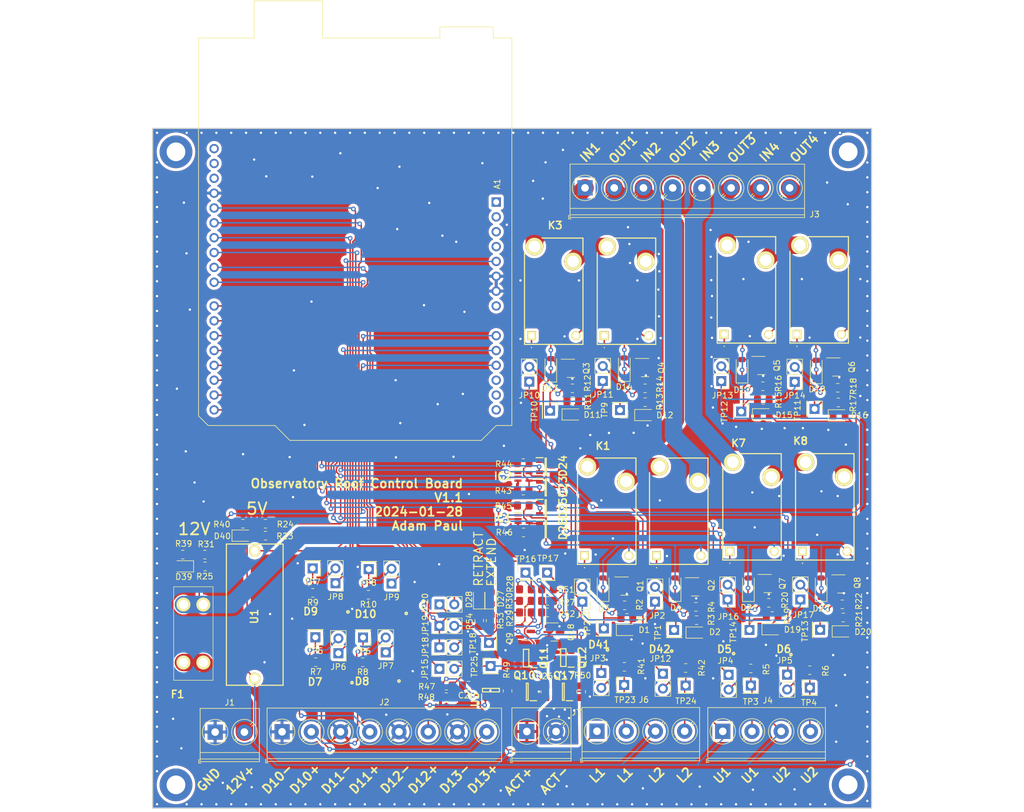
<source format=kicad_pcb>
(kicad_pcb (version 20221018) (generator pcbnew)
  (layers (0 "F.Cu" signal) (31 "B.Cu" signal) (34 "B.Paste" user) (35 "F.Paste" user) (36 "B.SilkS" user "B.Silkscreen") (37 "F.SilkS" user "F.Silkscreen") (38 "B.Mask" user) (39 "F.Mask" user) (44 "Edge.Cuts" user))
  (net 0 "")
  (net 5 "Net-(A1-+5V)")
  (net 7 "/H-Bridge/SENSE")
  (net 8 "Net-(A1-A1)")
  (net 9 "Net-(A1-A2)")
  (net 13 "/OR GATE/A")
  (net 14 "/GPIOProtection1/IN")
  (net 15 "/OR GATE1/A")
  (net 16 "/sheet65300B6A/EN")
  (net 17 "/sheet65304B89/EN")
  (net 18 "/GPIOProtection/IN")
  (net 20 "/H-Bridge/EXTEND")
  (net 21 "GND")
  (net 22 "Net-(D23-D)")
  (net 23 "/H-Bridge/RETRACT")
  (net 24 "Net-(D27-K)")
  (net 25 "/sheet6528B80B/IN")
  (net 26 "/sheet65287DBB/IN")
  (net 27 "/sheet65284368/IN")
  (net 28 "/sheet652808C1/IN")
  (net 29 "/Relay/EN")
  (net 30 "/sheet652FCB77/EN")
  (net 31 "+5V")
  (net 34 "Net-(D1-K)")
  (net 35 "Net-(D2-K)")
  (net 36 "/GPIOProtection/OUT")
  (net 37 "/sheet651C9752/OUT")
  (net 38 "/sheet652808C1/OUT")
  (net 39 "/sheet65284368/OUT")
  (net 40 "/sheet65287DBB/OUT")
  (net 41 "/sheet6528B80B/OUT")
  (net 42 "Net-(D3-A)")
  (net 43 "Net-(D4-A)")
  (net 44 "Net-(D11-K)")
  (net 45 "Net-(D12-K)")
  (net 46 "Net-(D13-A)")
  (net 47 "Net-(D14-A)")
  (net 48 "Net-(D15-K)")
  (net 49 "Net-(D16-K)")
  (net 50 "Net-(D17-A)")
  (net 51 "Net-(D18-A)")
  (net 52 "Net-(D19-K)")
  (net 53 "Net-(D20-K)")
  (net 54 "Net-(D24-D)")
  (net 55 "Net-(D25-D)")
  (net 56 "Net-(D26-D)")
  (net 57 "Net-(D21-A)")
  (net 58 "Net-(D22-A)")
  (net 59 "Net-(D28-K)")
  (net 60 "/H-Bridge/+OUT")
  (net 61 "/H-Bridge/-OUT")
  (net 62 "Net-(JP15-Pad2)")
  (net 63 "Net-(JP18-Pad2)")
  (net 64 "Net-(JP19-Pad2)")
  (net 65 "+12V")
  (net 66 "/sheet65304B89/OUT")
  (net 67 "/sheet65304B89/IN")
  (net 68 "/sheet65300B6A/OUT")
  (net 69 "/sheet65300B6A/IN")
  (net 70 "/sheet652FCB77/OUT")
  (net 71 "/sheet652FCB77/IN")
  (net 72 "/Relay/OUT")
  (net 73 "/Relay/IN")
  (net 74 "Net-(JP20-Pad2)")
  (net 75 "Net-(Q9-B)")
  (net 76 "Net-(JP1-Pad2)")
  (net 77 "Net-(JP2-Pad2)")
  (net 78 "Net-(JP4-Pad2)")
  (net 79 "Net-(JP5-Pad2)")
  (net 80 "Net-(JP6-Pad2)")
  (net 81 "Net-(JP7-Pad2)")
  (net 82 "Net-(JP8-Pad2)")
  (net 83 "Net-(JP9-Pad2)")
  (net 84 "Net-(JP10-Pad2)")
  (net 85 "Net-(JP11-Pad2)")
  (net 86 "Net-(JP13-Pad2)")
  (net 87 "Net-(JP14-Pad2)")
  (net 88 "Net-(JP16-Pad2)")
  (net 89 "Net-(JP17-Pad2)")
  (net 90 "Net-(Q9-C)")
  (net 91 "Net-(Q10-G)")
  (net 92 "Net-(Q10-D)")
  (net 93 "Net-(Q11-G)")
  (net 94 "Net-(Q12-G)")
  (net 95 "Net-(Q17-G)")
  (net 96 "Net-(D39-K)")
  (net 97 "Net-(D40-K)")
  (net 98 "/GPIOProtection1/OUT")
  (net 99 "/sheet651C9753/OUT")
  (net 100 "Net-(J1-Pin_2)")
  (net 101 "Net-(JP3-Pad2)")
  (net 102 "Net-(JP12-Pad2)")
  (net 103 "Net-(K1-COM)")
  (net 104 "Net-(K3-COM)")
  (net 105 "Net-(K5-COM)")
  (net 106 "Net-(K7-COM)")
  (net 107 "Net-(Q18-B)")
  (net 108 "Net-(Q1-B)")
  (net 109 "Net-(Q2-B)")
  (net 110 "Net-(Q3-B)")
  (net 111 "Net-(Q4-B)")
  (net 112 "Net-(Q5-B)")
  (net 113 "Net-(Q6-B)")
  (net 114 "Net-(Q7-B)")
  (net 115 "Net-(Q8-B)")
  (net 116 "Net-(Q18-C)")
  (net 117 "Net-(U3-REF)")
  (net 118 "/OR GATE1/Y")
  (net 119 "/OR GATE/Y")
  (footprint "Module:Arduino_UNO_R3" (layer "F.Cu") (at 84.785 0.295 -90)
    (fp_text reference "A1")
    (fp_text value "Arduino_UNO_R3")
  )
  (footprint "LED_SMD:LED_0805_2012Metric_Pad1.15x1.40mm_HandSolder" (layer "F.Cu") (at 107.1915 73.5004)
    (fp_text reference "D1")
    (fp_text value "LG R971-KN-1")
  )
  (footprint "LED_SMD:LED_0805_2012Metric_Pad1.15x1.40mm_HandSolder" (layer "F.Cu") (at 119.1165 73.9504)
    (fp_text reference "D2")
    (fp_text value "LG R971-KN-1")
  )
  (footprint "Diode_SMD:D_SOD-123" (layer "F.Cu") (at 103.0665 66.2514 90)
    (fp_text reference "D3")
    (fp_text value "1N4148W-TP")
  )
  (footprint "Diode_SMD:D_SOD-123" (layer "F.Cu") (at 115.3855 66.2514 90)
    (fp_text reference "D4")
    (fp_text value "1N4148W-TP")
  )
  (footprint "LED_SMD:LED_0805_2012Metric_Pad1.15x1.40mm_HandSolder" (layer "F.Cu") (at 97.9095 36.6392)
    (fp_text reference "D11")
    (fp_text value "LG R971-KN-1")
  )
  (footprint "LED_SMD:LED_0805_2012Metric_Pad1.15x1.40mm_HandSolder" (layer "F.Cu") (at 110.3345 36.7392)
    (fp_text reference "D12")
    (fp_text value "LG R971-KN-1")
  )
  (footprint "Diode_SMD:D_SOD-123" (layer "F.Cu") (at 94.1265 28.7422 90)
    (fp_text reference "D13")
    (fp_text value "1N4148W-TP")
  )
  (footprint "Diode_SMD:D_SOD-123" (layer "F.Cu") (at 106.6995 28.6152 90)
    (fp_text reference "D14")
    (fp_text value "1N4148W-TP")
  )
  (footprint "LED_SMD:LED_0805_2012Metric_Pad1.15x1.40mm_HandSolder" (layer "F.Cu") (at 130.4725 36.609)
    (fp_text reference "D15")
    (fp_text value "LG R971-KN-1")
  )
  (footprint "LED_SMD:LED_0805_2012Metric_Pad1.15x1.40mm_HandSolder" (layer "F.Cu") (at 143.4475 36.784)
    (fp_text reference "D16")
    (fp_text value "LG R971-KN-1")
  )
  (footprint "Diode_SMD:D_SOD-123" (layer "F.Cu") (at 126.839 28.893 90)
    (fp_text reference "D17")
    (fp_text value "1N4148W-TP")
  )
  (footprint "Diode_SMD:D_SOD-123" (layer "F.Cu") (at 139.539 29.02 90)
    (fp_text reference "D18")
    (fp_text value "1N4148W-TP")
  )
  (footprint "LED_SMD:LED_0805_2012Metric_Pad1.15x1.40mm_HandSolder" (layer "F.Cu") (at 132.1 73.375)
    (fp_text reference "D19")
    (fp_text value "LG R971-KN-1")
  )
  (footprint "LED_SMD:LED_0805_2012Metric_Pad1.15x1.40mm_HandSolder" (layer "F.Cu") (at 144.125 73.75)
    (fp_text reference "D20")
    (fp_text value "LG R971-KN-1")
  )
  (footprint "Diode_SMD:D_SOD-123" (layer "F.Cu") (at 127.922 66.263 90)
    (fp_text reference "D21")
    (fp_text value "1N4148W-TP")
  )
  (footprint "Diode_SMD:D_SOD-123" (layer "F.Cu") (at 140.368 66.263 90)
    (fp_text reference "D22")
    (fp_text value "1N4148W-TP")
  )
  (footprint "TerminalBlock_Phoenix:TerminalBlock_Phoenix_PT-1,5-2-5.0-H_1x02_P5.00mm_Horizontal" (layer "F.Cu") (at 36.7 90.975)
    (fp_text reference "J1")
    (fp_text value "Screw_Terminal_01x02")
  )
  (footprint "TerminalBlock_Phoenix:TerminalBlock_Phoenix_PT-1,5-8-5.0-H_1x08_P5.00mm_Horizontal" (layer "F.Cu") (at 48.15 90.925)
    (fp_text reference "J2")
    (fp_text value "Screw_Terminal_01x08")
  )
  (footprint "TerminalBlock_Phoenix:TerminalBlock_Phoenix_PT-1,5-8-5.0-H_1x08_P5.00mm_Horizontal" (layer "F.Cu") (at 99.975 -2.125)
    (fp_text reference "J3")
    (fp_text value "Screw_Terminal_01x08")
  )
  (footprint "TerminalBlock_Phoenix:TerminalBlock_Phoenix_PT-1,5-4-5.0-H_1x04_P5.00mm_Horizontal" (layer "F.Cu") (at 123.54 90.85)
    (fp_text reference "J4")
    (fp_text value "Screw_Terminal_01x04")
  )
  (footprint "Connector_PinHeader_2.54mm:PinHeader_1x02_P2.54mm_Vertical" (layer "F.Cu") (at 99.5105 68.6644 180)
    (fp_text reference "JP1")
    (fp_text value "Jumper")
  )
  (footprint "Connector_PinHeader_2.54mm:PinHeader_1x02_P2.54mm_Vertical" (layer "F.Cu") (at 111.9565 68.6644 180)
    (fp_text reference "JP2")
    (fp_text value "Jumper")
  )
  (footprint "Connector_PinHeader_2.54mm:PinHeader_1x02_P2.54mm_Vertical" (layer "F.Cu") (at 57.784499 77.486249 180)
    (fp_text reference "JP6")
    (fp_text value "Jumper")
  )
  (footprint "Connector_PinHeader_2.54mm:PinHeader_1x02_P2.54mm_Vertical" (layer "F.Cu") (at 65.888499 77.330499 180)
    (fp_text reference "JP7")
    (fp_text value "Jumper")
  )
  (footprint "Connector_PinHeader_2.54mm:PinHeader_1x02_P2.54mm_Vertical" (layer "F.Cu") (at 90.4435 31.0282 180)
    (fp_text reference "JP10")
    (fp_text value "Jumper")
  )
  (footprint "Connector_PinHeader_2.54mm:PinHeader_1x02_P2.54mm_Vertical" (layer "F.Cu") (at 103.0165 30.9012 180)
    (fp_text reference "JP11")
    (fp_text value "Jumper")
  )
  (footprint "Connector_PinHeader_2.54mm:PinHeader_1x02_P2.54mm_Vertical" (layer "F.Cu") (at 123.283 30.925 180)
    (fp_text reference "JP13")
    (fp_text value "Jumper")
  )
  (footprint "Connector_PinHeader_2.54mm:PinHeader_1x02_P2.54mm_Vertical" (layer "F.Cu") (at 135.856 31.052 180)
    (fp_text reference "JP14")
    (fp_text value "Jumper")
  )
  (footprint "Connector_PinHeader_2.54mm:PinHeader_1x02_P2.54mm_Vertical" (layer "F.Cu") (at 124.366 68.295 180)
    (fp_text reference "JP16")
    (fp_text value "Jumper")
  )
  (footprint "Connector_PinHeader_2.54mm:PinHeader_1x02_P2.54mm_Vertical" (layer "F.Cu") (at 136.812 68.295 180)
    (fp_text reference "JP17")
    (fp_text value "Jumper")
  )
  (footprint "AHQSH105LM100G:AHQSH105LM100G" (layer "F.Cu") (at 99.8915 60.7904 90)
    (fp_text reference "K1")
    (fp_text value "AHQSH105LM100G" hide)
  )
  (footprint "AHQSH105LM100G:AHQSH105LM100G" (layer "F.Cu") (at 112.2105 60.7904 90)
    (fp_text reference "K2" hide)
    (fp_text value "AHQSH105LM100G" hide)
  )
  (footprint "AHQSH105LM100G:AHQSH105LM100G" (layer "F.Cu") (at 90.8245 23.1542 90)
    (fp_text reference "K3")
    (fp_text value "AHQSH105LM100G" hide)
  )
  (footprint "AHQSH105LM100G:AHQSH105LM100G" (layer "F.Cu") (at 103.2705 23.1542 90)
    (fp_text reference "K4" hide)
    (fp_text value "AHQSH105LM100G" hide)
  )
  (footprint "AHQSH105LM100G:AHQSH105LM100G" (layer "F.Cu") (at 123.791 22.924 90)
    (fp_text reference "K5" hide)
    (fp_text value "AHQSH105LM100G" hide)
  )
  (footprint "AHQSH105LM100G:AHQSH105LM100G" (layer "F.Cu") (at 136.237 22.924 90)
    (fp_text reference "K6" hide)
    (fp_text value "AHQSH105LM100G" hide)
  )
  (footprint "AHQSH105LM100G:AHQSH105LM100G" (layer "F.Cu") (at 124.747 60.04 90)
    (fp_text reference "K7")
    (fp_text value "AHQSH105LM100G" hide)
  )
  (footprint "AHQSH105LM100G:AHQSH105LM100G" (layer "F.Cu") (at 137.193 60.04 90)
    (fp_text reference "K8")
    (fp_text value "AHQSH105LM100G" hide)
  )
  (footprint "Package_TO_SOT_SMD:SOT-23" (layer "F.Cu") (at 106.7495 65.9974)
    (fp_text reference "Q1")
    (fp_text value "MMBT3904")
  )
  (footprint "Package_TO_SOT_SMD:SOT-23" (layer "F.Cu") (at 118.8145 66.1244)
    (fp_text reference "Q2")
    (fp_text value "MMBT3904")
  )
  (footprint "Package_TO_SOT_SMD:SOT-23" (layer "F.Cu") (at 97.5555 28.7422)
    (fp_text reference "Q3")
    (fp_text value "MMBT3904")
  )
  (footprint "Package_TO_SOT_SMD:SOT-23" (layer "F.Cu") (at 110.2555 28.6152)
    (fp_text reference "Q4")
    (fp_text value "MMBT3904")
  )
  (footprint "Package_TO_SOT_SMD:SOT-23" (layer "F.Cu") (at 130.141 28.258)
    (fp_text reference "Q5")
    (fp_text value "MMBT3904")
  )
  (footprint "Package_TO_SOT_SMD:SOT-23" (layer "F.Cu") (at 142.968 28.512)
    (fp_text reference "Q6")
    (fp_text value "MMBT3904")
  )
  (footprint "Package_TO_SOT_SMD:SOT-23" (layer "F.Cu") (at 131.224 65.5645)
    (fp_text reference "Q7")
    (fp_text value "MMBT3904")
  )
  (footprint "Package_TO_SOT_SMD:SOT-23" (layer "F.Cu") (at 143.8445 65.628)
    (fp_text reference "Q8")
    (fp_text value "MMBT3904")
  )
  (footprint "Resistor_SMD:R_0805_2012Metric_Pad1.20x1.40mm_HandSolder" (layer "F.Cu") (at 107.1415 71.4504 180)
    (fp_text reference "R1")
    (fp_text value "140R")
  )
  (footprint "Resistor_SMD:R_0805_2012Metric_Pad1.20x1.40mm_HandSolder" (layer "F.Cu") (at 106.7495 69.2994 180)
    (fp_text reference "R2")
    (fp_text value "500R")
  )
  (footprint "Resistor_SMD:R_0805_2012Metric_Pad1.20x1.40mm_HandSolder" (layer "F.Cu") (at 119.0665 71.8254 180)
    (fp_text reference "R3")
    (fp_text value "140R")
  )
  (footprint "Resistor_SMD:R_0805_2012Metric_Pad1.20x1.40mm_HandSolder" (layer "F.Cu") (at 118.9415 69.5534 180)
    (fp_text reference "R4")
    (fp_text value "500R")
  )
  (footprint "Resistor_SMD:R_0805_2012Metric_Pad1.20x1.40mm_HandSolder" (layer "F.Cu") (at 128.35 80.0905 180)
    (fp_text reference "R5")
    (fp_text value "125R")
  )
  (footprint "Resistor_SMD:R_0805_2012Metric_Pad1.20x1.40mm_HandSolder" (layer "F.Cu") (at 53.910999 79.010249 180)
    (fp_text reference "R7")
    (fp_text value "125R")
  )
  (footprint "Resistor_SMD:R_0805_2012Metric_Pad1.20x1.40mm_HandSolder" (layer "F.Cu") (at 61.951498 79.044999 180)
    (fp_text reference "R8")
    (fp_text value "125R")
  )
  (footprint "Resistor_SMD:R_0805_2012Metric_Pad1.20x1.40mm_HandSolder" (layer "F.Cu") (at 53.415 67.1575 180)
    (fp_text reference "R9")
    (fp_text value "125R")
  )
  (footprint "Resistor_SMD:R_0805_2012Metric_Pad1.20x1.40mm_HandSolder" (layer "F.Cu") (at 97.8845 34.3642 180)
    (fp_text reference "R11")
    (fp_text value "140R")
  )
  (footprint "Resistor_SMD:R_0805_2012Metric_Pad1.20x1.40mm_HandSolder" (layer "F.Cu") (at 97.8185 32.1712 180)
    (fp_text reference "R12")
    (fp_text value "500R")
  )
  (footprint "Resistor_SMD:R_0805_2012Metric_Pad1.20x1.40mm_HandSolder" (layer "F.Cu") (at 110.2595 34.5392 180)
    (fp_text reference "R13")
    (fp_text value "140R")
  )
  (footprint "Resistor_SMD:R_0805_2012Metric_Pad1.20x1.40mm_HandSolder" (layer "F.Cu") (at 110.2555 32.1712 180)
    (fp_text reference "R14")
    (fp_text value "500R")
  )
  (footprint "Resistor_SMD:R_0805_2012Metric_Pad1.20x1.40mm_HandSolder" (layer "F.Cu") (at 130.4725 34.109 180)
    (fp_text reference "R15")
    (fp_text value "140R")
  )
  (footprint "Resistor_SMD:R_0805_2012Metric_Pad1.20x1.40mm_HandSolder" (layer "F.Cu") (at 130.395 31.814 180)
    (fp_text reference "R16")
    (fp_text value "500R")
  )
  (footprint "Resistor_SMD:R_0805_2012Metric_Pad1.20x1.40mm_HandSolder" (layer "F.Cu") (at 143.3225 34.584 180)
    (fp_text reference "R17")
    (fp_text value "140R")
  )
  (footprint "Resistor_SMD:R_0805_2012Metric_Pad1.20x1.40mm_HandSolder" (layer "F.Cu") (at 143.213 32.068 180)
    (fp_text reference "R18")
    (fp_text value "500R")
  )
  (footprint "Resistor_SMD:R_0805_2012Metric_Pad1.20x1.40mm_HandSolder" (layer "F.Cu") (at 132 71.125 180)
    (fp_text reference "R19")
    (fp_text value "140R")
  )
  (footprint "Resistor_SMD:R_0805_2012Metric_Pad1.20x1.40mm_HandSolder" (layer "F.Cu") (at 131.4145 68.8665 180)
    (fp_text reference "R20")
    (fp_text value "500R")
  )
  (footprint "Resistor_SMD:R_0805_2012Metric_Pad1.20x1.40mm_HandSolder" (layer "F.Cu") (at 144.15 71.375 180)
    (fp_text reference "R21")
    (fp_text value "140R")
  )
  (footprint "Resistor_SMD:R_0805_2012Metric_Pad1.20x1.40mm_HandSolder" (layer "F.Cu") (at 143.9875 69.1205 180)
    (fp_text reference "R22")
    (fp_text value "500R")
  )
  (footprint "Resistor_SMD:R_0805_2012Metric_Pad1.20x1.40mm_HandSolder" (layer "F.Cu") (at 45.31 57.365 180)
    (fp_text reference "R23")
    (fp_text value "10k")
  )
  (footprint "Resistor_SMD:R_0805_2012Metric_Pad1.20x1.40mm_HandSolder" (layer "F.Cu") (at 45.3 55.335)
    (fp_text reference "R24")
    (fp_text value "10k")
  )
  (footprint "Resistor_SMD:R_0805_2012Metric_Pad1.20x1.40mm_HandSolder" (layer "F.Cu") (at 34.98 62.635 180)
    (fp_text reference "R25")
    (fp_text value "10k")
  )
  (footprint "Resistor_SMD:R_0805_2012Metric_Pad1.20x1.40mm_HandSolder" (layer "F.Cu") (at 34.94 60.615 180)
    (fp_text reference "R31")
    (fp_text value "3k")
  )
  (footprint "Connector_PinHeader_2.54mm:PinHeader_1x01_P2.54mm_Vertical" (layer "F.Cu") (at 115.2165 73.5004)
    (fp_text reference "TP1")
    (fp_text value "TestPoint")
  )
  (footprint "Connector_PinHeader_2.54mm:PinHeader_1x01_P2.54mm_Vertical" (layer "F.Cu") (at 103.1935 73.2364)
    (fp_text reference "TP2")
    (fp_text value "TestPoint")
  )
  (footprint "Connector_PinHeader_2.54mm:PinHeader_1x01_P2.54mm_Vertical" (layer "F.Cu") (at 128.35 83.0115)
    (fp_text reference "TP3")
    (fp_text value "TestPoint")
  )
  (footprint "Connector_PinHeader_2.54mm:PinHeader_1x01_P2.54mm_Vertical" (layer "F.Cu") (at 53.847499 74.755749 180)
    (fp_text reference "TP5")
    (fp_text value "TestPoint")
  )
  (footprint "Connector_PinHeader_2.54mm:PinHeader_1x01_P2.54mm_Vertical" (layer "F.Cu") (at 62.001498 74.792498 180)
    (fp_text reference "TP6")
    (fp_text value "TestPoint")
  )
  (footprint "Connector_PinHeader_2.54mm:PinHeader_1x01_P2.54mm_Vertical" (layer "F.Cu") (at 105.9595 35.8892 180)
    (fp_text reference "TP9")
    (fp_text value "TestPoint")
  )
  (footprint "Connector_PinHeader_2.54mm:PinHeader_1x01_P2.54mm_Vertical" (layer "F.Cu") (at 93.9995 35.9812 -90)
    (fp_text reference "TP10")
    (fp_text value "TestPoint")
  )
  (footprint "Connector_PinHeader_2.54mm:PinHeader_1x01_P2.54mm_Vertical" (layer "F.Cu") (at 139.2475 35.684 -90)
    (fp_text reference "TP11")
    (fp_text value "TestPoint")
  )
  (footprint "Connector_PinHeader_2.54mm:PinHeader_1x01_P2.54mm_Vertical" (layer "F.Cu") (at 126.6975 36.134 -90)
    (fp_text reference "TP12")
    (fp_text value "TestPoint")
  )
  (footprint "Connector_PinHeader_2.54mm:PinHeader_1x01_P2.54mm_Vertical" (layer "F.Cu") (at 140.2 73.475 -90)
    (fp_text reference "TP13")
    (fp_text value "TestPoint")
  )
  (footprint "Connector_PinHeader_2.54mm:PinHeader_1x01_P2.54mm_Vertical" (layer "F.Cu") (at 128.1125 73.502 -90)
    (fp_text reference "TP14")
    (fp_text value "TestPoint")
  )
  (footprint "LED_SMD:LED_0805_2012Metric_Pad1.15x1.40mm_HandSolder" (layer "F.Cu") (at 31.16 62.62 180)
    (fp_text reference "D39")
    (fp_text value "LG R971-KN-1")
  )
  (footprint "LED_SMD:LED_0805_2012Metric_Pad1.15x1.40mm_HandSolder" (layer "F.Cu") (at 41.44 57.365)
    (fp_text reference "D40")
    (fp_text value "LG R971-KN-1")
  )
  (footprint "Resistor_SMD:R_0805_2012Metric_Pad1.20x1.40mm_HandSolder" (layer "F.Cu") (at 31.16 60.615 180)
    (fp_text reference "R39")
    (fp_text value "490R")
  )
  (footprint "Resistor_SMD:R_0805_2012Metric_Pad1.20x1.40mm_HandSolder" (layer "F.Cu") (at 41.45 55.325)
    (fp_text reference "R40")
    (fp_text value "140R")
  )
  (footprint "SMP3V3-M3_84A:DO-220AA" (layer "F.Cu") (at 57.466999 82.502749 180)
    (fp_text reference "D7")
    (fp_text value "SMP5.0A-M3/84A" hide)
  )
  (footprint "SMP3V3-M3_84A:DO-220AA" (layer "F.Cu") (at 65.507499 82.219999 180)
    (fp_text reference "D8")
    (fp_text value "SMP5.0A-M3/84A" hide)
  )
  (footprint "SMP3V3-M3_84A:DO-220AA" (layer "F.Cu") (at 56.7805 70.396 180)
    (fp_text reference "D9")
    (fp_text value "SMP5.0A-M3/84A" hide)
  )
  (footprint "Connector_PinHeader_2.54mm:PinHeader_1x02_P2.54mm_Vertical" (layer "F.Cu") (at 66.877 65.57 180)
    (fp_text reference "JP9")
    (fp_text value "Jumper")
  )
  (footprint "Connector_PinHeader_2.54mm:PinHeader_1x02_P2.54mm_Vertical" (layer "F.Cu") (at 57.2885 65.5065 180)
    (fp_text reference "JP8")
    (fp_text value "Jumper")
  )
  (footprint "SMP3V3-M3_84A:DO-220AA" (layer "F.Cu") (at 66.75 70.65 180)
    (fp_text reference "D10")
    (fp_text value "SMP5.0A-M3/84A" hide)
  )
  (footprint "Connector_PinHeader_2.54mm:PinHeader_1x01_P2.54mm_Vertical" (layer "F.Cu") (at 62.974499 63.095499 180)
    (fp_text reference "TP8")
    (fp_text value "TestPoint")
  )
  (footprint "Connector_PinHeader_2.54mm:PinHeader_1x01_P2.54mm_Vertical" (layer "F.Cu") (at 53.385999 62.969999 180)
    (fp_text reference "TP7")
    (fp_text value "TestPoint")
  )
  (footprint "Resistor_SMD:R_0805_2012Metric_Pad1.20x1.40mm_HandSolder" (layer "F.Cu") (at 62.924499 67.475 180)
    (fp_text reference "R10")
    (fp_text value "125R")
  )
  (footprint "3568:3568" (layer "F.Cu") (at 34.675 79.07 90)
    (fp_text reference "F1")
    (fp_text value "3568" hide)
  )
  (footprint "4527:4527" (layer "F.Cu") (at 43.475 70.88 90)
    (fp_text reference "U1")
    (fp_text value "4527" hide)
  )
  (footprint "Connector_PinHeader_2.54mm:PinHeader_1x02_P2.54mm_Vertical" (layer "F.Cu") (at 134.56 81.15)
    (fp_text reference "JP5")
    (fp_text value "Jumper")
  )
  (footprint "Connector_PinHeader_2.54mm:PinHeader_1x02_P2.54mm_Vertical" (layer "F.Cu") (at 124.54 81.17)
    (fp_text reference "JP4")
    (fp_text value "Jumper")
  )
  (footprint "SMP3V3-M3_84A:DO-220AA" (layer "F.Cu") (at 128.03 77.56)
    (fp_text reference "D5")
    (fp_text value "SMP5.0A-M3/84A" hide)
  )
  (footprint "SMP3V3-M3_84A:DO-220AA" (layer "F.Cu") (at 137.8435 77.7325)
    (fp_text reference "D6")
    (fp_text value "SMP5.0A-M3/84A" hide)
  )
  (footprint "Connector_PinHeader_2.54mm:PinHeader_1x01_P2.54mm_Vertical" (layer "F.Cu") (at 138.4335 83.3725)
    (fp_text reference "TP4")
    (fp_text value "TestPoint")
  )
  (footprint "Resistor_SMD:R_0805_2012Metric_Pad1.20x1.40mm_HandSolder" (layer "F.Cu") (at 138.4335 80.388 180)
    (fp_text reference "R6")
    (fp_text value "125R")
  )
  (footprint "Connector_PinHeader_2.54mm:PinHeader_1x01_P2.54mm_Vertical" (layer "F.Cu") (at 89.8 63.7)
    (fp_text reference "TP16")
    (fp_text value "TestPoint")
  )
  (footprint "DMG2305UX-13:SOT96P240X120-3N" (layer "F.Cu") (at 93.25 52.7)
    (fp_text reference "D25")
    (fp_text value "DMG2305UX-13" hide)
  )
  (footprint "MountingHole:MountingHole_3.2mm_M3_DIN965_Pad" (layer "F.Cu") (at 145 -8.3)
    (fp_text reference "H2" hide)
    (fp_text value "MountingHole")
  )
  (footprint "MountingHole:MountingHole_3.2mm_M3_DIN965_Pad" (layer "F.Cu") (at 145 100)
    (fp_text reference "H4" hide)
    (fp_text value "MountingHole")
  )
  (footprint "DMN2056U-7:SOT96P240X100-3N" (layer "F.Cu") (at 96.266 84.074 180)
    (fp_text reference "Q17")
    (fp_text value "DMN2056U-7" hide)
  )
  (footprint "LED_SMD:LED_0805_2012Metric_Pad1.15x1.40mm_HandSolder" (layer "F.Cu") (at 83.825 68.05 90)
    (fp_text reference "D27")
    (fp_text value "LG R971-KN-1")
  )
  (footprint "DMG2305UX-13:SOT96P240X120-3N" (layer "F.Cu") (at 93.25 49.125)
    (fp_text reference "D23")
    (fp_text value "DMG2305UX-13" hide)
  )
  (footprint "SI3443CDV-T1-GE3:SOP95P284X110-6N" (layer "F.Cu") (at 96.266 78.232 180)
    (fp_text reference "Q12")
    (fp_text value "SI3443CDV-T1-GE3" hide)
  )
  (footprint "Connector_PinHeader_2.54mm:PinHeader_1x02_P2.54mm_Vertical" (layer "F.Cu") (at 75.065 72.8 90)
    (fp_text reference "JP19")
    (fp_text value "Jumper")
  )
  (footprint "Connector_PinHeader_2.54mm:PinHeader_1x02_P2.54mm_Vertical" (layer "F.Cu") (at 75.065 76.475 90)
    (fp_text reference "JP18")
    (fp_text value "Jumper")
  )
  (footprint "Connector_PinHeader_2.54mm:PinHeader_1x02_P2.54mm_Vertical" (layer "F.Cu") (at 75.065 80.15 90)
    (fp_text reference "JP15")
    (fp_text value "Jumper")
  )
  (footprint "Connector_PinHeader_2.54mm:PinHeader_1x02_P2.54mm_Vertical" (layer "F.Cu") (at 102.76 80.87)
    (fp_text reference "JP3")
    (fp_text value "Jumper")
  )
  (footprint "Connector_PinHeader_2.54mm:PinHeader_1x01_P2.54mm_Vertical" (layer "F.Cu") (at 93.5 63.7)
    (fp_text reference "TP17")
    (fp_text value "TestPoint")
  )
  (footprint "Resistor_SMD:R_0805_2012Metric_Pad1.20x1.40mm_HandSolder" (layer "F.Cu") (at 76.25 83.025)
    (fp_text reference "R47")
    (fp_text value "10k")
  )
  (footprint "MountingHole:MountingHole_3.2mm_M3_DIN965_Pad" (layer "F.Cu") (at 30 -8.3)
    (fp_text reference "H1" hide)
    (fp_text value "MountingHole")
  )
  (footprint "Connector_PinHeader_2.54mm:PinHeader_1x01_P2.54mm_Vertical" (layer "F.Cu") (at 106.67 82.91)
    (fp_text reference "TP23")
    (fp_text value "TestPoint")
  )
  (footprint "Resistor_SMD:R_0805_2012Metric_Pad1.20x1.40mm_HandSolder" (layer "F.Cu") (at 89.775 70.5 180)
    (fp_text reference "R29")
    (fp_text value "4.7k")
  )
  (footprint "Resistor_SMD:R_0805_2012Metric_Pad1.20x1.40mm_HandSolder" (layer "F.Cu") (at 89.458 56.82 180)
    (fp_text reference "R46")
    (fp_text value "1k")
  )
  (footprint "MountingHole:MountingHole_3.2mm_M3_DIN965_Pad" (layer "F.Cu") (at 30 100)
    (fp_text reference "H3" hide)
    (fp_text value "MountingHole")
  )
  (footprint "DMG2305UX-13:SOT96P240X120-3N" (layer "F.Cu") (at 93.25 56.256)
    (fp_text reference "D26")
    (fp_text value "DMG2305UX-13" hide)
  )
  (footprint "Package_TO_SOT_SMD:SOT-23" (layer "F.Cu") (at 94.7625 73.85)
    (fp_text reference "Q18")
    (fp_text value "MMBT3904")
  )
  (footprint "Connector_PinHeader_2.54mm:PinHeader_1x01_P2.54mm_Vertical" (layer "F.Cu") (at 117.2 83.01)
    (fp_text reference "TP24")
    (fp_text value "TestPoint")
  )
  (footprint "SI3443CDV-T1-GE3:SOP95P284X110-6N" (layer "F.Cu") (at 89.9 78.325 180)
    (fp_text reference "Q11")
    (fp_text value "SI3443CDV-T1-GE3" hide)
  )
  (footprint "SN74LVC1G32DCKR:SOT65P210X110-5N" (layer "F.Cu") (at 89.474 54.534)
    (fp_text reference "IC1")
    (fp_text value "SN74LVC1G32DCKR" hide)
  )
  (footprint "SN74LVC1G32DCKR:SOT65P210X110-5N" (layer "F.Cu") (at 89.45 47.3)
    (fp_text reference "IC2")
    (fp_text value "SN74LVC1G32DCKR" hide)
  )
  (footprint "LED_SMD:LED_0805_2012Metric_Pad1.15x1.40mm_HandSolder" (layer "F.Cu") (at 81.85 68.05 90)
    (fp_text reference "D28")
    (fp_text value "LG R971-KN-1")
  )
  (footprint "SMP3V3-M3_84A:DO-220AA" (layer "F.Cu") (at 117.450675 77.13)
    (fp_text reference "D42")
    (fp_text value "SMP5.0A-M3/84A" hide)
  )
  (footprint "INA181A1IDBVR:SOT95P280X145-6N" (layer "F.Cu") (at 83.886 83.8 90)
    (fp_text reference "U3")
    (fp_text value "INA181A1IDBVR" hide)
  )
  (footprint "DMN2056U-7:SOT96P240X100-3N" (layer "F.Cu") (at 90.1 84.074 180)
    (fp_text reference "Q10")
    (fp_text value "DMN2056U-7" hide)
  )
  (footprint "TerminalBlock_Phoenix:TerminalBlock_Phoenix_PT-1,5-4-5.0-H_1x04_P5.00mm_Horizontal" (layer "F.Cu") (at 102.025 90.825)
    (fp_text reference "J6")
    (fp_text value "Screw_Terminal_01x04")
  )
  (footprint "Resistor_SMD:R_0805_2012Metric_Pad1.20x1.40mm_HandSolder" (layer "F.Cu") (at 81.875 71.9 -90)
    (fp_text reference "R54")
    (fp_text value "140R")
  )
  (footprint "Resistor_SMD:R_0805_2012Metric_Pad1.20x1.40mm_HandSolder" (layer "F.Cu") (at 93.175 84.075 90)
    (fp_text reference "R26")
    (fp_text value "1k")
  )
  (footprint "Resistor_SMD:R_0805_2012Metric_Pad1.20x1.40mm_HandSolder" (layer "F.Cu") (at 89.775 66.55)
    (fp_text reference "R28")
    (fp_text value "1k")
  )
  (footprint "Resistor_SMD:R_0805_2012Metric_Pad1.20x1.40mm_HandSolder" (layer "F.Cu") (at 99.314 84.074 90)
    (fp_text reference "R50")
    (fp_text value "1k")
  )
  (footprint "Resistor_SMD:R_0805_2012Metric_Pad1.20x1.40mm_HandSolder" (layer "F.Cu") (at 93.55 68.525)
    (fp_text reference "R27")
    (fp_text value "2.2k")
  )
  (footprint "DMG2305UX-13:SOT96P240X120-3N" (layer "F.Cu") (at 93.25 45.565)
    (fp_text reference "D24")
    (fp_text value "DMG2305UX-13" hide)
  )
  (footprint "Package_TO_SOT_SMD:SOT-23" (layer "F.Cu") (at 89.7625 73.75)
    (fp_text reference "Q9")
    (fp_text value "MMBT3904")
  )
  (footprint "Resistor_SMD:R_0805_2012Metric_Pad1.20x1.40mm_HandSolder" (layer "F.Cu") (at 89.4 44.95 180)
    (fp_text reference "R44")
    (fp_text value "1k")
  )
  (footprint "Resistor_SMD:R_0805_2012Metric_Pad1.20x1.40mm_HandSolder" (layer "F.Cu") (at 117.2 80.01 180)
    (fp_text reference "R42")
    (fp_text value "125R")
  )
  (footprint "Resistor_SMD:R_0805_2012Metric_Pad1.20x1.40mm_HandSolder" (layer "F.Cu") (at 89.4 49.65 180)
    (fp_text reference "R43")
    (fp_text value "1k")
  )
  (footprint "Connector_PinHeader_2.54mm:PinHeader_1x01_P2.54mm_Vertical" (layer "F.Cu") (at 83.825 79.675)
    (fp_text reference "TP25")
    (fp_text value "TestPoint")
  )
  (footprint "Resistor_SMD:R_0805_2012Metric_Pad1.20x1.40mm_HandSolder" (layer "F.Cu") (at 86.725 83.93 -90)
    (fp_text reference "R49")
    (fp_text value "42m")
  )
  (footprint "Resistor_SMD:R_0805_2012Metric_Pad1.20x1.40mm_HandSolder" (layer "F.Cu") (at 93.55 70.5 180)
    (fp_text reference "R52")
    (fp_text value "4.7k")
  )
  (footprint "Connector_PinHeader_2.54mm:PinHeader_1x01_P2.54mm_Vertical" (layer "F.Cu") (at 83.55 75.7 90)
    (fp_text reference "TP18")
    (fp_text value "TestPoint")
  )
  (footprint "Resistor_SMD:R_0805_2012Metric_Pad1.20x1.40mm_HandSolder" (layer "F.Cu") (at 83.825 71.9 -90)
    (fp_text reference "R53")
    (fp_text value "140R")
  )
  (footprint "Resistor_SMD:R_0805_2012Metric_Pad1.20x1.40mm_HandSolder" (layer "F.Cu") (at 89.775 68.525 180)
    (fp_text reference "R30")
    (fp_text value "2.2k")
  )
  (footprint "Resistor_SMD:R_0805_2012Metric_Pad1.20x1.40mm_HandSolder" (layer "F.Cu") (at 106.7 79.81 180)
    (fp_text reference "R41")
    (fp_text value "125R")
  )
  (footprint "Resistor_SMD:R_0805_2012Metric_Pad1.20x1.40mm_HandSolder" (layer "F.Cu") (at 89.418 52.219 180)
    (fp_text reference "R45")
    (fp_text value "1k")
  )
  (footprint "Connector_PinHeader_2.54mm:PinHeader_1x02_P2.54mm_Vertical" (layer "F.Cu") (at 75.075 69.125 90)
    (fp_text reference "JP20")
    (fp_text value "Jumper")
  )
  (footprint "SMP3V3-M3_84A:DO-220AA" (layer "F.Cu") (at 106.4585 76.94)
    (fp_text reference "D41")
    (fp_text value "SMP5.0A-M3/84A" hide)
  )
  (footprint "Capacitor_SMD:C_0805_2012Metric_Pad1.18x1.45mm_HandSolder" (layer "F.Cu") (at 80.05 83.025 180)
    (fp_text reference "C2")
    (fp_text value "0.1uF")
  )
  (footprint "Resistor_SMD:R_0805_2012Metric_Pad1.20x1.40mm_HandSolder" (layer "F.Cu") (at 93.55 66.55)
    (fp_text reference "R51")
    (fp_text value "1k")
  )
  (footprint "TerminalBlock_Phoenix:TerminalBlock_Phoenix_PT-1,5-2-5.0-H_1x02_P5.00mm_Horizontal" (layer "F.Cu") (at 90.025 90.875)
    (fp_text reference "J7")
    (fp_text value "Screw_Terminal_01x02")
  )
  (footprint "Resistor_SMD:R_0805_2012Metric_Pad1.20x1.40mm_HandSolder" (layer "F.Cu") (at 76.25 85 180)
    (fp_text reference "R48")
    (fp_text value "10k")
  )
  (footprint "Connector_PinHeader_2.54mm:PinHeader_1x02_P2.54mm_Vertical" (layer "F.Cu") (at 113.3 80.985)
    (fp_text reference "JP12")
    (fp_text value "Jumper")
  )
  (gr_rect (start 26 -12.3) (end 149 104) (stroke (width 0.2)) (fill none) (layer "Edge.Cuts"))
  (gr_text "5V" (at 43.85 52.75) (layer "F.SilkS") (effects (font (size 2 2) (thickness 0.3))))
  (gr_text "ACT+" (at 88.625 99.325 45) (layer "F.SilkS") (effects (font (size 1.5 1.5) (thickness 0.3))))
  (gr_text "IN1" (at 100.85 -8.225 45) (layer "F.SilkS") (effects (font (size 1.5 1.5) (thickness 0.3))))
  (gr_text "OUT3" (at 126.825 -8.85 45) (layer "F.SilkS") (effects (font (size 1.5 1.5) (thickness 0.3))))
  (gr_text "OUT2" (at 116.8 -8.7 45) (layer "F.SilkS") (effects (font (size 1.5 1.5) (thickness 0.3))))
  (gr_text "IN2" (at 111.225 -8.175 45) (layer "F.SilkS") (effects (font (size 1.5 1.5) (thickness 0.3))))
  (gr_text "D12+" (at 72.369 98.8865 45) (layer "F.SilkS") (effects (font (size 1.5 1.5) (thickness 0.3))))
  (gr_text "D13-" (at 77.7665 98.8865 45) (layer "F.SilkS") (effects (font (size 1.5 1.5) (thickness 0.3))))
  (gr_text "D13+" (at 82.529 98.8865 45) (layer "F.SilkS") (effects (font (size 1.5 1.5) (thickness 0.3))))
  (gr_text "D12-" (at 67.6065 98.8865 45) (layer "F.SilkS") (effects (font (size 1.5 1.5) (thickness 0.3))))
  (gr_text "D11-" (at 57.51 98.95 45) (layer "F.SilkS") (effects (font (size 1.5 1.5) (thickness 0.3))))
  (gr_text "D10-" (at 47.35 98.95 45) (layer "F.SilkS") (effects (font (size 1.5 1.5) (thickness 0.3))))
  (gr_text "D10+" (at 52.1125 98.95 45) (layer "F.SilkS") (effects (font (size 1.5 1.5) (thickness 0.3))))
  (gr_text "D11+" (at 62.2725 98.95 45) (layer "F.SilkS") (effects (font (size 1.5 1.5) (thickness 0.3))))
  (gr_text "Observatory Roof Control Board\nV1.1\n2024-01-28\nAdam Paul" (at 79.275 52.075) (layer "F.SilkS") (effects (font (size 1.5 1.5) (thickness 0.3)) (justify right)))
  (gr_text "L1" (at 106.8375 98.325 45) (layer "F.SilkS") (effects (font (size 1.5 1.5) (thickness 0.3))))
  (gr_text "L1" (at 102.075 98.325 45) (layer "F.SilkS") (effects (font (size 1.5 1.5) (thickness 0.3))))
  (gr_text "IN4" (at 131.55 -8.275 45) (layer "F.SilkS") (effects (font (size 1.5 1.5) (thickness 0.3))))
  (gr_text "L2" (at 112.235 98.325 45) (layer "F.SilkS") (effects (font (size 1.5 1.5) (thickness 0.3))))
  (gr_text "U1" (at 123.45 98.35 45) (layer "F.SilkS") (effects (font (size 1.5 1.5) (thickness 0.3))))
  (gr_text "EXTEND" (at 83.975 61.9 90) (layer "F.SilkS") (effects (font (size 1.5 1.5) (thickness 0.2))))
  (gr_text "L2" (at 116.9975 98.325 45) (layer "F.SilkS") (effects (font (size 1.5 1.5) (thickness 0.3))))
  (gr_text "IN3" (at 121.325 -8.4 45) (layer "F.SilkS") (effects (font (size 1.5 1.5) (thickness 0.3))))
  (gr_text "U2" (at 133.61 98.35 45) (layer "F.SilkS") (effects (font (size 1.5 1.5) (thickness 0.3))))
  (gr_text "12V+" (at 40.975 99.075 45) (layer "F.SilkS") (effects (font (size 1.5 1.5) (thickness 0.3))))
  (gr_text "12V" (at 33.13 56.235) (layer "F.SilkS") (effects (font (size 2 2) (thickness 0.3))))
  (gr_text "OUT1" (at 106.5 -8.7 45) (layer "F.SilkS") (effects (font (size 1.5 1.5) (thickness 0.3))))
  (gr_text "ACT-" (at 94.725 99.175 45) (layer "F.SilkS") (effects (font (size 1.5 1.5) (thickness 0.3))))
  (gr_text "OUT4" (at 137.5 -8.9 45) (layer "F.SilkS") (effects (font (size 1.5 1.5) (thickness 0.3))))
  (gr_text "U1" (at 128.2125 98.35 45) (layer "F.SilkS") (effects (font (size 1.5 1.5) (thickness 0.3))))
  (gr_text "RETRACT" (at 81.75 61.35 90) (layer "F.SilkS") (effects (font (size 1.5 1.5) (thickness 0.2))))
  (gr_text "U2" (at 138.3725 98.35 45) (layer "F.SilkS") (effects (font (size 1.5 1.5) (thickness 0.3))))
  (gr_text "GND" (at 35.6 99.15 45) (layer "F.SilkS") (effects (font (size 1.5 1.5) (thickness 0.3))))
  (segment (start 59.35 10.5995) (end 59.35 57.8) (width 0.25) (layer "F.Cu") (net 5))
  (segment (start 59.0755 10.325) (end 59.35 10.5995) (width 0.25) (layer "F.Cu") (net 5))
  (segment (start 59.35 57.8) (end 57.19 59.96) (width 0.25) (layer "F.Cu") (net 5))
  (segment (start 57.19 59.96) (end 43.475 59.96) (width 0.25) (layer "F.Cu") (net 5))
  (via (at 59.0755 10.325) (size 0.8) (drill 0.4) (layers "F.Cu" "B.Cu") (net 5))
  (segment (start 59.0755 10.325) (end 59.2055 10.455) (width 0.25) (layer "B.Cu") (net 5))
  (segment (start 59.2055 10.455) (end 84.785 10.455) (width 0.25) (layer "B.Cu") (net 5))
  (segment (start 63.5 57.475) (end 62.7495 56.7245) (width 0.25) (layer "F.Cu") (net 7))
  (segment (start 73.425 86.35) (end 71.799695 86.35) (width 0.25) (layer "F.Cu") (net 7))
  (segment (start 68.019896 57.475) (end 63.5 57.475) (width 0.25) (layer "F.Cu") (net 7))
  (segment (start 71.799695 86.35) (end 69.5585 84.108805) (width 0.25) (layer "F.Cu") (net 7))
  (segment (start 62.7495 56.7245) (end 62.7495 52.949695) (width 0.25) (layer "F.Cu") (net 7))
  (segment (start 62.2 52.400195) (end 62.2 30.075) (width 0.25) (layer "F.Cu") (net 7))
  (segment (start 62.75 27.274695) (end 62.0245 26.549195) (width 0.25) (layer "F.Cu") (net 7))
  (segment (start 82.936 85.05) (end 82.936 86.2385) (width 0.25) (layer "F.Cu") (net 7))
  (segment (start 62.2 30.075) (end 62.75 29.525) (width 0.25) (layer "F.Cu") (net 7))
  (segment (start 62.7495 52.949695) (end 62.2 52.400195) (width 0.25) (layer "F.Cu") (net 7))
  (segment (start 62.0245 26.549195) (end 62.0245 23.25) (width 0.25) (layer "F.Cu") (net 7))
  (segment (start 82.936 86.2385) (end 82.7995 86.375) (width 0.25) (layer "F.Cu") (net 7))
  (segment (start 69.5585 59.013604) (end 68.019896 57.475) (width 0.25) (layer "F.Cu") (net 7))
  (segment (start 62.75 29.525) (end 62.75 27.274695) (width 0.25) (layer "F.Cu") (net 7))
  (segment (start 69.5585 84.108805) (end 69.5585 59.013604) (width 0.25) (layer "F.Cu") (net 7))
  (via (at 82.7995 86.375) (size 0.8) (drill 0.4) (layers "F.Cu" "B.Cu") (net 7))
  (via (at 62.0245 23.25) (size 0.8) (drill 0.4) (layers "F.Cu" "B.Cu") (net 7))
  (via (at 73.425 86.35) (size 0.8) (drill 0.4) (layers "F.Cu" "B.Cu") (net 7))
  (segment (start 62.0245 23.25) (end 62.1195 23.155) (width 0.25) (layer "B.Cu") (net 7))
  (segment (start 73.95 86.375) (end 82.7995 86.375) (width 0.25) (layer "B.Cu") (net 7))
  (segment (start 73.425 86.35) (end 73.95 86.375) (width 0.25) (layer "B.Cu") (net 7))
  (segment (start 62.1195 23.155) (end 84.785 23.155) (width 0.25) (layer "B.Cu") (net 7))
  (segment (start 46.3 55.335) (end 58.015 55.335) (width 0.25) (layer "F.Cu") (net 8))
  (segment (start 58.9 43.625) (end 58.9 25.8245) (width 0.25) (layer "F.Cu") (net 8))
  (segment (start 46.31 57.365) (end 46.31 55.345) (width 0.25) (layer "F.Cu") (net 8))
  (segment (start 58.9 25.8245) (end 58.6255 25.55) (width 0.25) (layer "F.Cu") (net 8))
  (segment (start 58.015 55.335) (end 58.19 55.335) (width 0.25) (layer "F.Cu") (net 8))
  (segment (start 58.19 55.335) (end 58.9 54.625) (width 0.25) (layer "F.Cu") (net 8))
  (segment (start 46.31 55.345) (end 46.3 55.335) (width 0.25) (layer "F.Cu") (net 8))
  (segment (start 58.9 54.625) (end 58.9 43.625) (width 0.25) (layer "F.Cu") (net 8))
  (via (at 58.6255 25.55) (size 0.8) (drill 0.4) (layers "F.Cu" "B.Cu") (net 8))
  (segment (start 58.7705 25.695) (end 84.785 25.695) (width 0.25) (layer "B.Cu") (net 8))
  (segment (start 58.6255 25.55) (end 58.7705 25.695) (width 0.25) (layer "B.Cu") (net 8))
  (segment (start 61.75 28.525) (end 61.75 52.9755) (width 0.25) (layer "F.Cu") (net 9))
  (segment (start 61.75 52.9755) (end 62.0245 53.25) (width 0.25) (layer "F.Cu") (net 9))
  (segment (start 38.1 60.515) (end 38.1 54.95) (width 0.25) (layer "F.Cu") (net 9))
  (segment (start 35.98 62.635) (end 38.1 60.515) (width 0.25) (layer "F.Cu") (net 9))
  (segment (start 35.96 62.635) (end 33.94 60.615) (width 0.25) (layer "F.Cu") (net 9))
  (segment (start 35.98 62.635) (end 35.96 62.635) (width 0.25) (layer "F.Cu") (net 9))
  (segment (start 38.1 54.95) (end 39.45 53.6) (width 0.25) (layer "F.Cu") (net 9))
  (segment (start 62.025 28.25) (end 61.75 28.525) (width 0.25) (layer "F.Cu") (net 9))
  (via (at 39.45 53.6) (size 0.8) (drill 0.4) (layers "F.Cu" "B.Cu") (net 9))
  (via (at 62.0245 53.25) (size 0.8) (drill 0.4) (layers "F.Cu" "B.Cu") (net 9))
  (via (at 62.025 28.25) (size 0.8) (drill 0.4) (layers "F.Cu" "B.Cu") (net 9))
  (segment (start 62.685 28.235) (end 84.785 28.235) (width 0.25) (layer "B.Cu") (net 9))
  (segment (start 61.6745 53.6) (end 62.0245 53.25) (width 0.25) (layer "B.Cu") (net 9))
  (segment (start 39.45 53.6) (end 61.6745 53.6) (width 0.25) (layer "B.Cu") (net 9))
  (segment (start 62.025 28.25) (end 62.685 28.235) (width 0.25) (layer "B.Cu") (net 9))
  (segment (start 53.296396 23.155) (end 36.525 23.155) (width 0.25) (layer "F.Cu") (net 13))
  (segment (start 57.0005 26.861896) (end 57.0005 26.859104) (width 0.25) (layer "F.Cu") (net 13))
  (segment (start 57.55 27.411396) (end 57.0005 26.861896) (width 0.25) (layer "F.Cu") (net 13))
  (segment (start 57.55 44.9) (end 57.55 27.411396) (width 0.25) (layer "F.Cu") (net 13))
  (segment (start 86.175 53.85) (end 88.49 53.85) (width 0.25) (layer "F.Cu") (net 13))
  (segment (start 57.0005 45.4495) (end 57.55 44.9) (width 0.25) (layer "F.Cu") (net 13))
  (segment (start 88.49 53.85) (end 88.524 53.884) (width 0.25) (layer "F.Cu") (net 13))
  (segment (start 57.0005 26.859104) (end 53.296396 23.155) (width 0.25) (layer "F.Cu") (net 13))
  (segment (start 134.6795 81.0305) (end 134.56 81.15) (width 0.25) (layer "F.Cu") (net 13))
  (segment (start 57.0005 47.0505) (end 57.0005 45.4495) (width 0.25) (layer "F.Cu") (net 13))
  (segment (start 58.1755 54.3245) (end 58.1755 48.2255) (width 0.25) (layer "F.Cu") (net 13))
  (segment (start 134.45 54.3) (end 134.6795 54.5295) (width 0.25) (layer "F.Cu") (net 13))
  (segment (start 58.1755 48.2255) (end 57.0005 47.0505) (width 0.25) (layer "F.Cu") (net 13))
  (segment (start 134.6795 54.5295) (end 134.6795 81.0305) (width 0.25) (layer "F.Cu") (net 13))
  (via (at 58.1755 54.3245) (size 0.8) (drill 0.4) (layers "F.Cu" "B.Cu") (net 13))
  (via (at 86.175 53.85) (size 0.8) (drill 0.4) (layers "F.Cu" "B.Cu") (net 13))
  (via (at 134.45 54.3) (size 0.8) (drill 0.4) (layers "F.Cu" "B.Cu") (net 13))
  (segment (start 86.175 53.85) (end 134 53.85) (width 0.25) (layer "B.Cu") (net 13))
  (segment (start 85.7005 54.3245) (end 86.175 53.85) (width 0.25) (layer "B.Cu") (net 13))
  (segment (start 134 53.85) (end 134.45 54.3) (width 0.25) (layer "B.Cu") (net 13))
  (segment (start 58.1755 54.3245) (end 85.7005 54.3245) (width 0.25) (layer "B.Cu") (net 13))
  (segment (start 97.625 51.337) (end 96.1375 49.8495) (width 0.25) (layer "F.Cu") (net 14))
  (segment (start 57.7875 27.0125) (end 57.7875 27.009708) (width 0.25) (layer "F.Cu") (net 14))
  (segment (start 102.76 74.96252) (end 102.76 80.87) (width 0.25) (layer "F.Cu") (net 14))
  (segment (start 58.149698 47.149503) (end 57.4505 46.450305) (width 0.25) (layer "F.Cu") (net 14))
  (segment (start 99.36148 71.564) (end 102.76 74.96252) (width 0.25) (layer "F.Cu") (net 14))
  (segment (start 58.1755 47.149503) (end 58.149698 47.149503) (width 0.25) (layer "F.Cu") (net 14))
  (segment (start 97.625 54.3) (end 97.625 68.93852) (width 0.25) (layer "F.Cu") (net 14))
  (segment (start 58 27.225) (end 57.7875 27.0125) (width 0.25) (layer "F.Cu") (net 14))
  (segment (start 99.36148 70.675) (end 99.36148 71.564) (width 0.25) (layer "F.Cu") (net 14))
  (segment (start 57.4505 46.450305) (end 57.4505 45.810896) (width 0.25) (layer "F.Cu") (net 14))
  (segment (start 97.625 68.93852) (end 99.36148 70.675) (width 0.25) (layer "F.Cu") (net 14))
  (segment (start 88.4 47.4) (end 88.5 47.3) (width 0.25) (layer "F.Cu") (net 14))
  (segment (start 51.392792 20.615) (end 36.525 20.615) (width 0.25) (layer "F.Cu") (net 14))
  (segment (start 97.625 54.3) (end 97.625 51.337) (width 0.25) (layer "F.Cu") (net 14))
  (segment (start 86.05 47.4) (end 88.4 47.4) (width 0.25) (layer "F.Cu") (net 14))
  (segment (start 57.7875 27.009708) (end 51.392792 20.615) (width 0.25) (layer "F.Cu") (net 14))
  (segment (start 58 45.261396) (end 58 27.225) (width 0.25) (layer "F.Cu") (net 14))
  (segment (start 57.4505 45.810896) (end 58 45.261396) (width 0.25) (layer "F.Cu") (net 14))
  (via (at 96.1375 49.8495) (size 0.8) (drill 0.4) (layers "F.Cu" "B.Cu") (net 14))
  (via (at 58.1755 47.149503) (size 0.8) (drill 0.4) (layers "F.Cu" "B.Cu") (net 14))
  (via (at 86.05 47.4) (size 0.8) (drill 0.4) (layers "F.Cu" "B.Cu") (net 14))
  (segment (start 58.1755 47.149503) (end 85.799503 47.149503) (width 0.25) (layer "B.Cu") (net 14))
  (segment (start 86.05 47.4) (end 93.825 47.4) (width 0.25) (layer "B.Cu") (net 14))
  (segment (start 93.825 47.4) (end 95.9375 49.5125) (width 0.25) (layer "B.Cu") (net 14))
  (segment (start 85.799503 47.149503) (end 86.05 47.4) (width 0.25) (layer "B.Cu") (net 14))
  (segment (start 107.7875 52.5375) (end 101.4125 52.5375) (width 0.25) (layer "F.Cu") (net 15))
  (segment (start 109.6375 54.3875) (end 109.875 54.625) (width 0.25) (layer "F.Cu") (net 15))
  (segment (start 49.489188 18.075) (end 36.525 18.075) (width 0.25) (layer "F.Cu") (net 15))
  (segment (start 109.875 73.575) (end 110.6195 74.3195) (width 0.25) (layer "F.Cu") (net 15))
  (segment (start 88.275 46.425) (end 88.5 46.65) (width 0.25) (layer "F.Cu") (net 15))
  (segment (start 58.1755 46.15) (end 58.45 45.8755) (width 0.25) (layer "F.Cu") (net 15))
  (segment (start 101.4125 52.5375) (end 101.325 52.45) (width 0.25) (layer "F.Cu") (net 15))
  (segment (start 109.6375 54.3875) (end 107.7875 52.5375) (width 0.25) (layer "F.Cu") (net 15))
  (segment (start 109.875 57.725) (end 109.875 54.625) (width 0.25) (layer "F.Cu") (net 15))
  (segment (start 58.45 45.8755) (end 58.45 27.035812) (width 0.25) (layer "F.Cu") (net 15))
  (segment (start 110.6195 78.3045) (end 113.3 80.985) (width 0.25) (layer "F.Cu") (net 15))
  (segment (start 110.6195 74.3195) (end 110.6195 78.3045) (width 0.25) (layer "F.Cu") (net 15))
  (segment (start 58.45 27.035812) (end 49.489188 18.075) (width 0.25) (layer "F.Cu") (net 15))
  (segment (start 109.875 57.725) (end 109.875 73.575) (width 0.25) (layer "F.Cu") (net 15))
  (segment (start 86.55 46.425) (end 88.275 46.425) (width 0.25) (layer "F.Cu") (net 15))
  (via (at 101.325 52.45) (size 0.8) (drill 0.4) (layers "F.Cu" "B.Cu") (net 15))
  (via (at 58.1755 46.15) (size 0.8) (drill 0.4) (layers "F.Cu" "B.Cu") (net 15))
  (via (at 86.55 46.425) (size 0.8) (drill 0.4) (layers "F.Cu" "B.Cu") (net 15))
  (segment (start 58.1755 46.15) (end 86.275 46.15) (width 0.25) (layer "B.Cu") (net 15))
  (segment (start 101.325 52.45) (end 95.3 46.425) (width 0.25) (layer "B.Cu") (net 15))
  (segment (start 95.3 46.425) (end 95.125 46.425) (width 0.25) (layer "B.Cu") (net 15))
  (segment (start 86.275 46.15) (end 86.55 46.425) (width 0.25) (layer "B.Cu") (net 15))
  (segment (start 86.55 46.425) (end 95.125 46.425) (width 0.25) (layer "B.Cu") (net 15))
  (segment (start 55.6505 44.5245) (end 55.6505 48.906746) (width 0.25) (layer "F.Cu") (net 16))
  (segment (start 56.2 43.4) (end 56.2 43.975) (width 0.25) (layer "F.Cu") (net 16))
  (segment (start 55.769254 49.0255) (end 55.769254 51.783216) (width 0.25) (layer "F.Cu") (net 16))
  (segment (start 55.2 30.775) (end 56.2 31.775) (width 0.25) (layer "F.Cu") (net 16))
  (segment (start 92.275 53.585) (end 92.2 53.66) (width 0.25) (layer "F.Cu") (net 16))
  (segment (start 92.275 52.6645) (end 92.275 53.585) (width 0.25) (layer "F.Cu") (net 16))
  (segment (start 55.6505 48.906746) (end 55.769254 49.0255) (width 0.25) (layer "F.Cu") (net 16))
  (segment (start 56.2 43.975) (end 55.6505 44.5245) (width 0.25) (layer "F.Cu") (net 16))
  (segment (start 36.525 30.775) (end 55.2 30.775) (width 0.25) (layer "F.Cu") (net 16))
  (segment (start 56.2 31.775) (end 56.2 43.4) (width 0.25) (layer "F.Cu") (net 16))
  (via (at 55.769254 51.783216) (size 0.8) (drill 0.4) (layers "F.Cu" "B.Cu") (net 16))
  (via (at 92.275 52.6645) (size 0.8) (drill 0.4) (layers "F.Cu" "B.Cu") (net 16))
  (segment (start 91.393716 51.783216) (end 92.275 52.6645) (width 0.25) (layer "B.Cu") (net 16))
  (segment (start 55.769254 51.783216) (end 91.393716 51.783216) (width 0.25) (layer "B.Cu") (net 16))
  (segment (start 56.493754 52.775) (end 56.493754 48.8255) (width 0.25) (layer "F.Cu") (net 17))
  (segment (start 56.493754 48.8255) (end 56.1005 48.432246) (width 0.25) (layer "F.Cu") (net 17))
  (segment (start 56.65 29.2) (end 55.685 28.235) (width 0.25) (layer "F.Cu") (net 17))
  (segment (start 85.175 52.975) (end 85.175 57.2) (width 0.25) (layer "F.Cu") (net 17))
  (segment (start 56.65 44.35) (end 56.65 29.2) (width 0.25) (layer "F.Cu") (net 17))
  (segment (start 90.841 58.575) (end 92.2 57.216) (width 0.25) (layer "F.Cu") (net 17))
  (segment (start 56.1005 44.8995) (end 56.65 44.35) (width 0.25) (layer "F.Cu") (net 17))
  (segment (start 55.685 28.235) (end 36.525 28.235) (width 0.25) (layer "F.Cu") (net 17))
  (segment (start 56.1005 48.432246) (end 56.1005 44.8995) (width 0.25) (layer "F.Cu") (net 17))
  (segment (start 86.55 58.575) (end 90.841 58.575) (width 0.25) (layer "F.Cu") (net 17))
  (segment (start 85.175 57.2) (end 86.55 58.575) (width 0.25) (layer "F.Cu") (net 17))
  (via (at 56.493754 52.775) (size 0.8) (drill 0.4) (layers "F.Cu" "B.Cu") (net 17))
  (via (at 85.175 52.975) (size 0.8) (drill 0.4) (layers "F.Cu" "B.Cu") (net 17))
  (segment (start 56.493754 52.775) (end 56.743754 52.525) (width 0.25) (layer "B.Cu") (net 17))
  (segment (start 84.725 52.525) (end 85.175 52.975) (width 0.25) (layer "B.Cu") (net 17))
  (segment (start 56.743754 52.525) (end 84.725 52.525) (width 0.25) (layer "B.Cu") (net 17))
  (segment (start 57.1 44.675) (end 57.1 27.597792) (width 0.25) (layer "F.Cu") (net 18))
  (segment (start 55.2 25.695) (end 36.525 25.695) (width 0.25) (layer "F.Cu") (net 18))
  (segment (start 57.218254 53.35) (end 57.218254 48.467754) (width 0.25) (layer "F.Cu") (net 18))
  (segment (start 86.35 54.9) (end 86.716 54.534) (width 0.25) (layer "F.Cu") (net 18))
  (segment (start 57.218254 48.467754) (end 56.5505 47.8) (width 0.25) (layer "F.Cu") (net 18))
  (segment (start 56.932254 54.3245) (end 56.932254 53.636) (width 0.25) (layer "F.Cu") (net 18))
  (segment (start 121.925 55.525) (end 121.925 78.555) (width 0.25) (layer "F.Cu") (net 18))
  (segment (start 57.1 27.597792) (end 55.9455 26.443292) (width 0.25) (layer "F.Cu") (net 18))
  (segment (start 56.932254 53.636) (end 57.218254 53.35) (width 0.25) (layer "F.Cu") (net 18))
  (segment (start 55.9455 26.4405) (end 55.2 25.695) (width 0.25) (layer "F.Cu") (net 18))
  (segment (start 56.5505 47.8) (end 56.5505 45.2245) (width 0.25) (layer "F.Cu") (net 18))
  (segment (start 55.9455 26.443292) (end 55.9455 26.4405) (width 0.25) (layer "F.Cu") (net 18))
  (segment (start 86.716 54.534) (end 88.524 54.534) (width 0.25) (layer "F.Cu") (net 18))
  (segment (start 56.5505 45.2245) (end 57.1 44.675) (width 0.25) (layer "F.Cu") (net 18))
  (segment (start 121.925 78.555) (end 124.54 81.17) (width 0.25) (layer "F.Cu") (net 18))
  (via (at 86.35 54.9) (size 0.8) (drill 0.4) (layers "F.Cu" "B.Cu") (net 18))
  (via (at 56.932254 54.3245) (size 0.8) (drill 0.4) (layers "F.Cu" "B.Cu") (net 18))
  (via (at 121.925 55.525) (size 0.8) (drill 0.4) (layers "F.Cu" "B.Cu") (net 18))
  (segment (start 121.3 54.9) (end 121.925 55.525) (width 0.25) (layer "B.Cu") (net 18))
  (segment (start 57.218254 54.6105) (end 57.657254 55.0495) (width 0.25) (layer "B.Cu") (net 18))
  (segment (start 86.35 54.9) (end 94.875 54.9) (width 0.25) (layer "B.Cu") (net 18))
  (segment (start 56.932254 54.3245) (end 57.657254 55.0495) (width 0.25) (layer "B.Cu") (net 18))
  (segment (start 94.875 54.9) (end 95.125 54.9) (width 0.25) (layer "B.Cu") (net 18))
  (segment (start 86.2005 55.0495) (end 86.35 54.9) (width 0.25) (layer "B.Cu") (net 18))
  (segment (start 95.125 54.9) (end 121.3 54.9) (width 0.25) (layer "B.Cu") (net 18))
  (segment (start 57.657254 55.0495) (end 86.2005 55.0495) (width 0.25) (layer "B.Cu") (net 18))
  (segment (start 75.065 72.8) (end 75.065 72.61) (width 0.25) (layer "F.Cu") (net 20))
  (segment (start 61.75 15.325) (end 61.75 14.2995) (width 0.25) (layer "F.Cu") (net 20))
  (segment (start 82.675 68.175) (end 83.825 67.025) (width 0.25) (layer "F.Cu") (net 20))
  (segment (start 61.75 21.5) (end 61.75 15.325) (width 0.25) (layer "F.Cu") (net 20))
  (segment (start 75.065 72.8) (end 75.065 76.475) (width 0.25) (layer "F.Cu") (net 20))
  (segment (start 72.725 69.0755) (end 72.725 62.225) (width 0.25) (layer "F.Cu") (net 20))
  (segment (start 62.7495 26.4) (end 62.7495 22.4995) (width 0.25) (layer "F.Cu") (net 20))
  (segment (start 63.7 57.025) (end 63.1995 56.5245) (width 0.25) (layer "F.Cu") (net 20))
  (segment (start 75.065 72.61) (end 76.625 71.05) (width 0.25) (layer "F.Cu") (net 20))
  (segment (start 72.4505 69.35) (end 72.725 69.0755) (width 0.25) (layer "F.Cu") (net 20))
  (segment (start 62.65 52.1) (end 62.65 49.05) (width 0.25) (layer "F.Cu") (net 20))
  (segment (start 63.1995 52.6495) (end 62.65 52.1) (width 0.25) (layer "F.Cu") (net 20))
  (segment (start 63.1995 56.5245) (end 63.1995 52.6495) (width 0.25) (layer "F.Cu") (net 20))
  (segment (start 68.206292 57.025) (end 63.7 57.025) (width 0.25) (layer "F.Cu") (net 20))
  (segment (start 62.7495 22.4995) (end 61.75 21.5) (width 0.25) (layer "F.Cu") (net 20))
  (segment (start 63.2 26.8505) (end 62.7495 26.4) (width 0.25) (layer "F.Cu") (net 20))
  (segment (start 62.65 30.275) (end 63.2 29.725) (width 0.25) (layer "F.Cu") (net 20))
  (segment (start 72.725 62.225) (end 72.725 61.543708) (width 0.25) (layer "F.Cu") (net 20))
  (segment (start 80.35 70.45) (end 80.35 68.6) (width 0.25) (layer "F.Cu") (net 20))
  (segment (start 75.065 72.49) (end 73.975 71.4) (width 0.25) (layer "F.Cu") (net 20))
  (segment (start 61.75 14.2995) (end 62.0245 14.025) (width 0.25) (layer "F.Cu") (net 20))
  (segment (start 63.2 29.725) (end 63.2 26.8505) (width 0.25) (layer "F.Cu") (net 20))
  (segment (start 72.725 61.543708) (end 68.206292 57.025) (width 0.25) (layer "F.Cu") (net 20))
  (segment (start 75.065 72.8) (end 75.065 72.49) (width 0.25) (layer "F.Cu") (net 20))
  (segment (start 62.65 49.05) (end 62.65 30.275) (width 0.25) (layer "F.Cu") (net 20))
  (segment (start 80.35 68.6) (end 80.775 68.175) (width 0.25) (layer "F.Cu") (net 20))
  (segment (start 79.75 71.05) (end 80.35 70.45) (width 0.25) (layer "F.Cu") (net 20))
  (segment (start 76.625 71.05) (end 79.75 71.05) (width 0.25) (layer "F.Cu") (net 20))
  (segment (start 80.775 68.175) (end 82.675 68.175) (width 0.25) (layer "F.Cu") (net 20))
  (via (at 72.4505 69.35) (size 0.8) (drill 0.4) (layers "F.Cu" "B.Cu") (net 20))
  (via (at 62.0245 14.025) (size 0.8) (drill 0.4) (layers "F.Cu" "B.Cu") (net 20))
  (via (at 73.975 71.4) (size 0.8) (drill 0.4) (layers "F.Cu" "B.Cu") (net 20))
  (segment (start 72.4505 69.8755) (end 72.4505 69.35) (width 0.25) (layer "B.Cu") (net 20))
  (segment (start 62.0245 14.025) (end 62.0145 14.015) (width 0.25) (layer "B.Cu") (net 20))
  (segment (start 73.975 71.4) (end 72.4505 69.8755) (width 0.25) (layer "B.Cu") (net 20))
  (segment (start 62.0145 14.015) (end 36.525 14.015) (width 0.25) (layer "B.Cu") (net 20))
  (segment (start 81.875 72.9) (end 80.8 72.9) (width 0.25) (layer "F.Cu") (net 21))
  (segment (start 59.638 70.396) (end 60.146 69.888) (width 0.25) (layer "F.Cu") (net 21))
  (segment (start 95.253047 72.887701) (end 95.6005 72.887701) (width 0.25) (layer "F.Cu") (net 21))
  (segment (start 142.648 29.462) (end 143.476 30.29) (width 0.25) (layer "F.Cu") (net 21))
  (segment (start 93.825 74.315748) (end 95.253047 72.887701) (width 0.25) (layer "F.Cu") (net 21))
  (segment (start 98.201 83.999) (end 99.899 83.999) (width 0.25) (layer "F.Cu") (net 21))
  (segment (start 88.825 74.7) (end 87.249695 74.7) (width 0.25) (layer "F.Cu") (net 21))
  (segment (start 80.8 72.9) (end 79.95 73.75) (width 0.25) (layer "F.Cu") (net 21))
  (segment (start 93.825 74.8) (end 93.825 74.315748) (width 0.25) (layer "F.Cu") (net 21))
  (segment (start 141.968 29.462) (end 142.648 29.462) (width 0.25) (layer "F.Cu") (net 21))
  (segment (start 109.999 29.5652) (end 110.3825 29.9487) (width 0.25) (layer "F.Cu") (net 21))
  (segment (start 130.523 66.5145) (end 131.4145 67.406) (width 0.25) (layer "F.Cu") (net 21))
  (segment (start 143.604 66.578) (end 144.2415 67.2155) (width 0.25) (layer "F.Cu") (net 21))
  (segment (start 96.9815 29.6922) (end 97.8095 30.5202) (width 0.25) (layer "F.Cu") (net 21))
  (segment (start 87.249695 74.7) (end 84.299695 77.65) (width 0.25) (layer "F.Cu") (net 21))
  (segment (start 99.899 83.999) (end 100.8 84.9) (width 0.25) (layer "F.Cu") (net 21))
  (segment (start 130.224 66.5145) (end 130.523 66.5145) (width 0.25) (layer "F.Cu") (net 21))
  (segment (start 84.299695 77.65) (end 81.525 77.65) (width 0.25) (layer "F.Cu") (net 21))
  (segment (start 142.8445 66.578) (end 143.604 66.578) (width 0.25) (layer "F.Cu") (net 21))
  (segment (start 106.747 66.9474) (end 107.1305 67.3309) (width 0.25) (layer "F.Cu") (net 21))
  (segment (start 117.9865 67.0744) (end 119.005 68.0929) (width 0.25) (layer "F.Cu") (net 21))
  (segment (start 57.479 70.396) (end 59.638 70.396) (width 0.25) (layer "F.Cu") (net 21))
  (segment (start 97.316 83.114) (end 98.201 83.999) (width 0.25) (layer "F.Cu") (net 21))
  (segment (start 129.6305 29.208) (end 130.4585 30.036) (width 0.25) (layer "F.Cu") (net 21))
  (segment (start 129.141 29.208) (end 129.6305 29.208) (width 0.25) (layer "F.Cu") (net 21))
  (segment (start 109.2555 29.5652) (end 109.999 29.5652) (width 0.25) (layer "F.Cu") (net 21))
  (segment (start 105.7495 66.9474) (end 106.747 66.9474) (width 0.25) (layer "F.Cu") (net 21))
  (segment (start 91.15 83.125) (end 92.075 84.05) (width 0.25) (layer "F.Cu") (net 21))
  (segment (start 91.15 83.114) (end 91.15 83.125) (width 0.25) (layer "F.Cu") (net 21))
  (segment (start 96.5555 29.6922) (end 96.9815 29.6922) (width 0.25) (layer "F.Cu") (net 21))
  (segment (start 117.8145 67.0744) (end 117.9865 67.0744) (width 0.25) (layer "F.Cu") (net 21))
  (via (at 61.0985 62.7125) (size 0.8) (drill 0.4) (layers "F.Cu" "B.Cu") (net 21))
  (via (at 147.075 33.475) (size 0.8) (drill 0.4) (layers "F.Cu" "B.Cu") (net 21))
  (via (at 89.0095 34.6392) (size 0.8) (drill 0.4) (layers "F.Cu" "B.Cu") (net 21))
  (via (at 143.2025 60.591) (size 0.8) (drill 0.4) (layers "F.Cu" "B.Cu") (net 21))
  (via (at 133.9545 60.802) (size 0.8) (drill 0.4) (layers "F.Cu" "B.Cu") (net 21))
  (via (at 147.075 23.475) (size 0.8) (drill 0.4) (layers "F.Cu" "B.Cu") (net 21))
  (via (at 138.396 23.4955) (size 0.8) (drill 0.4) (layers "F.Cu" "B.Cu") (net 21))
  (via (at 128.1725 23.2415) (size 0.8) (drill 0.4) (layers "F.Cu" "B.Cu") (net 21))
  (via (at 108.937 23.7052) (size 0.8) (drill 0.4) (layers "F.Cu" "B.Cu") (net 21))
  (via (at 96.476 23.2812) (size 0.8) (drill 0.4) (layers "F.Cu" "B.Cu") (net 21))
  (via (at 88.937 23.7052) (size 0.8) (drill 0.4) (layers "F.Cu" "B.Cu") (net 21))
  (via (at 113.9885 60.8539) (size 0.8) (drill 0.4) (layers "F.Cu" "B.Cu") (net 21))
  (via (at 101.7965 60.5999) (size 0.8) (drill 0.4) (layers "F.Cu" "B.Cu") (net 21))
  (via (at 143.2025 50.591) (size 0.8) (drill 0.4) (layers "F.Cu" "B.Cu") (net 21))
  (via (at 133.2025 50.591) (size 0.8) (drill 0.4) (layers "F.Cu" "B.Cu") (net 21))
  (via (at 147.075 13.475) (size 0.8) (drill 0.4) (layers "F.Cu" "B.Cu") (net 21))
  (via (at 137.075 13.475) (size 0.8) (drill 0.4) (layers "F.Cu" "B.Cu") (net 21))
  (via (at 127.075 13.475) (size 0.8) (drill 0.4) (layers "F.Cu" "B.Cu") (net 21))
  (via (at 108.937 13.7052) (size 0.8) (drill 0.4) (layers "F.Cu" "B.Cu") (net 21))
  (via (at 98.937 13.7052) (size 0.8) (drill 0.4) (layers "F.Cu" "B.Cu") (net 21))
  (via (at 88.937 13.7052) (size 0.8) (drill 0.4) (layers "F.Cu" "B.Cu") (net 21))
  (via (at 112.769 51.3414) (size 0.8) (drill 0.4) (layers "F.Cu" "B.Cu") (net 21))
  (via (at 102.769 51.3414) (size 0.8) (drill 0.4) (layers "F.Cu" "B.Cu") (net 21))
  (via (at 127.9439 7.0998) (size 0.8) (drill 0.4) (layers "F.Cu" "B.Cu") (net 21))
  (via (at 86.594601 4.1785) (size 0.8) (drill 0.4) (layers "F.Cu" "B.Cu") (net 21))
  (via (at 148.275 31.63) (size 0.8) (drill 0.4) (layers "F.Cu" "B.Cu") (net 21))
  (via (at 132.725 77.9) (size 0.8) (drill 0.4) (layers "F.Cu" "B.Cu") (net 21))
  (via (at 128.35 103.325) (size 0.8) (drill 0.4) (layers "F.Cu" "B.Cu") (net 21))
  (via (at 76.425 87.95) (size 0.8) (drill 0.4) (layers "F.Cu" "B.Cu") (net 21))
  (via (at 148.275 46.87) (size 0.8) (drill 0.4) (layers "F.Cu" "B.Cu") (net 21))
  (via (at 47.07 103.325) (size 0.8) (drill 0.4) (layers "F.Cu" "B.Cu") (net 21))
  (via (at 77.475 43.875) (size 0.8) (drill 0.4) (layers "F.Cu" "B.Cu") (net 21))
  (via (at 49.875 71.575) (size 0.8) (drill 0.4) (layers "F.Cu" "B.Cu") (net 21))
  (via (at 64.85 -11.55) (size 0.8) (drill 0.4) (layers "F.Cu" "B.Cu") (net 21))
  (via (at 41.99 103.325) (size 0.8) (drill 0.4) (layers "F.Cu" "B.Cu") (net 21))
  (via (at 107.325 4.6) (size 0.8) (drill 0.4) (layers "F.Cu" "B.Cu") (net 21))
  (via (at 26.75 18.93) (size 0.8) (drill 0.4) (layers "F.Cu" "B.Cu") (net 21))
  (via (at 148.275 57.03) (size 0.8) (drill 0.4) (layers "F.Cu" "B.Cu") (net 21))
  (via (at 68.375 38.125) (size 0.8) (drill 0.4) (layers "F.Cu" "B.Cu") (net 21))
  (via (at 110.57 -11.55) (size 0.8) (drill 0.4) (layers "F.Cu" "B.Cu") (net 21))
  (via (at 110.3 81.775) (size 0.8) (drill 0.4) (layers "F.Cu" "B.Cu") (net 21))
  (via (at 26.75 36.71) (size 0.8) (drill 0.4) (layers "F.Cu" "B.Cu") (net 21))
  (via (at 31.83 103.325) (size 0.8) (drill 0.4) (layers "F.Cu" "B.Cu") (net 21))
  (via (at 85.55 100.975) (size 0.8) (drill 0.4) (layers "F.Cu" "B.Cu") (net 21))
  (via (at 141.6 39.275) (size 0.8) (drill 0.4) (layers "F.Cu" "B.Cu") (net 21))
  (via (at 26.75 39.25) (size 0.8) (drill 0.4) (layers "F.Cu" "B.Cu") (net 21))
  (via (at 53.175 17.325) (size 0.8) (drill 0.4) (layers "F.Cu" "B.Cu") (net 21))
  (via (at 26.75 46.87) (size 0.8) (drill 0.4) (layers "F.Cu" "B.Cu") (net 21))
  (via (at 119.005 68.0929) (size 0.8) (drill 0.4) (layers "F.Cu" "B.Cu") (net 21))
  (via (at 148.275 49.41) (size 0.8) (drill 0.4) (layers "F.Cu" "B.Cu") (net 21))
  (via (at 148.275 62.11) (size 0.8) (drill 0.4) (layers "F.Cu" "B.Cu") (net 21))
  (via (at 112.6 9.175) (size 0.8) (drill 0.4) (layers "F.Cu" "B.Cu") (net 21))
  (via (at 51.975 38.425) (size 0.8) (drill 0.4) (layers "F.Cu" "B.Cu") (net 21))
  (via (at 26.75 54.49) (size 0.8) (drill 0.4) (layers "F.Cu" "B.Cu") (net 21))
  (via (at 93.225 -6.5) (size 0.8) (drill 0.4) (layers "F.Cu" "B.Cu") (net 21))
  (via (at 148.275 87.51) (size 0.8) (drill 0.4) (layers "F.Cu" "B.Cu") (net 21))
  (via (at 109.875 100.6) (size 0.8) (drill 0.4) (layers "F.Cu" "B.Cu") (net 21))
  (via (at 148.275 3.69) (size 0.8) (drill 0.4) (layers "F.Cu" "B.Cu") (net 21))
  (via (at 142.425 77.8) (size 0.8) (drill 0.4) (layers "F.Cu" "B.Cu") (net 21))
  (via (at 148.275 1.15) (size 0.8) (drill 0.4) (layers "F.Cu" "B.Cu") (net 21))
  (via (at 92.75 -0.3) (size 0.8) (drill 0.4) (layers "F.Cu" "B.Cu") (net 21))
  (via (at 121.625 31.8) (size 0.8) (drill 0.4) (layers "F.Cu" "B.Cu") (net 21))
  (via (at 135.825 100.775) (size 0.8) (drill 0.4) (layers "F.Cu" "B.Cu") (net 21))
  (via (at 26.75 26.55) (size 0.8) (drill 0.4) (layers "F.Cu" "B.Cu") (net 21))
  (via (at 148.275 24.01) (size 0.8) (drill 0.4) (layers "F.Cu" "B.Cu") (net 21))
  (via (at 70.825 65.3) (size 0.8) (drill 0.4) (layers "F.Cu" "B.Cu") (net 21))
  (via (at 130.89 103.325) (size 0.8) (drill 0.4) (layers "F.Cu" "B.Cu") (net 21))
  (via (at 121.9 81.775) (size 0.8) (drill 0.4) (layers "F.Cu" "B.Cu") (net 21))
  (via (at 38 99.65) (size 0.8) (drill 0.4) (layers "F.Cu" "B.Cu") (net 21))
  (via (at 39.45 -11.55) (size 0.8) (drill 0.4) (layers "F.Cu" "B.Cu") (net 21))
  (via (at 82.63 103.325) (size 0.8) (drill 0.4) (layers "F.Cu" "B.Cu") (net 21))
  (via (at 26.75 51.95) (size 0.8) (drill 0.4) (layers "F.Cu" "B.Cu") (net 21))
  (via (at 26.75 29.09) (size 0.8) (drill 0.4) (layers "F.Cu" "B.Cu") (net 21))
  (via (at 36.91 103.325) (size 0.8) (drill 0.4) (layers "F.Cu" "B.Cu") (net 21))
  (via (at 26.75 90.05) (size 0.8) (drill 0.4) (layers "F.Cu" "B.Cu") (net 21))
  (via (at 128.6 49.975) (size 0.8) (drill 0.4) (layers "F.Cu" "B.Cu") (net 21))
  (via (at 26.75 31.63) (size 0.8) (drill 0.4) (layers "F.Cu" "B.Cu") (net 21))
  (via (at 130.4585 30.036) (size 0.8) (drill 0.4) (layers "F.Cu" "B.Cu") (net 21))
  (via (at 91.1 -3.325) (size 0.8) (drill 0.4) (layers "F.Cu" "B.Cu") (net 21))
  (via (at 148.275 64.65) (size 0.8) (drill 0.4) (layers "F.Cu" "B.Cu") (net 21))
  (via (at 72.47 103.325) (size 0.8) (drill 0.4) (layers "F.Cu" "B.Cu") (net 21))
  (via (at 148.275 74.81) (size 0.8) (drill 0.4) (layers "F.Cu" "B.Cu") (net 21))
  (via (at 121.85 35.45) (size 0.8) (drill 0.4) (layers "F.Cu" "B.Cu") (net 21))
  (via (at 125.81 -11.55) (size 0.8) (drill 0.4) (layers "F.Cu" "B.Cu") (net 21))
  (via (at 26.75 64.65) (size 0.8) (drill 0.4) (layers "F.Cu" "B.Cu") (net 21))
  (via (at 82.63 -11.55) (size 0.8) (drill 0.4) (layers "F.Cu" "B.Cu") (net 21))
  (via (at 148.275 39.25) (size 0.8) (drill 0.4) (layers "F.Cu" "B.Cu") (net 21))
  (via (at 33.175 48.275) (size 0.8) (drill 0.4) (layers "F.Cu" "B.Cu") (net 21))
  (via (at 97.8095 30.5202) (size 0.8) (drill 0.4) (layers "F.Cu" "B.Cu") (net 21))
  (via (at 112.575 27) (size 0.8) (drill 0.4) (layers "F.Cu" "B.Cu") (net 21))
  (via (at 26.75 77.35) (size 0.8) (drill 0.4) (layers "F.Cu" "B.Cu") (net 21))
  (via (at 148.275 54.49) (size 0.8) (drill 0.4) (layers "F.Cu" "B.Cu") (net 21))
  (via (at 129 55.95) (size 0.8) (drill 0.4) (layers "F.Cu" "B.Cu") (net 21))
  (via (at 115.65 103.325) (size 0.8) (drill 0.4) (layers "F.Cu" "B.Cu") (net 21))
  (via (at 112.875 35.05) (size 0.8) (drill 0.4) (layers "F.Cu" "B.Cu") (net 21))
  (via (at 121.7 23.525) (size 0.8) (drill 0.4) (layers "F.Cu" "B.Cu") (net 21))
  (via (at 92.075 84.05) (size 0.8) (drill 0.4) (layers "F.Cu" "B.Cu") (net 21))
  (via (at 100.41 -11.55) (size 0.8) (drill 0.4) (layers "F.Cu" "B.Cu") (net 21))
  (via (at 102.95 -11.55) (size 0.8) (drill 0.4) (layers "F.Cu" "B.Cu") (net 21))
  (via (at 148.275 92.59) (size 0.8) (drill 0.4) (layers "F.Cu" "B.Cu") (net 21))
  (via (at 105.49 -11.55) (size 0.8) (drill 0.4) (layers "F.Cu" "B.Cu") (net 21))
  (via (at 130.925 76.05) (size 0.8) (drill 0.4) (layers "F.Cu" "B.Cu") (net 21))
  (via (at 75.575 6.05) (size 0.8) (drill 0.4) (layers "F.Cu" "B.Cu") (net 21))
  (via (at 104.75 57.85) (size 0.8) (drill 0.4) (layers "F.Cu" "B.Cu") (net 21))
  (via (at 26.75 11.31) (size 0.8) (drill 0.4) (layers "F.Cu" "B.Cu") (net 21))
  (via (at 26.75 97.67) (size 0.8) (drill 0.4) (layers "F.Cu" "B.Cu") (net 21))
  (via (at 60.146 69.888) (size 0.8) (drill 0.4) (layers "F.Cu" "B.Cu") (net 21))
  (via (at 69.93 -11.55) (size 0.8) (drill 0.4) (layers "F.Cu" "B.Cu") (net 21))
  (via (at 26.75 87.51) (size 0.8) (drill 0.4) (layers "F.Cu" "B.Cu") (net 21))
  (via (at 112.7 12.15) (size 0.8) (drill 0.4) (layers "F.Cu" "B.Cu") (net 21))
  (via (at 138.51 -11.55) (size 0.8) (drill 0.4) (layers "F.Cu" "B.Cu") (net 21))
  (via (at 118.19 103.325) (size 0.8) (drill 0.4) (layers "F.Cu" "B.Cu") (net 21))
  (via (at 68.225 -5.75) (size 0.8) (drill 0.4) (layers "F.Cu" "B.Cu") (net 21))
  (via (at 119.6 100.3) (size 0.8) (drill 0.4) (layers "F.Cu" "B.Cu") (net 21))
  (via (at 123.27 103.325) (size 0.8) (drill 0.4) (layers "F.Cu" "B.Cu") (net 21))
  (via (at 110.675 38.525) (size 0.8) (drill 0.4) (layers "F.Cu" "B.Cu") (net 21))
  (via (at 67.575 30.775) (size 0.8) (drill 0.4) (layers "F.Cu" "B.Cu") (net 21))
  (via (at 148.275 69.73) (size 0.8) (drill 0.4) (layers "F.Cu" "B.Cu") (net 21))
  (via (at 105.49 103.325) (size 0.8) (drill 0.4) (layers "F.Cu" "B.Cu") (net 21))
  (via (at 64.85 103.325) (size 0.8) (drill 0.4) (layers "F.Cu" "B.Cu") (net 21))
  (via (at 90.25 -11.55) (size 0.8) (drill 0.4) (layers "F.Cu" "B.Cu") (net 21))
  (via (at 148.275 41.79) (size 0.8) (drill 0.4) (layers "F.Cu" "B.Cu") (net 21))
  (via (at 26.75 -1.39) (size 0.8) (drill 0.4) (layers "F.Cu" "B.Cu") (net 21))
  (via (at 130.89 -11.55) (size 0.8) (drill 0.4) (layers "F.Cu" "B.Cu") (net 21))
  (via (at 43.375 -6.975) (size 0.8) (drill 0.4) (layers "F.Cu" "B.Cu") (net 21))
  (via (at 57.23 -11.55) (size 0.8) (drill 0.4) (layers "F.Cu" "B.Cu") (net 21))
  (via (at 120.73 103.325) (size 0.8) (drill 0.4) (layers "F.Cu" "B.Cu") (net 21))
  (via (at 77.55 103.325) (size 0.8) (drill 0.4) (layers "F.Cu" "B.Cu") (net 21))
  (via (at 144.45 81.2) (size 0.8) (drill 0.4) (layers "F.Cu" "B.Cu") (net 21))
  (via (at 79.95 73.75) (size 0.8) (drill 0.4) (layers "F.Cu" "B.Cu") (net 21))
  (via (at 148.275 -6.47) (size 0.8) (drill 0.4) (layers "F.Cu" "B.Cu") (net 21))
  (via (at 121.475 9.65) (size 0.8) (drill 0.4) (layers "F.Cu" "B.Cu") (net 21))
  (via (at 81.525 77.65) (size 0.8) (drill 0.4) (layers "F.Cu" "B.Cu") (net 21))
  (via (at 100.41 103.325) (size 0.8) (drill 0.4) (layers "F.Cu" "B.Cu") (net 21))
  (via (at 109.825 75.825) (size 0.8) (drill 0.4) (layers "F.Cu" "B.Cu") (net 21))
  (via (at 142.95 92.625) (size 0.8) (drill 0.4) (layers "F.Cu" "B.Cu") (net 21))
  (via (at 92.79 103.325) (size 0.8) (drill 0.4) (layers "F.Cu" "B.Cu") (net 21))
  (via (at 95.6005 72.887701) (size 0.8) (drill 0.4) (layers "F.Cu" "B.Cu") (net 21))
  (via (at 97.87 103.325) (size 0.8) (drill 0.4) (layers "F.Cu" "B.Cu") (net 21))
  (via (at 128.35 -11.55) (size 0.8) (drill 0.4) (layers "F.Cu" "B.Cu") (net 21))
  (via (at 133.43 -11.55) (size 0.8) (drill 0.4) (layers "F.Cu" "B.Cu") (net 21))
  (via (at 62.31 103.325) (size 0.8) (drill 0.4) (layers "F.Cu" "B.Cu") (net 21))
  (via (at 123.65 75.45) (size 0.8) (drill 0.4) (layers "F.Cu" "B.Cu") (net 21))
  (via (at 26.75 57.03) (size 0.8) (drill 0.4) (layers "F.Cu" "B.Cu") (net 21))
  (via (at 47.07 -11.55) (size 0.8) (drill 0.4) (layers "F.Cu" "B.Cu") (net 21))
  (via (at 120.73 -11.55) (size 0.8) (drill 0.4) (layers "F.Cu" "B.Cu") (net 21))
  (via (at 102.95 103.325) (size 0.8) (drill 0.4) (layers "F.Cu" "B.Cu") (net 21))
  (via (at 69.93 103.325) (size 0.8) (drill 0.4) (layers "F.Cu" "B.Cu") (net 21))
  (via (at 39.45 103.325) (size 0.8) (drill 0.4) (layers "F.Cu" "B.Cu") (net 21))
  (via (at 67.39 -11.55) (size 0.8) (drill 0.4) (layers "F.Cu" "B.Cu") (net 21))
  (via (at 72.47 -11.55) (size 0.8) (drill 0.4) (layers "F.Cu" "B.Cu") (net 21))
  (via (at 121.625 26.8) (size 0.8) (drill 0.4) (layers "F.Cu" "B.Cu") (net 21))
  (via (at 148.275 95.13) (size 0.8) (drill 0.4) (layers "F.Cu" "B.Cu") (net 21))
  (via (at 30.15 32.225) (size 0.8) (drill 0.4) (layers "F.Cu" "B.Cu") (net 21))
  (via (at 34.725 51.525) (size 0.8) (drill 0.4) (layers "F.Cu" "B.Cu") (net 21))
  (via (at 29.5 88.7) (size 0.8) (drill 0.4) (layers "F.Cu" "B.Cu") (net 21))
  (via (at 148.275 13.85) (size 0.8) (drill 0.4) (layers "F.Cu" "B.Cu") (net 21))
  (via (at 148.275 16.39) (size 0.8) (drill 0.4) (layers "F.Cu" "B.Cu") (net 21))
  (via (at 41.99 -11.55) (size 0.8) (drill 0.4) (layers "F.Cu" "B.Cu") (net 21))
  (via (at 148.275 44.33) (size 0.8) (drill 0.4) (layers "F.Cu" "B.Cu") (net 21))
  (via (at 148.275 8.77) (size 0.8) (drill 0.4) (layers "F.Cu" "B.Cu") (net 21))
  (via (at 148.275 59.57) (size 0.8) (drill 0.4) (layers "F.Cu" "B.Cu") (net 21))
  (via (at 41.475 43.425) (size 0.8) (drill 0.4) (layers "F.Cu" "B.Cu") (net 21))
  (via (at 26.75 95.13) (size 0.8) (drill 0.4) (layers "F.Cu" "B.Cu") (net 21))
  (via (at 148.275 102.75) (size 0.8) (drill 0.4) (layers "F.Cu" "B.Cu") (net 21))
  (via (at 77.95 7.1) (size 0.8) (drill 0.4) (layers "F.Cu" "B.Cu") (net 21))
  (via (at 53.325 -4.05) (size 0.8) (drill 0.4) (layers "F.Cu" "B.Cu") (net 21))
  (via (at 121.45 5.075) (size 0.8) (drill 0.4) (layers "F.Cu" "B.Cu") (net 21))
  (via (at 72.425 17.95) (size 0.8) (drill 0.4) (layers "F.Cu" "B.Cu") (net 21))
  (via (at 121.7 16.375) (size 0.8) (drill 0.4) (layers "F.Cu" "B.Cu") (net 21))
  (via (at 96.6 60.425) (size 0.8) (drill 0.4) (layers "F.Cu" "B.Cu") (net 21))
  (via (at 30.925 93.75) (size 0.8) (drill 0.4) (layers "F.Cu" "B.Cu") (net 21))
  (via (at 140.425 49.775) (size 0.8) (drill 0.4) (layers "F.Cu" "B.Cu") (net 21))
  (via (at 148.275 11.31) (size 0.8) (drill 0.4) (layers "F.Cu" "B.Cu") (net 21))
  (via (at 86.675 56.85) (size 0.8) (drill 0.4) (layers "F.Cu" "B.Cu") (net 21))
  (via (at 86.1 42) (size 0.8) (drill 0.4) (layers "F.Cu" "B.Cu") (net 21))
  (via (at 148.275 -11.55) (size 0.8) (drill 0.4) (layers "F.Cu" "B.Cu") (net 21))
  (via (at 110.3825 29.9487) (size 0.8) (drill 0.4) (layers "F.Cu" "B.Cu") (net 21))
  (via (at 144.925 0.675) (size 0.8) (drill 0.4) (layers "F.Cu" "B.Cu") (net 21))
  (via (at 26.75 -3.93) (size 0.8) (drill 0.4) (layers "F.Cu" "B.Cu") (net 21))
  (via (at 26.75 -11.55) (size 0.8) (drill 0.4) (layers "F.Cu" "B.Cu") (net 21))
  (via (at 73.325 0.45) (size 0.8) (drill 0.4) (layers "F.Cu" "B.Cu") (net 21))
  (via (at 85.17 103.325) (size 0.8) (drill 0.4) (layers "F.Cu" "B.Cu") (net 21))
  (via (at 65.975 88) (size 0.8) (drill 0.4) (layers "F.Cu" "B.Cu") (net 21))
  (via (at 148.275 51.95) (size 0.8) (drill 0.4) (layers "F.Cu" "B.Cu") (net 21))
  (via (at 26.75 1.15) (size 0.8) (drill 0.4) (layers "F.Cu" "B.Cu") (net 21))
  (via (at 133.43 103.325) (size 0.8) (drill 0.4) (layers "F.Cu" "B.Cu") (net 21))
  (via (at 148.275 77.35) (size 0.8) (drill 0.4) (layers "F.Cu" "B.Cu") (net 21))
  (via (at 108.03 -11.55) (size 0.8) (drill 0.4) (layers "F.Cu" "B.Cu") (net 21))
  (via (at 125.825 38.75) (size 0.8) (drill 0.4) (layers "F.Cu" "B.Cu") (net 21))
  (via (at 26.75 82.43) (size 0.8) (drill 0.4) (layers "F.Cu" "B.Cu") (net 21))
  (via (at 31.35 0.4) (size 0.8) (drill 0.4) (layers "F.Cu" "B.Cu") (net 21))
  (via (at 85.17 -11.55) (size 0.8) (drill 0.4) (layers "F.Cu" "B.Cu") (net 21))
  (via (at 80.09 103.325) (size 0.8) (drill 0.4) (layers "F.Cu" "B.Cu") (net 21))
  (via (at 95.33 103.325) (size 0.8) (drill 0.4) (layers "F.Cu" "B.Cu") (net 21))
  (via (at 42.95 100.4) (size 0.8) (drill 0.4) (layers "F.Cu" "B.Cu") (net 21))
  (via (at 26.75 13.85) (size 0.8) (drill 0.4) (layers "F.Cu" "B.Cu") (net 21))
  (via (at 103.675 78.6) (size 0.8) (drill 0.4) (layers "F.Cu" "B.Cu") (net 21))
  (via (at 130.225 39.1) (size 0.8) (drill 0.4) (layers "F.Cu" "B.Cu") (net 21))
  (via (at 26.75 92.59) (size 0.8) (drill 0.4) (layers "F.Cu" "B.Cu") (net 21))
  (via (at 26.75 84.97) (size 0.8) (drill 0.4) (layers "F.Cu" "B.Cu") (net 21))
  (via (at 67.625 43.975) (size 0.8) (drill 0.4) (layers "F.Cu" "B.Cu") (net 21))
  (via (at 77.55 -11.55) (size 0.8) (drill 0.4) (layers "F.Cu" "B.Cu") (net 21))
  (via (at 148.275 29.09) (size 0.8) (drill 0.4) (layers "F.Cu" "B.Cu") (net 21))
  (via (at 96.2 -8.625) (size 0.8) (drill 0.4) (layers "F.Cu" "B.Cu") (net 21))
  (via (at 112.925 31.5) (size 0.8) (drill 0.4) (layers "F.Cu" "B.Cu") (net 21))
  (via (at 26.75 74.81) (size 0.8) (drill 0.4) (layers "F.Cu" "B.Cu") (net 21))
  (via (at 26.75 67.19) (size 0.8) (drill 0.4) (layers "F.Cu" "B.Cu") (net 21))
  (via (at 80.125 50.25) (size 0.8) (drill 0.4) (layers "F.Cu" "B.Cu") (net 21))
  (via (at 26.75 8.77) (size 0.8) (drill 0.4) (layers "F.Cu" "B.Cu") (net 21))
  (via (at 82.425 -6.35) (size 0.8) (drill 0.4) (layers "F.Cu" "B.Cu") (net 21))
  (via (at 54.69 103.325) (size 0.8) (drill 0.4) (layers "F.Cu" "B.Cu") (net 21))
  (via (at 26.75 -6.47) (size 0.8) (drill 0.4) (layers "F.Cu" "B.Cu") (net 21))
  (via (at 46.1 70.775) (size 0.8) (drill 0.4) (layers "F.Cu" "B.Cu") (net 21))
  (via (at 131.4145 67.406) (size 0.8) (drill 0.4) (layers "F.Cu" "B.Cu") (net 21))
  (via (at 79.075 33.125) (size 0.8) (drill 0.4) (layers "F.Cu" "B.Cu") (net 21))
  (via (at 31.83 -11.55) (size 0.8) (drill 0.4) (layers "F.Cu" "B.Cu") (net 21))
  (via (at 89.65 59.825) (size 0.8) (drill 0.4) (layers "F.Cu" "B.Cu") (net 21))
  (via (at 137.25 38.975) (size 0.8) (drill 0.4) (layers "F.Cu" "B.Cu") (net 21))
  (via (at 143.59 -11.55) (size 0.8) (drill 0.4) (layers "F.Cu" "B.Cu") (net 21))
  (via (at 141.05 103.325) (size 0.8) (drill 0.4) (layers "F.Cu" "B.Cu") (net 21))
  (via (at 26.75 72.27) (size 0.8) (drill 0.4) (layers "F.Cu" "B.Cu") (net 21))
  (via (at 52.15 103.325) (size 0.8) (drill 0.4) (layers "F.Cu" "B.Cu") (net 21))
  (via (at 148.275 6.23) (size 0.8) (drill 0.4) (layers "F.Cu" "B.Cu") (net 21))
  (via (at 26.75 16.39) (size 0.8) (drill 0.4) (layers "F.Cu" "B.Cu") (net 21))
  (via (at 125.81 103.325) (size 0.8) (drill 0.4) (layers "F.Cu" "B.Cu") (net 21))
  (via (at 100.8 84.9) (size 0.8) (drill 0.4) (layers "F.Cu" "B.Cu") (net 21))
  (via (at 112.625 19.85) (size 0.8) (drill 0.4) (layers "F.Cu" "B.Cu") (net 21))
  (via (at 115.65 -11.55) (size 0.8) (drill 0.4) (layers "F.Cu" "B.Cu") (net 21))
  (via (at 90.25 103.325) (size 0.8) (drill 0.4) (layers "F.Cu" "B.Cu") (net 21))
  (via (at 108.3 39.775) (size 0.8) (drill 0.4) (layers "F.Cu" "B.Cu") (net 21))
  (via (at 144.2415 67.2155) (size 0.8) (drill 0.4) (layers "F.Cu" "B.Cu") (net 21))
  (via (at 26.75 59.57) (size 0.8) (drill 0.4) (layers "F.Cu" "B.Cu") (net 21))
  (via (at 49.61 -11.55) (size 0.8) (drill 0.4) (layers "F.Cu" "B.Cu") (net 21))
  (via (at 144.6 41.8) (size 0.8) (drill 0.4) (layers "F.Cu" "B.Cu") (net 21))
  (via (at 112.9 23.575) (size 0.8) (drill 0.4) (layers "F.Cu" "B.Cu") (net 21))
  (via (at 148.275 -1.39) (size 0.8) (drill 0.4) (layers "F.Cu" "B.Cu") (net 21))
  (via (at 96.825 100.25) (size 0.8) (drill 0.4) (layers "F.Cu" "B.Cu") (net 21))
  (via (at 148.275 18.93) (size 0.8) (drill 0.4) (layers "F.Cu" "B.Cu") (net 21))
  (via (at 148.275 36.71) (size 0.8) (drill 0.4) (layers "F.Cu" "B.Cu") (net 21))
  (via (at 44.53 -11.55) (size 0.8) (drill 0.4) (layers "F.Cu" "B.Cu") (net 21))
  (via (at 83.8 83.85) (size 0.8) (drill 0.4) (layers "F.Cu" "B.Cu") (net 21))
  (via (at 113.11 -11.55) (size 0.8) (drill 0.4) (layers "F.Cu" "B.Cu") (net 21))
  (via (at 148.275 84.97) (size 0.8) (drill 0.4) (layers "F.Cu" "B.Cu") (net 21))
  (via (at 45.45 -4.1) (size 0.8) (drill 0.4) (layers "F.Cu" "B.Cu") (net 21))
  (via (at 111.95 72.5) (size 0.8) (drill 0.4) (layers "F.Cu" "B.Cu") (net 21))
  (via (at 45.15 79.025) (size 0.8) (drill 0.4) (layers "F.Cu" "B.Cu") (net 21))
  (via (at 121.575 13.65) (size 0.8) (drill 0.4) (layers "F.Cu" "B.Cu") (net 21))
  (via (at 118.19 -11.55) (size 0.8) (drill 0.4) (layers "F.Cu" "B.Cu") (net 21))
  (via (at 67.85 4.925) (size 0.8) (drill 0.4) (layers "F.Cu" "B.Cu") (net 21))
  (via (at 148.275 21.47) (size 0.8) (drill 0.4) (layers "F.Cu" "B.Cu") (net 21))
  (via (at 95.33 -11.55) (size 0.8) (drill 0.4) (layers "F.Cu" "B.Cu") (net 21))
  (via (at 92.79 -11.55) (size 0.8) (drill 0.4) (layers "F.Cu" "B.Cu") (net 21))
  (via (at 148.275 72.27) (size 0.8) (drill 0.4) (layers "F.Cu" "B.Cu") (net 21))
  (via (at 75.01 -11.55) (size 0.8) (drill 0.4) (layers "F.Cu" "B.Cu") (net 21))
  (via (at 70.5 80.55) (size 0.8) (drill 0.4) (layers "F.Cu" "B.Cu") (net 21))
  (via (at 107.575 7.475) (size 0.8) (drill 0.4) (layers "F.Cu" "B.Cu") (net 21))
  (via (at 26.75 79.89) (size 0.8) (drill 0.4) (layers "F.Cu" "B.Cu") (net 21))
  (via (at 50.025 50.775) (size 0.8) (drill 0.4) (layers "F.Cu" "B.Cu") (net 21))
  (via (at 139.7 57.225) (size 0.8) (drill 0.4) (layers "F.Cu" "B.Cu") (net 21))
  (via (at 54.69 -11.55) (size 0.8) (drill 0.4) (layers "F.Cu" "B.Cu") (net 21))
  (via (at 128.7 100.825) (size 0.8) (drill 0.4) (layers "F.Cu" "B.Cu") (net 21))
  (via (at 123.27 -11.55) (size 0.8) (drill 0.4) (layers "F.Cu" "B.Cu") (net 21))
  (via (at 135.97 103.325) (size 0.8) (drill 0.4) (layers "F.Cu" "B.Cu") (net 21))
  (via (at 58.125 -8.05) (size 0.8) (drill 0.4) (layers "F.Cu" "B.Cu") (net 21))
  (via (at 31.8 9.075) (size 0.8) (drill 0.4) (layers "F.Cu" "B.Cu") (net 21))
  (via (at 143.476 30.29) (size 0.8) (drill 0.4) (layers "F.Cu" "B.Cu") (net 21))
  (via (at 148.275 97.67) (size 0.8) (drill 0.4) (layers "F.Cu" "B.Cu") (net 21))
  (via (at 26.75 41.79) (size 0.8) (drill 0.4) (layers "F.Cu" "B.Cu") (net 21))
  (via (at 26.75 24.01) (size 0.8) (drill 0.4) (layers "F.Cu" "B.Cu") (net 21))
  (via (at 26.75 69.73) (size 0.8) (drill 0.4) (layers "F.Cu" "B.Cu") (net 21))
  (via (at 148.275 -3.93) (size 0.8) (drill 0.4) (layers "F.Cu" "B.Cu") (net 21))
  (via (at 75.01 103.325) (size 0.8) (drill 0.4) (layers "F.Cu" "B.Cu") (net 21))
  (via (at 79.35 19.075) (size 0.8) (drill 0.4) (layers "F.Cu" "B.Cu") (net 21))
  (via (at 87.71 103.325) (size 0.8) (drill 0.4) (layers "F.Cu" "B.Cu") (net 21))
  (via (at 44.53 103.325) (size 0.8) (drill 0.4) (layers "F.Cu" "B.Cu") (net 21))
  (via (at 148.275 79.89) (size 0.8) (drill 0.4) (layers "F.Cu" "B.Cu") (net 21))
  (via (at 87.71 -11.55) (size 0.8) (drill 0.4) (layers "F.Cu" "B.Cu") (net 21))
  (via (at 112.525 15.275) (size 0.8) (drill 0.4) (layers "F.Cu" "B.Cu") (net 21))
  (via (at 121.575 20.05) (size 0.8) (drill 0.4) (layers "F.Cu" "B.Cu") (net 21))
  (via (at 26.75 44.33) (size 0.8) (drill 0.4) (layers "F.Cu" "B.Cu") (net 21))
  (via (at 148.275 67.19) (size 0.8) (drill 0.4) (layers "F.Cu" "B.Cu") (net 21))
  (via (at 99.175 42.425) (size 0.8) (drill 0.4) (layers "F.Cu" "B.Cu") (net 21))
  (via (at 36.91 -11.55) (size 0.8) (drill 0.4) (layers "F.Cu" "B.Cu") (net 21))
  (via (at 148.275 82.43) (size 0.8) (drill 0.4) (layers "F.Cu" "B.Cu") (net 21))
  (via (at 34.37 -11.55) (size 0.8) (drill 0.4) (layers "F.Cu" "B.Cu") (net 21))
  (via (at 107.675 10.725) (size 0.8) (drill 0.4) (layers "F.Cu" "B.Cu") (net 21))
  (via (at 148.275 26.55) (size 0.8) (drill 0.4) (layers "F.Cu" "B.Cu") (net 21))
  (via (at 59.77 -11.55) (size 0.8) (drill 0.4) (layers "F.Cu" "B.Cu") (net 21))
  (via (at 26.75 103.325) (size 0.8) (drill 0.4) (layers "F.Cu" "B.Cu") (net 21))
  (via (at 110.57 103.325) (size 0.8) (drill 0.4) (layers "F.Cu" "B.Cu") (net 21))
  (via (at 141.4 -3.05) (size 0.8) (drill 0.4) (layers "F.Cu" "B.Cu") (net 21))
  (via (at 31.675 42.95) (size 0.8) (drill 0.4) (layers "F.Cu" "B.Cu") (net 21))
  (via (at 26.75 3.69) (size 0.8) (drill 0.4) (layers "F.Cu" "B.Cu") (net 21))
  (via (at 138.51 103.325) (size 0.8) (drill 0.4) (layers "F.Cu" "B.Cu") (net 21))
  (via (at 59.77 103.325) (size 0.8) (drill 0.4) (layers "F.Cu" "B.Cu") (net 21))
  (via (at 50.175 29.1) (size 0.8) (drill 0.4) (layers "F.Cu" "B.Cu") (net 21))
  (via (at 100.875 40.15) (size 0.8) (drill 0.4) (layers "F.Cu" "B.Cu") (net 21))
  (via (at 26.75 49.41) (size 0.8) (drill 0.4) (layers "F.Cu" "B.Cu") (net 21))
  (via (at 134.125 38.975) (size 0.8) (drill 0.4) (layers "F.Cu" "B.Cu") (net 21))
  (via (at 32.375 18.7) (size 0.8) (drill 0.4) (layers "F.Cu" "B.Cu") (net 21))
  (via (at 57.23 103.325) (size 0.8) (drill 0.4) (layers "F.Cu" "B.Cu") (net 21))
  (via (at 26.75 6.23) (size 0.8) (drill 0.4) (layers "F.Cu" "B.Cu") (net 21))
  (via (at 107.1305 67.3309) (size 0.8) (drill 0.4) (layers "F.Cu" "B.Cu") (net 21))
  (via (at 113.11 103.325) (size 0.8) (drill 0.4) (layers "F.Cu" "B.Cu") (net 21))
  (via (at 141.05 -11.55) (size 0.8) (drill 0.4) (layers "F.Cu" "B.Cu") (net 21))
  (via (at 34.37 103.325) (size 0.8) (drill 0.4) (layers "F.Cu" "B.Cu") (net 21))
  (via (at 148.275 90.05) (size 0.8) (drill 0.4) (layers "F.Cu" "B.Cu") (net 21))
  (via (at 62.31 -11.55) (size 0.8) (drill 0.4) (layers "F.Cu" "B.Cu") (net 21))
  (via (at 108.03 103.325) (size 0.8) (drill 0.4) (layers "F.Cu" "B.Cu") (net 21))
  (via (at 49.61 103.325) (size 0.8) (drill 0.4) (layers "F.Cu" "B.Cu") (net 21))
  (via (at 148.275 34.17) (size 0.8) (drill 0.4) (layers "F.Cu" "B.Cu") (net 21))
  (via (at 135.97 -11.55) (size 0.8) (drill 0.4) (layers "F.Cu" "B.Cu") (net 21))
  (via (at 49.45 43.925) (size 0.8) (drill 0.4) (layers "F.Cu" "B.Cu") (net 21))
  (via (at 107.925 75.125) (size 0.8) (drill 0.4) (layers "F.Cu" "B.Cu") (net 21))
  (via (at 67.39 103.325) (size 0.8) (drill 0.4) (layers "F.Cu" "B.Cu") (net 21))
  (via (at 104.075 39.8) (size 0.8) (drill 0.4) (layers "F.Cu" "B.Cu") (net 21))
  (via (at 52.15 -11.55) (size 0.8) (drill 0.4) (layers "F.Cu" "B.Cu") (net 21))
  (via (at 26.75 21.47) (size 0.8) (drill 0.4) (layers "F.Cu" "B.Cu") (net 21))
  (via (at 26.75 34.17) (size 0.8) (drill 0.4) (layers "F.Cu" "B.Cu") (net 21))
  (via (at 50.825 62.1) (size 0.8) (drill 0.4) (layers "F.Cu" "B.Cu") (net 21))
  (via (at 97.87 -11.55) (size 0.8) (drill 0.4) (layers "F.Cu" "B.Cu") (net 21))
  (via (at 123.5 38.175) (size 0.8) (drill 0.4) (layers "F.Cu" "B.Cu") (net 21))
  (via (at 75.025 62.275) (size 0.8) (drill 0.4) (layers "F.Cu" "B.Cu") (net 21))
  (via (at 74.775 34.875) (size 0.8) (drill 0.4) (layers "F.Cu" "B.Cu") (net 21))
  (via (at 80.09 -11.55) (size 0.8) (drill 0.4) (layers "F.Cu" "B.Cu") (net 21))
  (via (at 26.75 62.11) (size 0.8) (drill 0.4) (layers "F.Cu" "B.Cu") (net 21))
  (via (at 142.95 86.425) (size 0.8) (drill 0.4) (layers "F.Cu" "B.Cu") (net 21))
  (via (at 64.5 -2.1) (size 0.8) (drill 0.4) (layers "F.Cu" "B.Cu") (net 21))
  (segment (start 98.35 50.15) (end 97.325 49.125) (width 0.25) (layer "F.Cu") (net 22))
  (segment (start 98.35 65.624846) (end 98.35 50.15) (width 0.25) (layer "F.Cu") (net 22))
  (segment (start 97.325 49.125) (end 94.3 49.125) (width 0.25) (layer "F.Cu") (net 22))
  (segment (start 98.3355 65.639346) (end 98.35 65.624846) (width 0.25) (layer "F.Cu") (net 22))
  (segment (start 99.5105 68.6644) (end 98.3355 67.4894) (width 0.25) (layer "F.Cu") (net 22))
  (segment (start 98.3355 67.4894) (end 98.3355 65.639346) (width 0.25) (layer "F.Cu") (net 22))
  (segment (start 111.9565 69.7644) (end 109.945 71.7759) (width 0.25) (layer "B.Cu") (net 22))
  (segment (start 99.5105 70.7599) (end 99.5105 68.6644) (width 0.25) (layer "B.Cu") (net 22))
  (segment (start 111.9565 69.7644) (end 111.9565 68.6644) (width 0.25) (layer "B.Cu") (net 22))
  (segment (start 100.5265 71.7759) (end 99.5105 70.7599) (width 0.25) (layer "B.Cu") (net 22))
  (segment (start 109.945 71.7759) (end 100.5265 71.7759) (width 0.25) (layer "B.Cu") (net 22))
  (segment (start 73.175 78.26) (end 73.175 70.55) (width 0.25) (layer "F.Cu") (net 23))
  (segment (start 73.175 70.55) (end 73.175 67.65) (width 0.25) (layer "F.Cu") (net 23))
  (segment (start 80.7 67.025) (end 79.75 67.975) (width 0.25) (layer "F.Cu") (net 23))
  (segment (start 63.15 51.963604) (end 63.15 30.525) (width 0.25) (layer "F.Cu") (net 23))
  (segment (start 62.7495 14.325305) (end 62.7495 12.375) (width 0.25) (layer "F.Cu") (net 23))
  (segment (start 79.225 70.6) (end 76.55 70.6) (width 0.25) (layer "F.Cu") (net 23))
  (segment (start 63.65 30.025) (end 63.65 26.5255) (width 0.25) (layer "F.Cu") (net 23))
  (segment (start 79.75 67.975) (end 79.75 70.075) (width 0.25) (layer "F.Cu") (net 23))
  (segment (start 63.1995 26.075) (end 63.1995 22.1745) (width 0.25) (layer "F.Cu") (net 23))
  (segment (start 76.55 70.6) (end 73.225 70.6) (width 0.25) (layer "F.Cu") (net 23))
  (segment (start 62.7495 12.375) (end 62.0245 11.65) (width 0.25) (layer "F.Cu") (net 23))
  (segment (start 68.392688 56.575) (end 63.886396 56.575) (width 0.25) (layer "F.Cu") (net 23))
  (segment (start 63.1995 22.1745) (end 62.2 21.175) (width 0.25) (layer "F.Cu") (net 23))
  (segment (start 73.175 61.357312) (end 68.392688 56.575) (width 0.25) (layer "F.Cu") (net 23))
  (segment (start 62.2 21.175) (end 62.2 14.825) (width 0.25) (layer "F.Cu") (net 23))
  (segment (start 63.6495 52.463104) (end 63.15 51.963604) (width 0.25) (layer "F.Cu") (net 23))
  (segment (start 63.6495 56.338104) (end 63.6495 52.975) (width 0.25) (layer "F.Cu") (net 23))
  (segment (start 63.15 30.525) (end 63.65 30.025) (width 0.25) (layer "F.Cu") (net 23))
  (segment (start 76.55 70.6) (end 75.075 69.125) (width 0.25) (layer "F.Cu") (net 23))
  (segment (start 75.065 80.15) (end 73.175 78.26) (width 0.25) (layer "F.Cu") (net 23))
  (segment (start 79.75 70.075) (end 79.225 70.6) (width 0.25) (layer "F.Cu") (net 23))
  (segment (start 62.2 14.825) (end 62.249805 14.825) (width 0.25) (layer "F.Cu") (net 23))
  (segment (start 63.886396 56.575) (end 63.6495 56.338104) (width 0.25) (layer "F.Cu") (net 23))
  (segment (start 63.65 26.5255) (end 63.1995 26.075) (width 0.25) (layer "F.Cu") (net 23))
  (segment (start 73.225 70.6) (end 73.175 70.55) (width 0.25) (layer "F.Cu") (net 23))
  (segment (start 81.85 67.025) (end 80.7 67.025) (width 0.25) (layer "F.Cu") (net 23))
  (segment (start 63.6495 52.975) (end 63.6495 52.463104) (width 0.25) (layer "F.Cu") (net 23))
  (segment (start 73.175 67.65) (end 73.175 61.357312) (width 0.25) (layer "F.Cu") (net 23))
  (segment (start 62.249805 14.825) (end 62.7495 14.325305) (width 0.25) (layer "F.Cu") (net 23))
  (via (at 62.0245 11.65) (size 0.8) (drill 0.4) (layers "F.Cu" "B.Cu") (net 23))
  (segment (start 62.0245 11.65) (end 61.8495 11.475) (width 0.25) (layer "B.Cu") (net 23))
  (segment (start 61.8495 11.475) (end 36.525 11.475) (width 0.25) (layer "B.Cu") (net 23))
  (segment (start 83.825 70.9) (end 83.825 69.075) (width 0.25) (layer "F.Cu") (net 24))
  (segment (start 66.877 65.57) (end 68.6585 63.7885) (width 0.25) (layer "F.Cu") (net 25))
  (segment (start 60.75 55.9) (end 60.75 9.1995) (width 0.25) (layer "F.Cu") (net 25))
  (segment (start 60.75 9.1995) (end 60.9745 8.975) (width 0.25) (layer "F.Cu") (net 25))
  (segment (start 68.6585 60.65) (end 68.6585 59.6085) (width 0.25) (layer "F.Cu") (net 25))
  (segment (start 68.6585 59.6085) (end 67.425 58.375) (width 0.25) (layer "F.Cu") (net 25))
  (segment (start 61.7 58.375) (end 60.75 57.425) (width 0.25) (layer "F.Cu") (net 25))
  (segment (start 60.75 57.425) (end 60.75 55.9) (width 0.25) (layer "F.Cu") (net 25))
  (segment (start 67.425 58.375) (end 61.7 58.375) (width 0.25) (layer "F.Cu") (net 25))
  (segment (start 68.6585 63.7885) (end 68.6585 60.65) (width 0.25) (layer "F.Cu") (net 25))
  (via (at 60.9745 8.975) (size 0.8) (drill 0.4) (layers "F.Cu" "B.Cu") (net 25))
  (segment (start 60.9745 8.975) (end 60.9345 8.935) (width 0.25) (layer "B.Cu") (net 25))
  (segment (start 60.9345 8.935) (end 36.525 8.935) (width 0.25) (layer "B.Cu") (net 25))
  (segment (start 59.8 62.995) (end 59.8 55.35) (width 0.25) (layer "F.Cu") (net 26))
  (segment (start 59.8 55.35) (end 59.8 6.5) (width 0.25) (layer "F.Cu") (net 26))
  (segment (start 57.2885 65.5065) (end 59.8 62.995) (width 0.25) (layer "F.Cu") (net 26))
  (via (at 59.8 6.5) (size 0.8) (drill 0.4) (layers "F.Cu" "B.Cu") (net 26))
  (segment (start 59.8 6.5) (end 59.695 6.395) (width 0.25) (layer "B.Cu") (net 26))
  (segment (start 59.695 6.395) (end 36.525 6.395) (width 0.25) (layer "B.Cu") (net 26))
  (segment (start 67.8335 57.925) (end 62 57.925) (width 0.25) (layer "F.Cu") (net 27))
  (segment (start 69.1085 59.2) (end 67.8335 57.925) (width 0.25) (layer "F.Cu") (net 27))
  (segment (start 61.3 55.738604) (end 61.3 10.925) (width 0.25) (layer "F.Cu") (net 27))
  (segment (start 61.3 57.225) (end 61.3 55.738604) (width 0.25) (layer "F.Cu") (net 27))
  (segment (start 69.1085 74.110498) (end 69.1085 59.2) (width 0.25) (layer "F.Cu") (net 27))
  (segment (start 61.6995 4.3) (end 61.4245 4.025) (width 0.25) (layer "F.Cu") (net 27))
  (segment (start 62 57.925) (end 61.3 57.225) (width 0.25) (layer "F.Cu") (net 27))
  (segment (start 65.888499 77.330499) (end 69.1085 74.110498) (width 0.25) (layer "F.Cu") (net 27))
  (segment (start 61.3 10.925) (end 61.6995 10.5255) (width 0.25) (layer "F.Cu") (net 27))
  (segment (start 61.6995 10.5255) (end 61.6995 4.3) (width 0.25) (layer "F.Cu") (net 27))
  (via (at 61.4245 4.025) (size 0.8) (drill 0.4) (layers "F.Cu" "B.Cu") (net 27))
  (segment (start 61.2545 3.855) (end 36.525 3.855) (width 0.25) (layer "B.Cu") (net 27))
  (segment (start 61.4245 4.025) (end 61.2545 3.855) (width 0.25) (layer "B.Cu") (net 27))
  (segment (start 60.25 56.125) (end 60.25 7.075305) (width 0.25) (layer "F.Cu") (net 28))
  (segment (start 60.871 63.510305) (end 60.25 62.889305) (width 0.25) (layer "F.Cu") (net 28))
  (segment (start 60.871 70.804) (end 60.871 63.510305) (width 0.25) (layer "F.Cu") (net 28))
  (segment (start 60.7 1.825) (end 60.35 1.475) (width 0.25) (layer "F.Cu") (net 28))
  (segment (start 57.784499 77.486249) (end 59.5 75.770748) (width 0.25) (layer "F.Cu") (net 28))
  (segment (start 60.25 7.075305) (end 60.7 6.625305) (width 0.25) (layer "F.Cu") (net 28))
  (segment (start 59.5 75.770748) (end 59.5 72.175) (width 0.25) (layer "F.Cu") (net 28))
  (segment (start 59.5 72.175) (end 60.871 70.804) (width 0.25) (layer "F.Cu") (net 28))
  (segment (start 60.25 62.889305) (end 60.25 56.125) (width 0.25) (layer "F.Cu") (net 28))
  (segment (start 60.7 6.625305) (end 60.7 1.825) (width 0.25) (layer "F.Cu") (net 28))
  (via (at 60.35 1.475) (size 0.8) (drill 0.4) (layers "F.Cu" "B.Cu") (net 28))
  (segment (start 60.35 1.475) (end 60.19 1.315) (width 0.25) (layer "B.Cu") (net 28))
  (segment (start 60.19 1.315) (end 36.525 1.315) (width 0.25) (layer "B.Cu") (net 28))
  (segment (start 36.525 35.855) (end 54.505 35.855) (width 0.25) (layer "F.Cu") (net 29))
  (segment (start 54.201 46.076) (end 54.201 48.931246) (width 0.25) (layer "F.Cu") (net 29))
  (segment (start 55.3 41.35) (end 55.3 43.45) (width 0.25) (layer "F.Cu") (net 29))
  (segment (start 92.2 49.0895) (end 92.2 50.085) (width 0.25) (layer "F.Cu") (net 29))
  (segment (start 54.201 48.931246) (end 55.044754 49.775) (width 0.25) (layer "F.Cu") (net 29))
  (segment (start 54.505 35.855) (end 54.58 35.855) (width 0.25) (layer "F.Cu") (net 29))
  (segment (start 54.201 44.549) (end 54.201 46.076) (width 0.25) (layer "F.Cu") (net 29))
  (segment (start 54.58 35.855) (end 55.3 36.575) (width 0.25) (layer "F.Cu") (net 29))
  (segment (start 55.3 36.575) (end 55.3 41.35) (width 0.25) (layer "F.Cu") (net 29))
  (segment (start 55.3 43.45) (end 54.201 44.549) (width 0.25) (layer "F.Cu") (net 29))
  (via (at 92.2 49.0895) (size 0.8) (drill 0.4) (layers "F.Cu" "B.Cu") (net 29))
  (via (at 55.044754 49.775) (size 0.8) (drill 0.4) (layers "F.Cu" "B.Cu") (net 29))
  (segment (start 92.0105 48.9) (end 91.8855 49.025) (width 0.25) (layer "B.Cu") (net 29))
  (segment (start 91.8855 49.025) (end 55.794754 49.025) (width 0.25) (layer "B.Cu") (net 29))
  (segment (start 92.2 49.0895) (end 92.0105 48.9) (width 0.25) (layer "B.Cu") (net 29))
  (segment (start 55.794754 49.025) (end 55.044754 49.775) (width 0.25) (layer "B.Cu") (net 29))
  (segment (start 92.125 45.575) (end 92.125 46.45) (width 0.25) (layer "F.Cu") (net 30))
  (segment (start 55.75 43.788604) (end 54.926 44.612604) (width 0.25) (layer "F.Cu") (net 30))
  (segment (start 54.926 44.612604) (end 54.926 45.475) (width 0.25) (layer "F.Cu") (net 30))
  (segment (start 55.75 34.375) (end 55.75 43.788604) (width 0.25) (layer "F.Cu") (net 30))
  (segment (start 54.69 33.315) (end 55.75 34.375) (width 0.25) (layer "F.Cu") (net 30))
  (segment (start 92.125 46.45) (end 92.2 46.525) (width 0.25) (layer "F.Cu") (net 30))
  (segment (start 36.525 33.315) (end 54.69 33.315) (width 0.25) (layer "F.Cu") (net 30))
  (via (at 54.926 45.475) (size 0.8) (drill 0.4) (layers "F.Cu" "B.Cu") (net 30))
  (via (at 92.125 45.575) (size 0.8) (drill 0.4) (layers "F.Cu" "B.Cu") (net 30))
  (segment (start 54.976 45.425) (end 91.975 45.425) (width 0.25) (layer "B.Cu") (net 30))
  (segment (start 91.975 45.425) (end 92.125 45.575) (width 0.25) (layer "B.Cu") (net 30))
  (segment (start 54.926 45.475) (end 54.976 45.425) (width 0.25) (layer "B.Cu") (net 30))
  (segment (start 42.165 80.49) (end 43.475 81.8) (width 0.25) (layer "F.Cu") (net 31))
  (segment (start 90.865 54.325) (end 90.424 53.884) (width 0.25) (layer "F.Cu") (net 31))
  (segment (start 143.837 22.924) (end 145.8055 20.9555) (width 0.25) (layer "F.Cu") (net 31))
  (segment (start 109.8487 38.25) (end 111.3595 36.7392) (width 0.25) (layer "F.Cu") (net 31))
  (segment (start 146.35 61.597) (end 146.35 38.225) (width 0.25) (layer "F.Cu") (net 31))
  (segment (start 127.8585 67.8495) (end 127.922 67.913) (width 0.25) (layer "F.Cu") (net 31))
  (segment (start 128.017758 20.983242) (end 126.9025 22.0985) (width 0.25) (layer "F.Cu") (net 31))
  (segment (start 140.4915 20.9555) (end 139.4755 21.9715) (width 0.25) (layer "F.Cu") (net 31))
  (segment (start 92.8245 31.6942) (end 94.1265 30.3922) (width 0.25) (layer "F.Cu") (net 31))
  (segment (start 127.8585 66.3265) (end 127.8585 67.8495) (width 0.25) (layer "F.Cu") (net 31))
  (segment (start 140.4315 67.8495) (end 140.368 67.913) (width 0.25) (layer "F.Cu") (net 31))
  (segment (start 94.1265 28.7422) (end 94.1265 30.3922) (width 0.25) (layer "F.Cu") (net 31))
  (segment (start 146.35 21.5) (end 145.8055 20.9555) (width 0.25) (layer "F.Cu") (net 31))
  (segment (start 146.35 38.225) (end 145.9135 38.225) (width 0.25) (layer "F.Cu") (net 31))
  (segment (start 145.15 73.75) (end 146.725 73.75) (width 0.25) (layer "F.Cu") (net 31))
  (segment (start 93.3 47.88038) (end 93.3 39.65) (width 0.25) (layer "F.Cu") (net 31))
  (segment (start 85.425 92.675) (end 87.025 94.275) (width 0.25) (layer "F.Cu") (net 31))
  (segment (start 126.839 29.02) (end 126.839 30.543) (width 0.25) (layer "F.Cu") (net 31))
  (segment (start 98.9345 36.6392) (end 98.9345 38.1655) (width 0.25) (layer "F.Cu") (net 31))
  (segment (start 95.550429 21.222271) (end 94.1265 22.6462) (width 0.25) (layer "F.Cu") (net 31))
  (segment (start 133.125 75.825) (end 131.625 77.325) (width 0.25) (layer "F.Cu") (net 31))
  (segment (start 145.9135 38.225) (end 145.49425 37.80575) (width 0.25) (layer "F.Cu") (net 31))
  (segment (start 106.6995 28.8692) (end 106.6995 30.2652) (width 0.25) (layer "F.Cu") (net 31))
  (segment (start 133.125 73.375) (end 133.125 75.825) (width 0.25) (layer "F.Cu") (net 31))
  (segment (start 106.6995 22.3922) (end 106.6995 25.5672) (width 0.25) (layer "F.Cu") (net 31))
  (segment (start 76.25 81.875) (end 75.275 83.025) (width 0.25) (layer "F.Cu") (net 31))
  (segment (start 140.325 67.87) (end 140.368 67.913) (width 0.25) (layer "F.Cu") (net 31))
  (segment (start 133.3595 20.9555) (end 134.0145 20.9555) (width 0.25) (layer "F.Cu") (net 31))
  (segment (start 139.4755 21.9715) (end 139.4755 25.6545) (width 0.25) (layer "F.Cu") (net 31))
  (segment (start 132.8585 73.502) (end 132.8115 73.502) (width 0.25) (layer "F.Cu") (net 31))
  (segment (start 87.025 94.275) (end 87.2 94.275) (width 0.25) (layer "F.Cu") (net 31))
  (segment (start 140.368 67.913) (end 140.368 66.407) (width 0.25) (layer "F.Cu") (net 31))
  (segment (start 108.817 87.617) (end 112.025 90.825) (width 0.25) (layer "F.Cu") (net 31))
  (segment (start 95.877571 21.222271) (end 95.550429 21.222271) (width 0.25) (layer "F.Cu") (net 31))
  (segment (start 98.575 94.275) (end 102.025 90.825) (width 0.25) (layer "F.Cu") (net 31))
  (segment (start 98.85 38.25) (end 109.8487 38.25) (width 0.25) (layer "F.Cu") (net 31))
  (segment (start 87.2 94.275) (end 98.575 94.275) (width 0.25) (layer "F.Cu") (net 31))
  (segment (start 82.075 83.025) (end 82.075 84.675) (width 0.25) (layer "F.Cu") (net 31))
  (segment (start 100.3295 21.2492) (end 101.048 21.2492) (width 0.25) (layer "F.Cu") (net 31))
  (segment (start 146.75 61.997) (end 146.75 73.725) (width 0.25) (layer "F.Cu") (net 31))
  (segment (start 131.391 22.924) (end 133.3595 20.9555) (width 0.25) (layer "F.Cu") (net 31))
  (segment (start 134.0145 20.9555) (end 128.271758 20.983242) (width 0.25) (layer "F.Cu") (net 31))
  (segment (start 98.9345 38.1655) (end 98.85 38.25) (width 0.25) (layer "F.Cu") (net 31))
  (segment (start 93.3 47.88038) (end 92.59462 47.175) (width 0.25) (layer "F.Cu") (net 31))
  (segment (start 93.3 54.325) (end 90.865 54.325) (width 0.25) (layer "F.Cu") (net 31))
  (segment (start 93.3 54.325) (end 93.3 47.88038) (width 0.25) (layer "F.Cu") (net 31))
  (segment (start 132.6975 37.809) (end 145.491 37.809) (width 0.25) (layer "F.Cu") (net 31))
  (segment (start 140.368 66.407) (end 140.4 66.375) (width 0.25) (layer "F.Cu") (net 31))
  (segment (start 108.033 21.2492) (end 107.8425 21.2492) (width 0.25) (layer "F.Cu") (net 31))
  (segment (start 145.491 37.809) (end 145.49425 37.80575) (width 0.25) (layer "F.Cu") (net 31))
  (segment (start 128.271758 20.983242) (end 128.017758 20.983242) (width 0.25) (layer "F.Cu") (net 31))
  (segment (start 141.7615 20.9555) (end 145.8055 20.9555) (width 0.25) (layer "F.Cu") (net 31))
  (segment (start 85.425 90.1) (end 85.425 92.675) (width 0.25) (layer "F.Cu") (net 31))
  (segment (start 108.2165 73.5004) (end 108.817 74.1009) (width 0.25) (layer "F.Cu") (net 31))
  (segment (start 82.05 84.65) (end 82.075 84.675) (width 0.25) (layer "F.Cu") (net 31))
  (segment (start 90.925 47.175) (end 90.4 46.65) (width 0.25) (layer "F.Cu") (net 31))
  (segment (start 110.8705 23.1542) (end 109.938 23.1542) (width 0.25) (layer "F.Cu") (net 31))
  (segment (start 145.49425 37.80575) (end 144.4725 36.784) (width 0.25) (layer "F.Cu") (net 31))
  (segment (start 146.75 73.725) (end 146.75 95.1) (width 0.25) (layer "F.Cu") (net 31))
  (segment (start 108.033 21.2492) (end 101.048 21.2492) (width 0.25) (layer "F.Cu") (net 31))
  (segment (start 93.3 58.7) (end 93.3 54.325) (width 0.25) (layer "F.Cu") (net 31))
  (segment (start 82.075 83.025) (end 82.461 83.025) (width 0.25) (layer "F.Cu") (net 31))
  (segment (start 144.793 60.04) (end 146.75 61.997) (width 0.25) (layer "F.Cu") (net 31))
  (segment (start 139.539 28.9565) (end 139.539 30.67) (width 0.25) (layer "F.Cu") (net 31))
  (segment (start 75.275 83.025) (end 75.25 83.025) (width 0.25) (layer "F.Cu") (net 31))
  (segment (start 120.1415 73.9504) (end 120.1415 87.4515) (width 0.25) (layer "F.Cu") (net 31))
  (segment (start 115.3855 66.2514) (end 115.3855 67.9014) (width 0.25) (layer "F.Cu") (net 31))
  (segment (start 146.75 95.1) (end 145.325 96.525) (width 0.25) (layer "F.Cu") (net 31))
  (segment (start 94.1265 22.6462) (end 94.1265 25.6307) (width 0.25) (layer "F.Cu") (net 31))
  (segment (start 82.461 83.025) (end 82.936 82.55) (width 0.25) (layer "F.Cu") (net 31))
  (segment (start 131.625 77.325) (end 131.625 88.935) (width 0.25) (layer "F.Cu") (net 31))
  (segment (start 98.4245 23.1542) (end 100.3295 21.2492) (width 0.25) (layer "F.Cu") (net 31))
  (segment (start 141.7615 20.9555) (end 140.4915 20.9555) (width 0.25) (layer "F.Cu") (net 31))
  (segment (start 146.725 73.75) (end 146.75 73.725) (width 0.25) (layer "F.Cu") (net 31))
  (segment (start 81.0875 83.025) (end 82.075 83.025) (width 0.25) (layer "F.Cu") (net 31))
  (segment (start 92.59462 47.175) (end 90.925 47.175) (width 0.25) (layer "F.Cu") (net 31))
  (segment (start 141.7615 20.9555) (end 134.0145 20.9555) (width 0.25) (layer "F.Cu") (net 31))
  (segment (start 82.075 86.75) (end 85.425 90.1) (width 0.25) (layer "F.Cu") (net 31))
  (segment (start 82.075 84.675) (end 82.075 86.75) (width 0.25) (layer "F.Cu") (net 31))
  (segment (start 80.8 84.65) (end 82.05 84.65) (width 0.25) (layer "F.Cu") (net 31))
  (segment (start 120.1415 87.4515) (end 123.54 90.85) (width 0.25) (layer "F.Cu") (net 31))
  (segment (start 107.8425 21.2492) (end 106.6995 22.3922) (width 0.25) (layer "F.Cu") (net 31))
  (segment (start 42.465 57.365) (end 42.165 57.665) (width 0.25) (layer "F.Cu") (net 31))
  (segment (start 146.35 38.225) (end 146.35 21.5) (width 0.25) (layer "F.Cu") (net 31))
  (segment (start 131.625 88.935) (end 133.54 90.85) (width 0.25) (layer "F.Cu") (net 31))
  (segment (start 103.0665 66.2514) (end 103.0665 67.9014) (width 0.25) (layer "F.Cu") (net 31))
  (segment (start 109.938 23.1542) (end 108.033 21.2492) (width 0.25) (layer "F.Cu") (net 31))
  (segment (start 93.3 39.65) (end 93.3 39.525) (width 0.25) (layer "F.Cu") (net 31))
  (segment (start 131.4975 36.609) (end 132.6975 37.809) (width 0.25) (layer "F.Cu") (net 31))
  (segment (start 92.8245 39.0495) (end 92.8245 31.6942) (width 0.25) (layer "F.Cu") (net 31))
  (segment (start 93.3 39.525) (end 94.575 38.25) (width 0.25) (layer "F.Cu") (net 31))
  (segment (start 44.31 57.365) (end 42.465 57.365) (width 0.25) (layer "F.Cu") (net 31))
  (segment (start 93.3 39.525) (end 92.8245 39.0495) (width 0.25) (layer "F.Cu") (net 31))
  (segment (start 94.575 38.25) (end 98.85 38.25) (width 0.25) (layer "F.Cu") (net 31))
  (segment (start 42.165 57.665) (end 42.165 80.49) (width 0.25) (layer "F.Cu") (net 31))
  (segment (start 126.9025 22.0985) (end 126.9025 25.591) (width 0.25) (layer "F.Cu") (net 31))
  (segment (start 108.817 74.1009) (end 108.817 87.617) (width 0.25) (layer "F.Cu") (net 31))
  (segment (start 101.048 21.2492) (end 95.877571 21.222271) (width 0.25) (layer "F.Cu") (net 31))
  (via (at 93.3 58.7) (size 0.8) (drill 0.4) (layers "F.Cu" "B.Cu") (net 31))
  (via (at 115.3855 66.2514) (size 0.8) (drill 0.4) (layers "F.Cu" "B.Cu") (net 31))
  (via (at 103.0665 66.2514) (size 0.8) (drill 0.4) (layers "F.Cu" "B.Cu") (net 31))
  (via (at 106.6995 25.5672) (size 0.8) (drill 0.4) (layers "F.Cu" "B.Cu") (net 31))
  (via (at 76.25 81.875) (size 0.8) (drill 0.4) (layers "F.Cu" "B.Cu") (net 31))
  (via (at 126.9025 25.591) (size 0.8) (drill 0.4) (layers "F.Cu" "B.Cu") (net 31))
  (via (at 87.2 94.275) (size 0.8) (drill 0.4) (layers "F.Cu" "B.Cu") (net 31))
  (via (at 94.1265 28.7422) (size 0.8) (drill 0.4) (layers "F.Cu" "B.Cu") (net 31))
  (via (at 106.6995 28.8692) (size 0.8) (drill 0.4) (layers "F.Cu" "B.Cu") (net 31))
  (via (at 140.4 66.375) (size 0.8) (drill 0.4) (layers "F.Cu" "B.Cu") (net 31))
  (via (at 139.4755 25.6545) (size 0.8) (drill 0.4) (layers "F.Cu" "B.Cu") (net 31))
  (via (at 127.8585 66.3265) (size 0.8) (drill 0.4) (layers "F.Cu" "B.Cu") (net 31))
  (via (at 139.539 28.9565) (size 0.8) (drill 0.4) (layers "F.Cu" "B.Cu") (net 31))
  (via (at 126.839 29.02) (size 0.8) (drill 0.4) (layers "F.Cu" "B.Cu") (net 31))
  (via (at 145.325 96.525) (size 0.8) (drill 0.4) (layers "F.Cu" "B.Cu") (net 31))
  (via (at 94.1265 25.6307) (size 0.8) (drill 0.4) (layers "F.Cu" "B.Cu") (net 31))
  (via (at 80.8 84.65) (size 0.8) (drill 0.4) (layers "F.Cu" "B.Cu") (net 31))
  (segment (start 119.775 58.965) (end 127.875 58.965) (width 0.25) (layer "B.Cu") (net 31))
  (segment (start 127.79 96.6) (end 127.8825 96.5075) (width 0.25) (layer "B.Cu") (net 31))
  (segment (start 76.25 81.875) (end 78.025 81.875) (width 0.25) (layer "B.Cu") (net 31))
  (segment (start 119.8105 59.0005) (end 119.775 58.965) (width 0.25) (layer "B.Cu") (net 31))
  (segment (start 127.8585 63.0245) (end 127.8585 66.3265) (width 0.25) (layer "B.Cu") (net 31))
  (segment (start 115.15 58.965) (end 119.775 58.965) (width 0.25) (layer "B.Cu") (net 31))
  (segment (start 93.55 58.95) (end 93.3 58.7) (width 0.25) (layer "B.Cu") (net 31))
  (segment (start 139.4755 28.893) (end 139.539 28.9565) (width 0.25) (layer "B.Cu") (net 31))
  (segment (start 139.4755 25.6545) (end 139.4755 28.893) (width 0.25) (layer "B.Cu") (net 31))
  (segment (start 115.3855 59.2005) (end 115.15 58.965) (width 0.25) (layer "B.Cu") (net 31))
  (segment (start 87.2 94.275) (end 84.875 96.6) (width 0.25) (layer "B.Cu") (net 31))
  (segment (start 132.347 59.137) (end 132.175 58.965) (width 0.25) (layer "B.Cu") (net 31))
  (segment (start 141.775 96.525) (end 145.325 96.525) (width 0.25) (layer "B.Cu") (net 31))
  (segment (start 126.9025 25.591) (end 126.9025 28.9565) (width 0.25) (layer "B.Cu") (net 31))
  (segment (start 105.735 58.965) (end 105.72 58.95) (width 0.25) (layer "B.Cu") (net 31))
  (segment (start 105.735 58.965) (end 107.5 58.965) (width 0.25) (layer "B.Cu") (net 31))
  (segment (start 143.718 58.965) (end 144.793 60.04) (width 0.25) (layer "B.Cu") (net 31))
  (segment (start 107.4915 58.9735) (end 107.5 58.965) (width 0.25) (layer "B.Cu") (net 31))
  (segment (start 84.875 96.6) (end 106.25 96.6) (width 0.25) (layer "B.Cu") (net 31))
  (segment (start 47.175 96.6) (end 43.475 92.9) (width 0.25) (layer "B.Cu") (net 31))
  (segment (start 127.875 58.965) (end 132.175 58.965) (width 0.25) (layer "B.Cu") (net 31))
  (segment (start 140.4 59.015) (end 140.45 58.965) (width 0.25) (layer "B.Cu") (net 31))
  (segment (start 127.8825 96.5075) (end 133.54 90.85) (width 0.25) (layer "B.Cu") (net 31))
  (segment (start 140.4 66.375) (end 140.4 59.015) (width 0.25) (layer "B.Cu") (net 31))
  (segment (start 94.1265 25.6307) (end 94.1265 28.7422) (width 0.25) (layer "B.Cu") (net 31))
  (segment (start 119.09 96.6) (end 127.79 96.6) (width 0.25) (layer "B.Cu") (net 31))
  (segment (start 126.9025 28.9565) (end 126.839 29.02) (width 0.25) (layer "B.Cu") (net 31))
  (segment (start 107.4915 60.7904) (end 107.4915 58.9735) (width 0.25) (layer "B.Cu") (net 31))
  (segment (start 78.025 81.875) (end 80.8 84.65) (width 0.25) (layer "B.Cu") (net 31))
  (segment (start 127.9 96.525) (end 141.775 96.525) (width 0.25) (layer "B.Cu") (net 31))
  (segment (start 105.72 58.95) (end 93.55 58.95) (width 0.25) (layer "B.Cu") (net 31))
  (segment (start 106.25 96.6) (end 112.025 90.825) (width 0.25) (layer "B.Cu") (net 31))
  (segment (start 107.5 58.965) (end 115.15 58.965) (width 0.25) (layer "B.Cu") (net 31))
  (segment (start 127.8825 96.5075) (end 127.9 96.525) (width 0.25) (layer "B.Cu") (net 31))
  (segment (start 43.475 81.8) (end 43.475 92.9) (width 0.25) (layer "B.Cu") (net 31))
  (segment (start 84.875 96.6) (end 47.175 96.6) (width 0.25) (layer "B.Cu") (net 31))
  (segment (start 106.6995 25.5672) (end 106.6995 28.8692) (width 0.25) (layer "B.Cu") (net 31))
  (segment (start 103.0665 61.7165) (end 103.025 61.675) (width 0.25) (layer "B.Cu") (net 31))
  (segment (start 119.8105 60.7904) (end 119.8105 59.0005) (width 0.25) (layer "B.Cu") (net 31))
  (segment (start 132.175 58.965) (end 140.45 58.965) (width 0.25) (layer "B.Cu") (net 31))
  (segment (start 119.09 96.6) (end 123.54 92.15) (width 0.25) (layer "B.Cu") (net 31))
  (segment (start 127.875 63.008) (end 127.875 58.965) (width 0.25) (layer "B.Cu") (net 31))
  (segment (start 132.347 60.04) (end 132.347 59.137) (width 0.25) (layer "B.Cu") (net 31))
  (segment (start 123.54 92.15) (end 123.54 90.85) (width 0.25) (layer "B.Cu") (net 31))
  (segment (start 140.45 58.965) (end 143.718 58.965) (width 0.25) (layer "B.Cu") (net 31))
  (segment (start 127.8585 63.0245) (end 127.875 63.008) (width 0.25) (layer "B.Cu") (net 31))
  (segment (start 103.0665 66.2514) (end 103.0665 61.7165) (width 0.25) (layer "B.Cu") (net 31))
  (segment (start 115.3855 66.2514) (end 115.3855 59.2005) (width 0.25) (layer "B.Cu") (net 31))
  (segment (start 106.25 96.6) (end 119.09 96.6) (width 0.25) (layer "B.Cu") (net 31))
  (segment (start 103.025 61.675) (end 105.735 58.965) (width 0.25) (layer "B.Cu") (net 31))
  (segment (start 106.628326 73.5004) (end 108.1415 71.987226) (width 0.25) (layer "F.Cu") (net 34))
  (segment (start 106.1665 73.5004) (end 106.628326 73.5004) (width 0.25) (layer "F.Cu") (net 34))
  (segment (start 108.1415 71.987226) (end 108.1415 71.4504) (width 0.25) (layer "F.Cu") (net 34))
  (segment (start 118.0915 73.9504) (end 118.0915 73.8004) (width 0.25) (layer "F.Cu") (net 35))
  (segment (start 118.0915 73.8004) (end 120.0665 71.8254) (width 0.25) (layer "F.Cu") (net 35))
  (segment (start 129.35 80.0905) (end 129.35 77.8925) (width 0.25) (layer "F.Cu") (net 36))
  (segment (start 128.54 90.85) (end 128.54 83.2015) (width 0.25) (layer "F.Cu") (net 36))
  (segment (start 128.35 81.0905) (end 129.35 80.0905) (width 0.25) (layer "F.Cu") (net 36))
  (segment (start 128.54 83.2015) (end 128.35 83.0115) (width 0.25) (layer "F.Cu") (net 36))
  (segment (start 129.35 77.8925) (end 129.6825 77.56) (width 0.25) (layer "F.Cu") (net 36))
  (segment (start 128.35 83.0115) (end 128.35 81.0905) (width 0.25) (layer "F.Cu") (net 36))
  (segment (start 139.4335 80.388) (end 139.4335 77.795) (width 0.25) (layer "F.Cu") (net 37))
  (segment (start 138.4335 90.7435) (end 138.54 90.85) (width 0.25) (layer "F.Cu") (net 37))
  (segment (start 138.4335 81.388) (end 139.4335 80.388) (width 0.25) (layer "F.Cu") (net 37))
  (segment (start 138.4335 83.3725) (end 138.4335 90.7435) (width 0.25) (layer "F.Cu") (net 37))
  (segment (start 139.4335 77.795) (end 139.496 77.7325) (width 0.25) (layer "F.Cu") (net 37))
  (segment (start 138.4335 83.3725) (end 138.4335 81.388) (width 0.25) (layer "F.Cu") (net 37))
  (segment (start 53.847499 78.496749) (end 54.360999 79.010249) (width 0.25) (layer "F.Cu") (net 38))
  (segment (start 54.882498 81.02325) (end 54.935999 80.969749) (width 0.25) (layer "F.Cu") (net 38))
  (segment (start 54.882498 81.02325) (end 54.882498 81.825) (width 0.25) (layer "F.Cu") (net 38))
  (segment (start 54.882498 81.825) (end 54.882498 82.201748) (width 0.25) (layer "F.Cu") (net 38))
  (segment (start 54.882498 92.482498) (end 56.3 93.9) (width 0.25) (layer "F.Cu") (net 38))
  (segment (start 54.882498 82.201748) (end 55.183499 82.502749) (width 0.25) (layer "F.Cu") (net 38))
  (segment (start 54.882498 81.825) (end 54.882498 92.482498) (width 0.25) (layer "F.Cu") (net 38))
  (segment (start 54.935999 80.969749) (end 54.935999 79.010249) (width 0.25) (layer "F.Cu") (net 38))
  (segment (start 54.360999 79.010249) (end 54.935999 79.010249) (width 0.25) (layer "F.Cu") (net 38))
  (segment (start 55.183499 82.502749) (end 55.814499 82.502749) (width 0.25) (layer "F.Cu") (net 38))
  (segment (start 53.847499 74.755749) (end 53.847499 78.496749) (width 0.25) (layer "F.Cu") (net 38))
  (via (at 56.3 93.9) (size 0.8) (drill 0.4) (layers "F.Cu" "B.Cu") (net 38))
  (segment (start 56.3 93.9) (end 80.175 93.9) (width 0.25) (layer "B.Cu") (net 38))
  (segment (start 80.175 93.9) (end 83.15 90.925) (width 0.25) (layer "B.Cu") (net 38))
  (segment (start 62.001498 78.644999) (end 62.401498 79.044999) (width 0.25) (layer "F.Cu") (net 39))
  (segment (start 61.951499 82.219999) (end 63.854999 82.219999) (width 0.25) (layer "F.Cu") (net 39))
  (segment (start 70.65 86.4) (end 73.15 88.9) (width 0.25) (layer "F.Cu") (net 39))
  (segment (start 62.401498 79.044999) (end 62.976498 79.044999) (width 0.25) (layer "F.Cu") (net 39))
  (segment (start 61.860749 82.310749) (end 61.951499 82.219999) (width 0.25) (layer "F.Cu") (net 39))
  (segment (start 61.951499 80.769998) (end 61.951499 82.219999) (width 0.25) (layer "F.Cu") (net 39))
  (segment (start 62.976498 79.744999) (end 61.951499 80.769998) (width 0.25) (layer "F.Cu") (net 39))
  (segment (start 62.001498 74.792498) (end 62.001498 78.644999) (width 0.25) (layer "F.Cu") (net 39))
  (segment (start 73.15 88.9) (end 73.15 90.925) (width 0.25) (layer "F.Cu") (net 39))
  (segment (start 61.860749 82.310749) (end 65.95 86.4) (width 0.25) (layer "F.Cu") (net 39))
  (segment (start 65.95 86.4) (end 70.65 86.4) (width 0.25) (layer "F.Cu") (net 39))
  (segment (start 62.976498 79.044999) (end 62.976498 79.744999) (width 0.25) (layer "F.Cu") (net 39))
  (segment (start 53.3515 69.126) (end 53.3515 67.671) (width 0.25) (layer "F.Cu") (net 40))
  (segment (start 53.3515 69.126) (end 51.125 71.3525) (width 0.25) (layer "F.Cu") (net 40))
  (segment (start 51.125 87.85) (end 51.45 88.175) (width 0.25) (layer "F.Cu") (net 40))
  (segment (start 53.385999 62.969999) (end 53.385999 66.678499) (width 0.25) (layer "F.Cu") (net 40))
  (segment (start 53.858 69.126) (end 55.128 70.396) (width 0.25) (layer "F.Cu") (net 40))
  (segment (start 53.865 67.1575) (end 54.44 67.1575) (width 0.25) (layer "F.Cu") (net 40))
  (segment (start 51.125 71.3525) (end 51.125 87.85) (width 0.25) (layer "F.Cu") (net 40))
  (segment (start 53.3515 69.126) (end 53.858 69.126) (width 0.25) (layer "F.Cu") (net 40))
  (segment (start 53.385999 66.678499) (end 53.865 67.1575) (width 0.25) (layer "F.Cu") (net 40))
  (segment (start 53.3515 67.671) (end 53.865 67.1575) (width 0.25) (layer "F.Cu") (net 40))
  (via (at 51.45 88.175) (size 0.8) (drill 0.4) (layers "F.Cu" "B.Cu") (net 40))
  (segment (start 51.45 88.175) (end 60.4 88.175) (width 0.25) (layer "B.Cu") (net 40))
  (segment (start 60.4 88.175) (end 63.15 90.925) (width 0.25) (layer "B.Cu") (net 40))
  (segment (start 63.194 69.5705) (end 63.759685 69.5705) (width 0.25) (layer "F.Cu") (net 41))
  (segment (start 63.194 69.5705) (end 64.903 69.5705) (width 0.25) (layer "F.Cu") (net 41))
  (segment (start 64.903 69.5705) (end 65.0975 69.765) (width 0.25) (layer "F.Cu") (net 41))
  (segment (start 62.974499 63.095499) (end 62.974499 67.075) (width 0.25) (layer "F.Cu") (net 41))
  (segment (start 63.949499 68.175) (end 63.949499 67.475) (width 0.25) (layer "F.Cu") (net 41))
  (segment (start 61.075 92.375) (end 60.575 92.875) (width 0.25) (layer "F.Cu") (net 41))
  (segment (start 63.194 69.5705) (end 59.95 72.8145) (width 0.25) (layer "F.Cu") (net 41))
  (segment (start 63.759685 69.5705) (end 63.949499 69.380686) (width 0.25) (layer "F.Cu") (net 41))
  (segment (start 59.95 72.8145) (end 59.95 81.491854) (width 0.25) (layer "F.Cu") (net 41))
  (segment (start 65.0975 69.765) (end 65.0975 70.65) (width 0.25) (layer "F.Cu") (net 41))
  (segment (start 62.974499 67.075) (end 63.374499 67.475) (width 0.25) (layer "F.Cu") (net 41))
  (segment (start 63.374499 67.475) (end 63.949499 67.475) (width 0.25) (layer "F.Cu") (net 41))
  (segment (start 63.949499 69.380686) (end 63.949499 68.175) (width 0.25) (layer "F.Cu") (net 41))
  (segment (start 59.95 81.491854) (end 61.075 82.616854) (width 0.25) (layer "F.Cu") (net 41))
  (segment (start 61.075 82.616854) (end 61.075 92.375) (width 0.25) (layer "F.Cu") (net 41))
  (via (at 60.575 92.875) (size 0.8) (drill 0.4) (layers "F.Cu" "B.Cu") (net 41))
  (segment (start 55.1 92.875) (end 53.15 90.925) (width 0.25) (layer "B.Cu") (net 41))
  (segment (start 60.575 92.875) (end 55.1 92.875) (width 0.25) (layer "B.Cu") (net 41))
  (segment (start 103.1935 70.5694) (end 103.1935 71.45) (width 0.25) (layer "F.Cu") (net 42))
  (segment (start 103.9165 65.3014) (end 103.2165 64.6014) (width 0.25) (layer "F.Cu") (net 42))
  (segment (start 99.8915 61.7904) (end 99.8915 60.7904) (width 0.25) (layer "F.Cu") (net 42))
  (segment (start 104.4625 65.9974) (end 103.9165 65.4514) (width 0.25) (layer "F.Cu") (net 42))
  (segment (start 102.2165 64.6014) (end 99.8915 62.2764) (width 0.25) (layer "F.Cu") (net 42))
  (segment (start 107.7495 65.9974) (end 104.7175 65.9974) (width 0.25) (layer "F.Cu") (net 42))
  (segment (start 103.0665 64.6014) (end 102.2165 64.6014) (width 0.25) (layer "F.Cu") (net 42))
  (segment (start 104.7175 69.0454) (end 103.1935 70.5694) (width 0.25) (layer "F.Cu") (net 42))
  (segment (start 103.1935 71.45) (end 103.1935 73.2364) (width 0.25) (layer "F.Cu") (net 42))
  (segment (start 106.1415 71.4504) (end 103.1939 71.4504) (width 0.25) (layer "F.Cu") (net 42))
  (segment (start 103.1939 71.4504) (end 103.1935 71.45) (width 0.25) (layer "F.Cu") (net 42))
  (segment (start 103.2165 64.6014) (end 103.0665 64.6014) (width 0.25) (layer "F.Cu") (net 42))
  (segment (start 103.9165 65.4514) (end 103.9165 65.3014) (width 0.25) (layer "F.Cu") (net 42))
  (segment (start 99.8915 62.2764) (end 99.8915 61.7904) (width 0.25) (layer "F.Cu") (net 42))
  (segment (start 104.7175 65.9974) (end 104.7175 69.0454) (width 0.25) (layer "F.Cu") (net 42))
  (segment (start 104.7175 65.9974) (end 104.4625 65.9974) (width 0.25) (layer "F.Cu") (net 42))
  (segment (start 112.2105 62.2764) (end 112.2105 61.7904) (width 0.25) (layer "F.Cu") (net 43))
  (segment (start 115.5355 64.6014) (end 115.3855 64.6014) (width 0.25) (layer "F.Cu") (net 43))
  (segment (start 115.5125 70.7599) (end 115.5125 71.825) (width 0.25) (layer "F.Cu") (net 43))
  (segment (start 115.5129 71.8254) (end 115.5125 71.825) (width 0.25) (layer "F.Cu") (net 43))
  (segment (start 116.75025 65.96615) (end 116.2355 65.4514) (width 0.25) (layer "F.Cu") (net 43))
  (segment (start 114.5355 64.6014) (end 112.2105 62.2764) (width 0.25) (layer "F.Cu") (net 43))
  (segment (start 116.2355 65.3014) (end 115.5355 64.6014) (width 0.25) (layer "F.Cu") (net 43))
  (segment (start 118.0665 71.8254) (end 115.5129 71.8254) (width 0.25) (layer "F.Cu") (net 43))
  (segment (start 116.9085 66.1244) (end 116.75025 65.96615) (width 0.25) (layer "F.Cu") (net 43))
  (segment (start 112.2105 61.7904) (end 112.2105 60.7904) (width 0.25) (layer "F.Cu") (net 43))
  (segment (start 115.3855 64.6014) (end 114.5355 64.6014) (width 0.25) (layer "F.Cu") (net 43))
  (segment (start 116.75025 69.52215) (end 115.5125 70.7599) (width 0.25) (layer "F.Cu") (net 43))
  (segment (start 116.75025 65.96615) (end 116.75025 69.52215) (width 0.25) (layer "F.Cu") (net 43))
  (segment (start 119.8145 66.1244) (end 116.9085 66.1244) (width 0.25) (layer "F.Cu") (net 43))
  (segment (start 115.5125 71.825) (end 115.5125 73.4904) (width 0.25) (layer "F.Cu") (net 43))
  (segment (start 116.2355 65.4514) (end 116.2355 65.3014) (width 0.25) (layer "F.Cu") (net 43))
  (segment (start 96.8845 36.3642) (end 98.8845 34.3642) (width 0.25) (layer "F.Cu") (net 44))
  (segment (start 96.8845 36.6392) (end 96.8845 36.3642) (width 0.25) (layer "F.Cu") (net 44))
  (segment (start 109.3095 36.4892) (end 111.2595 34.5392) (width 0.25) (layer "F.Cu") (net 45))
  (segment (start 109.3095 36.7392) (end 109.3095 36.4892) (width 0.25) (layer "F.Cu") (net 45))
  (segment (start 90.8245 24.1542) (end 90.8245 23.1542) (width 0.25) (layer "F.Cu") (net 46))
  (segment (start 95.19135 31.74135) (end 93.9995 32.9332) (width 0.25) (layer "F.Cu") (net 46))
  (segment (start 94.9765 27.7922) (end 94.2765 27.0922) (width 0.25) (layer "F.Cu") (net 46))
  (segment (start 93.2765 27.0922) (end 90.8245 24.6402) (width 0.25) (layer "F.Cu") (net 46))
  (segment (start 94.2765 27.0922) (end 94.1265 27.0922) (width 0.25) (layer "F.Cu") (net 46))
  (segment (start 90.8245 24.6402) (end 90.8245 24.1542) (width 0.25) (layer "F.Cu") (net 46))
  (segment (start 98.5555 28.7422) (end 95.7765 28.7422) (width 0.25) (layer "F.Cu") (net 46))
  (segment (start 93.9995 34) (end 93.9995 35.9812) (width 0.25) (layer "F.Cu") (net 46))
  (segment (start 94.1265 27.0922) (end 93.2765 27.0922) (width 0.25) (layer "F.Cu") (net 46))
  (segment (start 95.37965 28.34535) (end 94.9765 27.9422) (width 0.25) (layer "F.Cu") (net 46))
  (segment (start 95.37965 28.34535) (end 95.19135 28.53365) (width 0.25) (layer "F.Cu") (net 46))
  (segment (start 94.3637 34.3642) (end 96.8845 34.3642) (width 0.25) (layer "F.Cu") (net 46))
  (segment (start 93.9995 34) (end 94.3637 34.3642) (width 0.25) (layer "F.Cu") (net 46))
  (segment (start 95.7765 28.7422) (end 95.37965 28.34535) (width 0.25) (layer "F.Cu") (net 46))
  (segment (start 94.9765 27.9422) (end 94.9765 27.7922) (width 0.25) (layer "F.Cu") (net 46))
  (segment (start 93.9995 32.9332) (end 93.9995 34) (width 0.25) (layer "F.Cu") (net 46))
  (segment (start 95.19135 28.53365) (end 95.19135 31.74135) (width 0.25) (layer "F.Cu") (net 46))
  (segment (start 106.4487 34.5392) (end 105.9595 34.05) (width 0.25) (layer "F.Cu") (net 47))
  (segment (start 106.6995 27.6652) (end 106.6995 26.9652) (width 0.25) (layer "F.Cu") (net 47))
  (segment (start 109.2595 34.5392) (end 106.4487 34.5392) (width 0.25) (layer "F.Cu") (net 47))
  (segment (start 108.033 31.8537) (end 106.8265 33.0602) (width 0.25) (layer "F.Cu") (net 47))
  (segment (start 107.6495 28.6152) (end 106.6995 27.6652) (width 0.25) (layer "F.Cu") (net 47))
  (segment (start 103.2705 24.1542) (end 103.2705 23.1542) (width 0.25) (layer "F.Cu") (net 47))
  (segment (start 105.9595 34.05) (end 105.9595 33.9272) (width 0.25) (layer "F.Cu") (net 47))
  (segment (start 108.033 28.6152) (end 108.033 31.8537) (width 0.25) (layer "F.Cu") (net 47))
  (segment (start 103.2705 24.3862) (end 103.2705 24.1542) (width 0.25) (layer "F.Cu") (net 47))
  (segment (start 108.033 28.6152) (end 107.6495 28.6152) (width 0.25) (layer "F.Cu") (net 47))
  (segment (start 105.8495 26.9652) (end 103.2705 24.3862) (width 0.25) (layer "F.Cu") (net 47))
  (segment (start 105.9595 33.9272) (end 106.8265 33.0602) (width 0.25) (layer "F.Cu") (net 47))
  (segment (start 105.9595 35.8892) (end 105.9595 34.05) (width 0.25) (layer "F.Cu") (net 47))
  (segment (start 106.6995 26.9652) (end 105.8495 26.9652) (width 0.25) (layer "F.Cu") (net 47))
  (segment (start 111.2555 28.6152) (end 108.033 28.6152) (width 0.25) (layer "F.Cu") (net 47))
  (segment (start 129.4475 36.609) (end 129.4475 36.134) (width 0.25) (layer "F.Cu") (net 48))
  (segment (start 129.4475 36.134) (end 131.4725 34.109) (width 0.25) (layer "F.Cu") (net 48))
  (segment (start 142.4225 36.784) (end 142.4225 36.484) (width 0.25) (layer "F.Cu") (net 49))
  (segment (start 142.4225 36.484) (end 144.3225 34.584) (width 0.25) (layer "F.Cu") (net 49))
  (segment (start 129.4725 34.109) (end 128.016 34.109) (width 0.25) (layer "F.Cu") (net 50))
  (segment (start 127.764001 28.769999) (end 127.764001 31.275) (width 0.25) (layer "F.Cu") (net 50))
  (segment (start 125.989 27.243) (end 123.791 25.045) (width 0.25) (layer "F.Cu") (net 50))
  (segment (start 126.839 27.243) (end 127.689 27.243) (width 0.25) (layer "F.Cu") (net 50))
  (segment (start 128.49 28.044) (end 128.49 28.258) (width 0.25) (layer "F.Cu") (net 50))
  (segment (start 127.689 27.243) (end 128.49 28.044) (width 0.25) (layer "F.Cu") (net 50))
  (segment (start 128.016 34.109) (end 127.764001 34.360999) (width 0.25) (layer "F.Cu") (net 50))
  (segment (start 127.093 35.032) (end 127.093 31.946001) (width 0.25) (layer "F.Cu") (net 50))
  (segment (start 127.764001 34.360999) (end 127.093 35.032) (width 0.25) (layer "F.Cu") (net 50))
  (segment (start 123.791 23.924) (end 123.791 22.924) (width 0.25) (layer "F.Cu") (net 50))
  (segment (start 127.093 35.032) (end 127.093 36.132) (width 0.25) (layer "F.Cu") (net 50))
  (segment (start 131.141 28.258) (end 128.49 28.258) (width 0.25) (layer "F.Cu") (net 50))
  (segment (start 123.791 25.045) (end 123.791 23.924) (width 0.25) (layer "F.Cu") (net 50))
  (segment (start 126.839 27.243) (end 125.989 27.243) (width 0.25) (layer "F.Cu") (net 50))
  (segment (start 128.49 28.044) (end 127.764001 28.769999) (width 0.25) (layer "F.Cu") (net 50))
  (segment (start 127.093 31.946001) (end 127.764001 31.275) (width 0.25) (layer "F.Cu") (net 50))
  (segment (start 136.237 24.918) (end 136.237 23.924) (width 0.25) (layer "F.Cu") (net 51))
  (segment (start 139.2475 35.684) (end 139.2475 32.88675) (width 0.25) (layer "F.Cu") (net 51))
  (segment (start 142.3225 34.584) (end 140.3475 34.584) (width 0.25) (layer "F.Cu") (net 51))
  (segment (start 143.268 28.512) (end 143.968 28.512) (width 0.25) (layer "F.Cu") (net 51))
  (segment (start 139.2475 32.88675) (end 140.88425 31.25) (width 0.25) (layer "F.Cu") (net 51))
  (segment (start 140.389 27.37) (end 140.88425 27.86525) (width 0.25) (layer "F.Cu") (net 51))
  (segment (start 139.539 27.37) (end 138.689 27.37) (width 0.25) (layer "F.Cu") (net 51))
  (segment (start 139.539 27.37) (end 140.389 27.37) (width 0.25) (layer "F.Cu") (net 51))
  (segment (start 140.3475 34.584) (end 139.2475 35.684) (width 0.25) (layer "F.Cu") (net 51))
  (segment (start 140.88425 27.86525) (end 141.531 28.512) (width 0.25) (layer "F.Cu") (net 51))
  (segment (start 136.237 23.924) (end 136.237 22.924) (width 0.25) (layer "F.Cu") (net 51))
  (segment (start 140.88425 27.86525) (end 140.88425 31.25) (width 0.25) (layer "F.Cu") (net 51))
  (segment (start 141.531 28.512) (end 143.268 28.512) (width 0.25) (layer "F.Cu") (net 51))
  (segment (start 138.689 27.37) (end 136.237 24.918) (width 0.25) (layer "F.Cu") (net 51))
  (segment (start 133 71.45) (end 131.075 73.375) (width 0.25) (layer "F.Cu") (net 52))
  (segment (start 133 71.125) (end 133 71.45) (width 0.25) (layer "F.Cu") (net 52))
  (segment (start 143.1 73.75) (end 145.15 71.7) (width 0.25) (layer "F.Cu") (net 53))
  (segment (start 145.15 71.7) (end 145.15 71.375) (width 0.25) (layer "F.Cu") (net 53))
  (segment (start 94.3 41.875) (end 94.15 41.725) (width 0.25) (layer "F.Cu") (net 54))
  (segment (start 94.3 45.565) (end 94.3 41.875) (width 0.25) (layer "F.Cu") (net 54))
  (via (at 94.15 41.725) (size 0.8) (drill 0.4) (layers "F.Cu" "B.Cu") (net 54))
  (segment (start 100.624 34.3937) (end 91.4595 34.3937) (width 0.25) (layer "B.Cu") (net 54))
  (segment (start 103.0165 30.9012) (end 103.0165 32.0012) (width 0.25) (layer "B.Cu") (net 54))
  (segment (start 90.4435 33.3777) (end 90.4435 31.0282) (width 0.25) (layer "B.Cu") (net 54))
  (segment (start 103.0165 32.0012) (end 100.624 34.3937) (width 0.25) (layer "B.Cu") (net 54))
  (segment (start 94.15 41.725) (end 91.4595 39.0345) (width 0.25) (layer "B.Cu") (net 54))
  (segment (start 91.4595 39.0345) (end 91.4595 34.3937) (width 0.25) (layer "B.Cu") (net 54))
  (segment (start 91.4595 34.3937) (end 90.4435 33.3777) (width 0.25) (layer "B.Cu") (net 54))
  (segment (start 94.3 52.7) (end 95.875 52.7) (width 0.25) (layer "F.Cu") (net 55))
  (segment (start 95.875 52.7) (end 95.975 52.6) (width 0.25) (layer "F.Cu") (net 55))
  (via (at 95.975 52.6) (size 0.8) (drill 0.4) (layers "F.Cu" "B.Cu") (net 55))
  (segment (start 133.9715 34.0365) (end 124.1085 34.0365) (width 0.25) (layer "B.Cu") (net 55))
  (segment (start 146.175 53.375) (end 147.475 52.075) (width 0.25) (layer "B.Cu") (net 55))
  (segment (start 95.975 52.6) (end 99.925 52.6) (width 0.25) (layer "B.Cu") (net 55))
  (segment (start 147.475 38.325) (end 146.459 37.309) (width 0.25) (layer "B.Cu") (net 55))
  (segment (start 99.925 52.6) (end 100.7 53.375) (width 0.25) (layer "B.Cu") (net 55))
  (segment (start 135.856 32.152) (end 133.9715 34.0365) (width 0.25) (layer "B.Cu") (net 55))
  (segment (start 146.459 37.309) (end 124.692 37.309) (width 0.25) (layer "B.Cu") (net 55))
  (segment (start 100.7 53.375) (end 146.175 53.375) (width 0.25) (layer "B.Cu") (net 55))
  (segment (start 123.283 33.211) (end 123.283 30.925) (width 0.25) (layer "B.Cu") (net 55))
  (segment (start 123.283 35.9) (end 123.283 33.211) (width 0.25) (layer "B.Cu") (net 55))
  (segment (start 135.856 31.052) (end 135.856 32.152) (width 0.25) (layer "B.Cu") (net 55))
  (segment (start 124.1085 34.0365) (end 123.283 33.211) (width 0.25) (layer "B.Cu") (net 55))
  (segment (start 124.692 37.309) (end 123.283 35.9) (width 0.25) (layer "B.Cu") (net 55))
  (segment (start 147.475 52.075) (end 147.475 38.325) (width 0.25) (layer "B.Cu") (net 55))
  (segment (start 94.3 56.256) (end 96.506 56.256) (width 0.25) (layer "F.Cu") (net 56))
  (segment (start 123.1 67.029) (end 124.366 68.295) (width 0.25) (layer "F.Cu") (net 56))
  (segment (start 123.1 57.1) (end 123.1 67.029) (width 0.25) (layer "F.Cu") (net 56))
  (segment (start 96.506 56.256) (end 96.85 56.6) (width 0.25) (layer "F.Cu") (net 56))
  (via (at 123.1 57.1) (size 0.8) (drill 0.4) (layers "F.Cu" "B.Cu") (net 56))
  (via (at 96.85 56.6) (size 0.8) (drill 0.4) (layers "F.Cu" "B.Cu") (net 56))
  (segment (start 96.85 56.6) (end 122.6 56.6) (width 0.25) (layer "B.Cu") (net 56))
  (segment (start 122.6 56.6) (end 123.1 57.1) (width 0.25) (layer "B.Cu") (net 56))
  (segment (start 136.812 68.295) (end 136.812 69.395) (width 0.25) (layer "B.Cu") (net 56))
  (segment (start 136.812 69.395) (end 134.356 71.851) (width 0.25) (layer "B.Cu") (net 56))
  (segment (start 126.822 71.851) (end 124.366 69.395) (width 0.25) (layer "B.Cu") (net 56))
  (segment (start 134.356 71.851) (end 126.822 71.851) (width 0.25) (layer "B.Cu") (net 56))
  (segment (start 124.366 69.395) (end 124.366 68.295) (width 0.25) (layer "B.Cu") (net 56))
  (segment (start 128.772 64.613) (end 129.14025 64.98125) (width 0.25) (layer "F.Cu") (net 57))
  (segment (start 127.072 64.613) (end 124.747 62.288) (width 0.25) (layer "F.Cu") (net 57))
  (segment (start 128.1 72.3895) (end 128.1 69.79025) (width 0.25) (layer "F.Cu") (net 57))
  (segment (start 129.7235 65.5645) (end 131.524 65.5645) (width 0.25) (layer "F.Cu") (net 57))
  (segment (start 129.14025 64.98125) (end 129.14025 68.75) (width 0.25) (layer "F.Cu") (net 57))
  (segment (start 130.5015 71.6235) (end 131 71.125) (width 0.25) (layer "F.Cu") (net 57))
  (segment (start 128.1125 72.402) (end 128.1125 73.502) (width 0.25) (layer "F.Cu") (net 57))
  (segment (start 127.922 64.613) (end 127.072 64.613) (width 0.25) (layer "F.Cu") (net 57))
  (segment (start 127.922 64.613) (end 128.772 64.613) (width 0.25) (layer "F.Cu") (net 57))
  (segment (start 128.891 71.6235) (end 130.5015 71.6235) (width 0.25) (layer "F.Cu") (net 57))
  (segment (start 128.1125 72.402) (end 128.1 72.3895) (width 0.25) (layer "F.Cu") (net 57))
  (segment (start 128.1125 72.402) (end 128.891 71.6235) (width 0.25) (layer "F.Cu") (net 57))
  (segment (start 124.747 62.288) (end 124.747 60.04) (width 0.25) (layer "F.Cu") (net 57))
  (segment (start 128.1 69.79025) (end 129.14025 68.75) (width 0.25) (layer "F.Cu") (net 57))
  (segment (start 131.524 65.5645) (end 132.224 65.5645) (width 0.25) (layer "F.Cu") (net 57))
  (segment (start 129.14025 64.98125) (end 129.7235 65.5645) (width 0.25) (layer "F.Cu") (net 57))
  (segment (start 141.6525 68.7076) (end 141.53005 68.83005) (width 0.25) (layer "F.Cu") (net 58))
  (segment (start 141.6525 65.0475) (end 141.9101 65.3051) (width 0.25) (layer "F.Cu") (net 58))
  (segment (start 140.368 64.613) (end 141.218 64.613) (width 0.25) (layer "F.Cu") (net 58))
  (segment (start 141.9101 65.3051) (end 142.233 65.628) (width 0.25) (layer "F.Cu") (net 58))
  (segment (start 137.193 62.288) (end 139.518 64.613) (width 0.25) (layer "F.Cu") (net 58))
  (segment (start 141.6525 65.0475) (end 141.6525 68.7076) (width 0.25) (layer "F.Cu") (net 58))
  (segment (start 140.2 71.3) (end 140.2 70.1601) (width 0.25) (layer "F.Cu") (net 58))
  (segment (start 141.218 64.613) (end 141.6525 65.0475) (width 0.25) (layer "F.Cu") (net 58))
  (segment (start 144.1445 65.628) (end 144.8445 65.628) (width 0.25) (layer "F.Cu") (net 58))
  (segment (start 142.233 65.628) (end 144.1445 65.628) (width 0.25) (layer "F.Cu") (net 58))
  (segment (start 140.2 70.1601) (end 141.53005 68.83005) (width 0.25) (layer "F.Cu") (net 58))
  (segment (start 140.2 73.475) (end 140.2 71.3) (width 0.25) (layer "F.Cu") (net 58))
  (segment (start 143.15 71.375) (end 140.275 71.375) (width 0.25) (layer "F.Cu") (net 58))
  (segment (start 140.275 71.375) (end 140.2 71.3) (width 0.25) (layer "F.Cu") (net 58))
  (segment (start 137.193 60.04) (end 137.193 62.288) (width 0.25) (layer "F.Cu") (net 58))
  (segment (start 139.518 64.613) (end 140.368 64.613) (width 0.25) (layer "F.Cu") (net 58))
  (segment (start 81.875 69.1) (end 81.85 69.075) (width 0.25) (layer "F.Cu") (net 59))
  (segment (start 81.875 70.9) (end 81.875 69.1) (width 0.25) (layer "F.Cu") (net 59))
  (via (at 98.125 87.275) (size 0.8) (drill 0.4) (layers "F.Cu" "B.Cu") (net 61))
  (via (at 96.525 87.125) (size 0.8) (drill 0.4) (layers "F.Cu" "B.Cu") (net 61))
  (via (at 97.25 88.575) (size 0.8) (drill 0.4) (layers "F.Cu" "B.Cu") (net 61))
  (via (at 94.65 86.95) (size 0.8) (drill 0.4) (layers "F.Cu" "B.Cu") (net 61))
  (via (at 95.825 80.675) (size 0.8) (drill 0.4) (layers "F.Cu" "B.Cu") (net 61))
  (via (at 93.475 88.25) (size 0.8) (drill 0.4) (layers "F.Cu" "B.Cu") (net 61))
  (via (at 95.525 88.325) (size 0.8) (drill 0.4) (layers "F.Cu" "B.Cu") (net 61))
  (via (at 97.65 80.775) (size 0.8) (drill 0.4) (layers "F.Cu" "B.Cu") (net 61))
  (via (at 96.6 81.575) (size 0.8) (drill 0.4) (layers "F.Cu" "B.Cu") (net 61))
  (via (at 94.875 81.375) (size 0.8) (drill 0.4) (layers "F.Cu" "B.Cu") (net 61))
  (segment (start 93.175 83.075) (end 93.175 82.7) (width 0.25) (layer "F.Cu") (net 62))
  (segment (start 78.08 79.675) (end 77.605 80.15) (width 0.25) (layer "F.Cu") (net 62))
  (segment (start 83.825 79.675) (end 78.08 79.675) (width 0.25) (layer "F.Cu") (net 62))
  (segment (start 93.175 82.7) (end 91.825 81.35) (width 0.25) (layer "F.Cu") (net 62))
  (via (at 91.825 81.35) (size 0.8) (drill 0.4) (layers "F.Cu" "B.Cu") (net 62))
  (segment (start 91.825 81.35) (end 90.15 79.675) (width 0.25) (layer "B.Cu") (net 62))
  (segment (start 90.15 79.675) (end 83.825 79.675) (width 0.25) (layer "B.Cu") (net 62))
  (segment (start 79.555 74.525) (end 77.605 76.475) (width 0.25) (layer "F.Cu") (net 63))
  (segment (start 84.85 70.899695) (end 84.85 73.5) (width 0.25) (layer "F.Cu") (net 63))
  (segment (start 87.224695 68.525) (end 84.85 70.899695) (width 0.25) (layer "F.Cu") (net 63))
  (segment (start 88.775 68.525) (end 87.224695 68.525) (width 0.25) (layer "F.Cu") (net 63))
  (segment (start 83.825 74.525) (end 79.555 74.525) (width 0.25) (layer "F.Cu") (net 63))
  (segment (start 84.85 73.5) (end 83.825 74.525) (width 0.25) (layer "F.Cu") (net 63))
  (segment (start 99.3745 74.2) (end 99.314 74.2605) (width 0.25) (layer "F.Cu") (net 64))
  (segment (start 85.775 73.775) (end 83.85 75.7) (width 0.25) (layer "F.Cu") (net 64))
  (segment (start 99.314 74.2605) (end 99.314 83.074) (width 0.25) (layer "F.Cu") (net 64))
  (segment (start 88.525 73.775) (end 85.775 73.775) (width 0.25) (layer "F.Cu") (net 64))
  (via (at 88.525 73.775) (size 0.8) (drill 0.4) (layers "F.Cu" "B.Cu") (net 64))
  (via (at 99.3745 74.2) (size 0.8) (drill 0.4) (layers "F.Cu" "B.Cu") (net 64))
  (segment (start 90.15 74.95) (end 91.925 74.95) (width 0.25) (layer "B.Cu") (net 64))
  (segment (start 88.525 73.775) (end 90.15 74.95) (width 0.25) (layer "B.Cu") (net 64))
  (segment (start 80.95 72.8) (end 83.85 75.7) (width 0.25) (layer "B.Cu") (net 64))
  (segment (start 92.575 74.3) (end 99.2745 74.3) (width 0.25) (layer "B.Cu") (net 64))
  (segment (start 99.2745 74.3) (end 99.3745 74.2) (width 0.25) (layer "B.Cu") (net 64))
  (segment (start 77.605 72.8) (end 80.95 72.8) (width 0.25) (layer "B.Cu") (net 64))
  (segment (start 91.925 74.95) (end 92.575 74.3) (width 0.25) (layer "B.Cu") (net 64))
  (segment (start 30.135 62.62) (end 33.19 65.675) (width 0.25) (layer "F.Cu") (net 65))
  (segment (start 92.55 72.225) (end 91.9 72.875) (width 0.25) (layer "F.Cu") (net 65))
  (segment (start 33.98 68.455) (end 34.675 69.15) (width 0.25) (layer "F.Cu") (net 65))
  (segment (start 33.98 65.675) (end 33.98 68.455) (width 0.25) (layer "F.Cu") (net 65))
  (segment (start 33.19 65.675) (end 33.98 65.675) (width 0.25) (layer "F.Cu") (net 65))
  (segment (start 33.98 62.635) (end 33.98 65.675) (width 0.25) (layer "F.Cu") (net 65))
  (segment (start 88.775 70.5) (end 86.525 70.5) (width 0.25) (layer "F.Cu") (net 65))
  (segment (start 92.55 70.5) (end 92.55 72.225) (width 0.25) (layer "F.Cu") (net 65))
  (segment (start 86.525 70.5) (end 86.4 70.375) (width 0.25) (layer "F.Cu") (net 65))
  (via (at 86.375 76.975) (size 0.8) (drill 0.4) (layers "F.Cu" "B.Cu") (net 65))
  (via (at 92.85 77.15) (size 0.8) (drill 0.4) (layers "F.Cu" "B.Cu") (net 65))
  (via (at 91.9 72.875) (size 0.8) (drill 0.4) (layers "F.Cu" "B.Cu") (net 65))
  (via (at 93.5 76.125) (size 0.8) (drill 0.4) (layers "F.Cu" "B.Cu") (net 65))
  (via (at 87.15 75.825) (size 0.8) (drill 0.4) (layers "F.Cu" "B.Cu") (net 65))
  (via (at 86.4 70.375) (size 0.8) (drill 0.4) (layers "F.Cu" "B.Cu") (net 65))
  (segment (start 51.425 57.3) (end 81 57.3) (width 3) (layer "B.Cu") (net 65))
  (segment (start 86.4 62.1) (end 86.4 70.375) (width 3) (layer "B.Cu") (net 65))
  (segment (start 93.15 77.45) (end 93.45 77.45) (width 3) (layer "B.Cu") (net 65))
  (segment (start 93.5 76.5) (end 93.5 76.125) (width 3) (layer "B.Cu") (net 65))
  (segment (start 87.6 77.45) (end 92.55 77.45) (width 3) (layer "B.Cu") (net 65))
  (segment (start 86.15 61.85) (end 86.4 62.1) (width 3) (layer "B.Cu") (net 65))
  (segment (start 93.5 76.125) (end 93.875 76.125) (width 3) (layer "B.Cu") (net 65))
  (segment (start 34.675 69.15) (end 39.575 69.15) (width 3) (layer "B.Cu") (net 65))
  (segment (start 86.575 72.875) (end 86.4 73.05) (width 0.25) (layer "B.Cu") (net 65))
  (segment (start 81.6 57.3) (end 86.15 61.85) (width 3) (layer "B.Cu") (net 65))
  (segment (start 39.575 69.15) (end 51.425 57.3) (width 3) (layer "B.Cu") (net 65))
  (segment (start 86.375 76.975) (end 87.125 76.975) (width 3) (layer "B.Cu") (net 65))
  (segment (start 87.125 76.975) (end 87.6 77.45) (width 3) (layer "B.Cu") (net 65))
  (segment (start 87.15 75.825) (end 86.4 76.25) (width 3) (layer "B.Cu") (net 65))
  (segment (start 91.9 72.875) (end 86.575 72.875) (width 0.25) (layer "B.Cu") (net 65))
  (segment (start 86.4 70.375) (end 86.4 73.05) (width 3) (layer "B.Cu") (net 65))
  (segment (start 86.375 76.225) (end 86.375 76.975) (width 3) (layer "B.Cu") (net 65))
  (segment (start 86.4 73.05) (end 86.4 76.225) (width 3) (layer "B.Cu") (net 65))
  (segment (start 92.85 77.15) (end 93.15 77.45) (width 3) (layer "B.Cu") (net 65))
  (segment (start 86.4 76.25) (end 86.375 76.225) (width 3) (layer "B.Cu") (net 65))
  (segment (start 92.55 77.45) (end 93.5 76.5) (width 3) (layer "B.Cu") (net 65))
  (segment (start 81 57.3) (end 81.6 57.3) (width 3) (layer "B.Cu") (net 65))
  (segment (start 93.875 76.125) (end 92.85 77.15) (width 3) (layer "B.Cu") (net 65))
  (segment (start 31.275 69.15) (end 34.675 69.15) (width 3) (layer "B.Cu") (net 65))
  (segment (start 119.25 36.825) (end 123.425 41.35) (width 3) (layer "F.Cu") (net 66))
  (segment (start 119.25 3.6) (end 119.25 36.825) (width 3) (layer "F.Cu") (net 66))
  (segment (start 144.293 45.845123) (end 144.293 47.34) (width 3) (layer "F.Cu") (net 66))
  (segment (start 124.975 -2.125) (end 119.25 3.6) (width 3) (layer "F.Cu") (net 66))
  (segment (start 123.425 41.35) (end 139.925 41.35) (width 3) (layer "F.Cu") (net 66))
  (segment (start 139.925 41.35) (end 144.293 45.845123) (width 3) (layer "F.Cu") (net 66))
  (segment (start 118.55 3.2) (end 119.975 1.474517) (width 3) (layer "B.Cu") (net 67))
  (segment (start 125.247 44.8) (end 118.55 37.375) (width 3) (layer "B.Cu") (net 67))
  (segment (start 119.975 1.474517) (end 119.975 -2.125) (width 3) (layer "B.Cu") (net 67))
  (segment (start 118.55 37.375) (end 118.55 3.2) (width 3) (layer "B.Cu") (net 67))
  (segment (start 143.337 6.237) (end 134.975 -2.125) (width 3) (layer "F.Cu") (net 68))
  (segment (start 143.337 10.224) (end 143.337 6.237) (width 3) (layer "F.Cu") (net 68))
  (segment (start 124.291 3.559) (end 129.975 -2.125) (width 3) (layer "F.Cu") (net 69))
  (segment (start 124.291 7.684) (end 124.291 3.559) (width 3) (layer "F.Cu") (net 69))
  (segment (start 104.975 -1.749516) (end 104.975 -2.125) (width 3) (layer "F.Cu") (net 70))
  (segment (start 110.3705 10.4542) (end 110.3705 3.645984) (width 3) (layer "F.Cu") (net 70))
  (segment (start 110.3705 3.645984) (end 104.975 -1.749516) (width 3) (layer "F.Cu") (net 70))
  (segment (start 91.3245 6.5255) (end 99.975 -2.125) (width 3) (layer "F.Cu") (net 71))
  (segment (start 91.3245 7.9142) (end 91.3245 6.5255) (width 3) (layer "F.Cu") (net 71))
  (segment (start 115.125 4.45) (end 114.975 4.3) (width 3) (layer "B.Cu") (net 72))
  (segment (start 114.975 4.3) (end 114.975 -2.125) (width 3) (layer "B.Cu") (net 72))
  (segment (start 119.3105 44.5105) (end 119.3105 48.0904) (width 3) (layer "B.Cu") (net 72))
  (segment (start 115.125 4.45) (end 115.125 40.325) (width 3) (layer "B.Cu") (net 72))
  (segment (start 115.125 40.325) (end 119.3105 44.5105) (width 3) (layer "B.Cu") (net 72))
  (segment (start 109.975 -1.275) (end 115.425 4.175) (width 3) (layer "F.Cu") (net 73))
  (segment (start 115.425 4.175) (end 115.425 37.5504) (width 3) (layer "F.Cu") (net 73))
  (segment (start 115.425 37.5504) (end 110.625 42.3504) (width 3) (layer "F.Cu") (net 73))
  (segment (start 110.625 42.3504) (end 103.5915 42.3504) (width 3) (layer "F.Cu") (net 73))
  (segment (start 103.5915 42.3504) (end 100.3915 45.5504) (width 3) (layer "F.Cu") (net 73))
  (segment (start 109.975 -2.125) (end 109.975 -1.275) (width 3) (layer "F.Cu") (net 73))
  (segment (start 77.615 64.935) (end 80.825 61.725) (width 0.25) (layer "F.Cu") (net 74))
  (segment (start 95.775 61.725) (end 96.525 62.475) (width 0.25) (layer "F.Cu") (net 74))
  (segment (start 77.615 69.125) (end 77.615 64.935) (width 0.25) (layer "F.Cu") (net 74))
  (segment (start 96.525 67.15) (end 95.15 68.525) (width 0.25) (layer "F.Cu") (net 74))
  (segment (start 95.15 68.525) (end 94.55 68.525) (width 0.25) (layer "F.Cu") (net 74))
  (segment (start 96.525 62.475) (end 96.525 67.15) (width 0.25) (layer "F.Cu") (net 74))
  (segment (start 80.825 61.725) (end 95.775 61.725) (width 0.25) (layer "F.Cu") (net 74))
  (segment (start 89.7 71.925) (end 88.825 72.8) (width 0.25) (layer "F.Cu") (net 75))
  (segment (start 90.775 68.525) (end 89.7 69.6) (width 0.25) (layer "F.Cu") (net 75))
  (segment (start 89.7 69.6) (end 89.7 71.925) (width 0.25) (layer "F.Cu") (net 75))
  (segment (start 105.7245 69.2994) (end 105.7245 69.4989) (width 0.25) (layer "F.Cu") (net 76))
  (segment (start 105.7245 69.4989) (end 104.5905 70.6329) (width 0.25) (layer "F.Cu") (net 76))
  (via (at 104.5905 70.6329) (size 0.8) (drill 0.4) (layers "F.Cu" "B.Cu") (net 76))
  (segment (start 104.5905 70.6329) (end 104.019 70.6329) (width 0.25) (layer "B.Cu") (net 76))
  (segment (start 104.019 70.6329) (end 99.5105 66.1244) (width 0.25) (layer "B.Cu") (net 76))
  (segment (start 117.9165 69.5534) (end 117.9165 69.8164) (width 0.25) (layer "F.Cu") (net 77))
  (segment (start 117.9165 69.8164) (end 116.846 70.8869) (width 0.25) (layer "F.Cu") (net 77))
  (via (at 116.846 70.8869) (size 0.8) (drill 0.4) (layers "F.Cu" "B.Cu") (net 77))
  (segment (start 115.068 69.2359) (end 115.195 69.2359) (width 0.25) (layer "B.Cu") (net 77))
  (segment (start 115.195 69.2359) (end 116.846 70.8869) (width 0.25) (layer "B.Cu") (net 77))
  (segment (start 115.068 69.2359) (end 111.9565 66.1244) (width 0.25) (layer "B.Cu") (net 77))
  (segment (start 127.35 80.0905) (end 127.35 80.9) (width 0.25) (layer "F.Cu") (net 78))
  (segment (start 127.35 80.9) (end 124.54 83.71) (width 0.25) (layer "F.Cu") (net 78))
  (segment (start 134.56 83.69) (end 137.4335 80.8165) (width 0.25) (layer "F.Cu") (net 79))
  (segment (start 137.4335 80.8165) (end 137.4335 80.388) (width 0.25) (layer "F.Cu") (net 79))
  (segment (start 52.885999 76.923749) (end 52.894999 76.914749) (width 0.25) (layer "F.Cu") (net 80))
  (segment (start 52.885999 79.010249) (end 52.885999 76.923749) (width 0.25) (layer "F.Cu") (net 80))
  (via (at 52.894999 76.914749) (size 0.8) (drill 0.4) (layers "F.Cu" "B.Cu") (net 80))
  (segment (start 52.894999 76.914749) (end 55.815999 76.914749) (width 0.25) (layer "B.Cu") (net 80))
  (segment (start 55.815999 76.914749) (end 57.784499 74.946249) (width 0.25) (layer "B.Cu") (net 80))
  (segment (start 60.926498 79.044999) (end 60.926498 77.403) (width 0.25) (layer "F.Cu") (net 81))
  (segment (start 60.926498 77.403) (end 61.125999 77.203499) (width 0.25) (layer "F.Cu") (net 81))
  (via (at 61.125999 77.203499) (size 0.8) (drill 0.4) (layers "F.Cu" "B.Cu") (net 81))
  (segment (start 63.475499 77.203499) (end 65.888499 74.790499) (width 0.25) (layer "B.Cu") (net 81))
  (segment (start 61.125999 77.203499) (end 63.475499 77.203499) (width 0.25) (layer "B.Cu") (net 81))
  (segment (start 52.415 67.1575) (end 52.415 65.185) (width 0.25) (layer "F.Cu") (net 82))
  (segment (start 52.415 65.185) (end 52.625 64.975) (width 0.25) (layer "F.Cu") (net 82))
  (via (at 52.625 64.975) (size 0.8) (drill 0.4) (layers "F.Cu" "B.Cu") (net 82))
  (segment (start 52.625 64.975) (end 55.28 64.975) (width 0.25) (layer "B.Cu") (net 82))
  (segment (start 55.28 64.975) (end 57.2885 62.9665) (width 0.25) (layer "B.Cu") (net 82))
  (segment (start 61.899499 67.475) (end 61.899499 65.658001) (width 0.25) (layer "F.Cu") (net 83))
  (segment (start 61.899499 65.658001) (end 62.178 65.3795) (width 0.25) (layer "F.Cu") (net 83))
  (via (at 62.178 65.3795) (size 0.8) (drill 0.4) (layers "F.Cu" "B.Cu") (net 83))
  (segment (start 66.027001 63.879999) (end 66.877 63.03) (width 0.25) (layer "B.Cu") (net 83))
  (segment (start 62.577999 64.979501) (end 64.927499 64.979501) (width 0.25) (layer "B.Cu") (net 83))
  (segment (start 64.927499 64.979501) (end 66.027001 63.879999) (width 0.25) (layer "B.Cu") (net 83))
  (segment (start 62.178 65.3795) (end 62.577999 64.979501) (width 0.25) (layer "B.Cu") (net 83))
  (segment (start 96.7935 32.1712) (end 96.2855 32.1712) (width 0.25) (layer "F.Cu") (net 84))
  (segment (start 96.2855 32.1712) (end 95.333 33.1237) (width 0.25) (layer "F.Cu") (net 84))
  (via (at 95.333 33.1237) (size 0.8) (drill 0.4) (layers "F.Cu" "B.Cu") (net 84))
  (segment (start 95.333 33.1237) (end 90.6975 28.4882) (width 0.25) (layer "B.Cu") (net 84))
  (segment (start 90.6975 28.4882) (end 90.4435 28.4882) (width 0.25) (layer "B.Cu") (net 84))
  (segment (start 109.2305 32.1712) (end 109.2305 32.1802) (width 0.25) (layer "F.Cu") (net 85))
  (segment (start 109.2305 32.1802) (end 108.0965 33.3142) (width 0.25) (layer "F.Cu") (net 85))
  (via (at 108.0965 33.3142) (size 0.8) (drill 0.4) (layers "F.Cu" "B.Cu") (net 85))
  (segment (start 108.0965 33.3142) (end 103.1435 28.3612) (width 0.25) (layer "B.Cu") (net 85))
  (segment (start 103.1435 28.3612) (end 103.0165 28.3612) (width 0.25) (layer "B.Cu") (net 85))
  (segment (start 128.361 31.814) (end 127.825 32.35) (width 0.25) (layer "F.Cu") (net 86))
  (segment (start 129.395 31.814) (end 128.361 31.814) (width 0.25) (layer "F.Cu") (net 86))
  (via (at 127.825 32.35) (size 0.8) (drill 0.4) (layers "F.Cu" "B.Cu") (net 86))
  (segment (start 125.64475 32.08025) (end 124.934 31.3695) (width 0.25) (layer "B.Cu") (net 86))
  (segment (start 124.934 31.3695) (end 124.934 30.036) (width 0.25) (layer "B.Cu") (net 86))
  (segment (start 125.9145 32.35) (end 125.64475 32.08025) (width 0.25) (layer "B.Cu") (net 86))
  (segment (start 127.825 32.35) (end 125.9145 32.35) (width 0.25) (layer "B.Cu") (net 86))
  (segment (start 124.934 30.036) (end 123.283 28.385) (width 0.25) (layer "B.Cu") (net 86))
  (segment (start 141.090848 32.068) (end 140.251424 32.907424) (width 0.25) (layer "F.Cu") (net 87))
  (segment (start 142.213 32.068) (end 141.090848 32.068) (width 0.25) (layer "F.Cu") (net 87))
  (via (at 140.251424 32.907424) (size 0.8) (drill 0.4) (layers "F.Cu" "B.Cu") (net 87))
  (segment (start 135.856 28.512) (end 140.251424 32.907424) (width 0.25) (layer "B.Cu") (net 87))
  (segment (start 130.4145 68.8665) (end 130.1835 68.8665) (width 0.25) (layer "F.Cu") (net 88))
  (segment (start 129.86525 69.39075) (end 130.3895 68.8665) (width 0.25) (layer "F.Cu") (net 88))
  (segment (start 130.1835 68.8665) (end 129.05 70) (width 0.25) (layer "F.Cu") (net 88))
  (via (at 129.05 70) (size 0.8) (drill 0.4) (layers "F.Cu" "B.Cu") (net 88))
  (segment (start 129.05 70) (end 126.8965 70) (width 0.25) (layer "B.Cu") (net 88))
  (segment (start 126.2075 67.5965) (end 126.2075 69.311) (width 0.25) (layer "B.Cu") (net 88))
  (segment (start 124.366 65.755) (end 126.2075 67.5965) (width 0.25) (layer "B.Cu") (net 88))
  (segment (start 126.8965 70) (end 126.2075 69.311) (width 0.25) (layer "B.Cu") (net 88))
  (segment (start 142.9715 69.1295) (end 142.9625 69.1205) (width 0.25) (layer "F.Cu") (net 89))
  (segment (start 142.3795 69.1205) (end 141.5 70) (width 0.25) (layer "F.Cu") (net 89))
  (segment (start 142.9875 69.1205) (end 142.3795 69.1205) (width 0.25) (layer "F.Cu") (net 89))
  (via (at 141.5 70) (size 0.8) (drill 0.4) (layers "F.Cu" "B.Cu") (net 89))
  (segment (start 141.057 70) (end 141.5 70) (width 0.25) (layer "B.Cu") (net 89))
  (segment (start 136.812 65.755) (end 141.057 70) (width 0.25) (layer "B.Cu") (net 89))
  (segment (start 90.775 64.675) (end 89.8 63.7) (width 0.25) (layer "F.Cu") (net 90))
  (segment (start 90.775 66.55) (end 90.775 64.675) (width 0.25) (layer "F.Cu") (net 90))
  (segment (start 91.949861 73.90054) (end 90.85054 73.90054) (width 0.25) (layer "F.Cu") (net 90))
  (segment (start 90.85054 73.90054) (end 90.7 73.75) (width 0.25) (layer "F.Cu") (net 90))
  (via (at 91.949861 73.90054) (size 0.8) (drill 0.4) (layers "F.Cu" "B.Cu") (net 90))
  (segment (start 89.8 63.75) (end 92.7 66.65) (width 0.25) (layer "B.Cu") (net 90))
  (segment (start 92.7 72.95) (end 92.7 73.150401) (width 0.25) (layer "B.Cu") (net 90))
  (segment (start 92.7 66.65) (end 92.7 72.95) (width 0.25) (layer "B.Cu") (net 90))
  (segment (start 92.7 73.150401) (end 91.949861 73.90054) (width 0.25) (layer "B.Cu") (net 90))
  (segment (start 89.8 63.7) (end 89.8 63.75) (width 0.25) (layer "B.Cu") (net 90))
  (segment (start 91.15 85.034) (end 93.134 85.034) (width 0.25) (layer "F.Cu") (net 91))
  (segment (start 93.134 85.034) (end 93.175 85.075) (width 0.25) (layer "F.Cu") (net 91))
  (segment (start 84.836 82.55) (end 86.636 82.55) (width 0.25) (layer "F.Cu") (net 92))
  (segment (start 86.636 82.55) (end 87.016 82.93) (width 0.25) (layer "F.Cu") (net 92))
  (segment (start 91.140748 71.9) (end 91.35 71.9) (width 0.25) (layer "F.Cu") (net 93))
  (segment (start 89.6375 74.096752) (end 89.6375 73.403248) (width 0.25) (layer "F.Cu") (net 93))
  (segment (start 91.244 75.703252) (end 89.6375 74.096752) (width 0.25) (layer "F.Cu") (net 93))
  (segment (start 91.244 77.375) (end 91.244 75.703252) (width 0.25) (layer "F.Cu") (net 93))
  (segment (start 89.6375 73.403248) (end 91.140748 71.9) (width 0.25) (layer "F.Cu") (net 93))
  (segment (start 88.4995 65.05) (end 88.4995 66.2745) (width 0.25) (layer "F.Cu") (net 93))
  (segment (start 90.775 71.325) (end 91.35 71.9) (width 0.25) (layer "F.Cu") (net 93))
  (segment (start 90.775 70.5) (end 90.775 71.325) (width 0.25) (layer "F.Cu") (net 93))
  (segment (start 88.4995 66.2745) (end 88.775 66.55) (width 0.25) (layer "F.Cu") (net 93))
  (via (at 88.4995 65.05) (size 0.8) (drill 0.4) (layers "F.Cu" "B.Cu") (net 93))
  (via (at 91.35 71.9) (size 0.8) (drill 0.4) (layers "F.Cu" "B.Cu") (net 93))
  (segment (start 89.7 65.05) (end 88.4995 65.05) (width 0.25) (layer "B.Cu") (net 93))
  (segment (start 91.35 66.7) (end 89.7 65.05) (width 0.25) (layer "B.Cu") (net 93))
  (segment (start 91.35 71.9) (end 91.35 66.7) (width 0.25) (layer "B.Cu") (net 93))
  (segment (start 92.55 66.55) (end 92.55 65.475) (width 0.25) (layer "F.Cu") (net 94))
  (segment (start 97.375 70.5) (end 95.6 70.5) (width 0.25) (layer "F.Cu") (net 94))
  (segment (start 94.806551 70.756551) (end 94.55 70.5) (width 0.25) (layer "F.Cu") (net 94))
  (segment (start 98.65 71.775) (end 97.375 70.5) (width 0.25) (layer "F.Cu") (net 94))
  (segment (start 92.55 65.475) (end 92.1 65.025) (width 0.25) (layer "F.Cu") (net 94))
  (segment (start 97.61 77.282) (end 98.65 76.242) (width 0.25) (layer "F.Cu") (net 94))
  (segment (start 95.6 70.5) (end 94.55 70.5) (width 0.25) (layer "F.Cu") (net 94))
  (segment (start 98.65 76.242) (end 98.65 71.775) (width 0.25) (layer "F.Cu") (net 94))
  (segment (start 94.55 70.5) (end 94.6255 70.5) (width 0.25) (layer "F.Cu") (net 94))
  (segment (start 95.6005 69.525) (end 95.6 69.5255) (width 0.25) (layer "F.Cu") (net 94))
  (segment (start 95.6 69.5255) (end 95.6 70.5) (width 0.25) (layer "F.Cu") (net 94))
  (via (at 95.6005 69.525) (size 0.8) (drill 0.4) (layers "F.Cu" "B.Cu") (net 94))
  (via (at 92.1 65.025) (size 0.8) (drill 0.4) (layers "F.Cu" "B.Cu") (net 94))
  (segment (start 95.6005 69.525) (end 95.6005 68.5255) (width 0.25) (layer "B.Cu") (net 94))
  (segment (start 95.6005 68.5255) (end 94.806551 67.731551) (width 0.25) (layer "B.Cu") (net 94))
  (segment (start 92.1 65.025) (end 94.806551 67.731551) (width 0.25) (layer "B.Cu") (net 94))
  (segment (start 97.356 85.074) (end 97.316 85.034) (width 0.25) (layer "F.Cu") (net 95))
  (segment (start 99.314 85.074) (end 97.356 85.074) (width 0.25) (layer "F.Cu") (net 95))
  (segment (start 32.185 60.64) (end 32.16 60.615) (width 0.25) (layer "F.Cu") (net 96))
  (segment (start 32.185 62.62) (end 32.185 60.64) (width 0.25) (layer "F.Cu") (net 96))
  (segment (start 40.415 57.365) (end 40.415 55.36) (width 0.25) (layer "F.Cu") (net 97))
  (segment (start 40.415 55.36) (end 40.45 55.325) (width 0.25) (layer "F.Cu") (net 97))
  (segment (start 106.67 82.91) (end 106.67 80.84) (width 0.25) (layer "F.Cu") (net 98))
  (segment (start 106.67 80.84) (end 107.7 79.81) (width 0.25) (layer "F.Cu") (net 98))
  (segment (start 107.7 79.81) (end 107.7 77.351) (width 0.25) (layer "F.Cu") (net 98))
  (segment (start 106.67 82.91) (end 106.67 90.47) (width 0.25) (layer "F.Cu") (net 98))
  (segment (start 107.7 77.351) (end 108.111 76.94) (width 0.25) (layer "F.Cu") (net 98))
  (segment (start 106.67 90.47) (end 107.025 90.825) (width 0.25) (layer "F.Cu") (net 98))
  (segment (start 119.103175 79.106825) (end 119.103175 77.13) (width 0.25) (layer "F.Cu") (net 99))
  (segment (start 117.2 83.01) (end 117.2 81.01) (width 0.25) (layer "F.Cu") (net 99))
  (segment (start 117.025 90.825) (end 117.025 83.185) (width 0.25) (layer "F.Cu") (net 99))
  (segment (start 117.2 81.01) (end 118.2 80.01) (width 0.25) (layer "F.Cu") (net 99))
  (segment (start 118.2 80.01) (end 119.103175 79.106825) (width 0.25) (layer "F.Cu") (net 99))
  (segment (start 117.025 83.185) (end 117.2 83.01) (width 0.25) (layer "F.Cu") (net 99))
  (segment (start 41.7 90.975) (end 41.7 86.095) (width 3) (layer "F.Cu") (net 100))
  (segment (start 41.7 86.095) (end 34.675 79.07) (width 3) (layer "F.Cu") (net 100))
  (segment (start 31.275 79.07) (end 34.675 79.07) (width 3) (layer "F.Cu") (net 100))
  (segment (start 102.76 83.41) (end 105.7 80.47) (width 0.25) (layer "F.Cu") (net 101))
  (segment (start 105.7 80.47) (end 105.7 79.81) (width 0.25) (layer "F.Cu") (net 101))
  (segment (start 113.3 83.525) (end 116.2 80.625) (width 0.25) (layer "F.Cu") (net 102))
  (segment (start 116.2 80.625) (end 116.2 80.01) (width 0.25) (layer "F.Cu") (net 102))
  (segment (start 112.7105 45.5504) (end 109.5315 45.5504) (width 3) (layer "F.Cu") (net 103))
  (segment (start 109.5315 45.5504) (end 106.9915 48.0904) (width 3) (layer "F.Cu") (net 103))
  (segment (start 100.4645 7.9142) (end 97.9245 10.4542) (width 3) (layer "F.Cu") (net 104))
  (segment (start 103.7705 7.9142) (end 100.4645 7.9142) (width 3) (layer "F.Cu") (net 104))
  (segment (start 136.737 7.684) (end 133.431 7.684) (width 3) (layer "F.Cu") (net 105))
  (segment (start 133.431 7.684) (end 130.891 10.224) (width 3) (layer "F.Cu") (net 105))
  (segment (start 134.387 44.8) (end 131.847 47.34) (width 3) (layer "F.Cu") (net 106))
  (segment (start 137.693 44.8) (end 134.387 44.8) (width 3) (layer "F.Cu") (net 106))
  (segment (start 93.525 72.6) (end 93.525 69.5) (width 0.25) (layer "F.Cu") (net 107))
  (segment (start 93.525 69.5) (end 92.55 68.525) (width 0.25) (layer "F.Cu") (net 107))
  (segment (start 93.825 72.9) (end 93.525 72.6) (width 0.25) (layer "F.Cu") (net 107))
  (segment (start 108.234502 65.0474) (end 109.0355 65.848398) (width 0.25) (layer "F.Cu") (net 108))
  (segment (start 105.7495 65.0474) (end 108.234502 65.0474) (width 0.25) (layer "F.Cu") (net 108))
  (segment (start 108.3495 69.2994) (end 107.7745 69.2994) (width 0.25) (layer "F.Cu") (net 108))
  (segment (start 109.0355 68.6134) (end 108.3495 69.2994) (width 0.25) (layer "F.Cu") (net 108))
  (segment (start 109.0355 65.848398) (end 109.0355 68.6134) (width 0.25) (layer "F.Cu") (net 108))
  (segment (start 120.5415 69.5534) (end 119.9665 69.5534) (width 0.25) (layer "F.Cu") (net 109))
  (segment (start 120.5744 65.1744) (end 121.225 65.825) (width 0.25) (layer "F.Cu") (net 109))
  (segment (start 117.877 65.1744) (end 120.5744 65.1744) (width 0.25) (layer "F.Cu") (net 109))
  (segment (start 121.225 65.825) (end 121.225 68.2699) (width 0.25) (layer "F.Cu") (net 109))
  (segment (start 121.225 68.2699) (end 119.9415 69.5534) (width 0.25) (layer "F.Cu") (net 109))
  (segment (start 96.5555 27.7922) (end 99.040502 27.7922) (width 0.25) (layer "F.Cu") (net 110))
  (segment (start 98.8435 30.8197) (end 98.8435 32.1712) (width 0.25) (layer "F.Cu") (net 110))
  (segment (start 99.040502 27.7922) (end 99.5875 28.339198) (width 0.25) (layer "F.Cu") (net 110))
  (segment (start 99.5875 28.339198) (end 99.5875 30.0757) (width 0.25) (layer "F.Cu") (net 110))
  (segment (start 99.5875 30.0757) (end 98.8435 30.8197) (width 0.25) (layer "F.Cu") (net 110))
  (segment (start 112.351 27.9167) (end 112.0995 27.6652) (width 0.25) (layer "F.Cu") (net 111))
  (segment (start 111.2805 31.4712) (end 112.351 30.4007) (width 0.25) (layer "F.Cu") (net 111))
  (segment (start 112.351 30.4007) (end 112.351 27.9167) (width 0.25) (layer "F.Cu") (net 111))
  (segment (start 111.2805 32.1712) (end 111.2805 31.4712) (width 0.25) (layer "F.Cu") (net 111))
  (segment (start 112.0995 27.6652) (end 109.2555 27.6652) (width 0.25) (layer "F.Cu") (net 111))
  (segment (start 129.2035 27.308) (end 131.808 27.308) (width 0.25) (layer "F.Cu") (net 112))
  (segment (start 132.141 31.068) (end 131.395 31.814) (width 0.25) (layer "F.Cu") (net 112))
  (segment (start 131.808 27.308) (end 132.141 27.641) (width 0.25) (layer "F.Cu") (net 112))
  (segment (start 132.141 27.641) (end 132.141 31.068) (width 0.25) (layer "F.Cu") (net 112))
  (segment (start 129.141 27.308) (end 131.626002 27.308) (width 0.25) (layer "F.Cu") (net 112))
  (segment (start 144.238 32.068) (end 144.238 31.368) (width 0.25) (layer "F.Cu") (net 113))
  (segment (start 144.453002 27.562) (end 142.668 27.562) (width 0.25) (layer "F.Cu") (net 113))
  (segment (start 144.238 31.368) (end 145.127 30.479) (width 0.25) (layer "F.Cu") (net 113))
  (segment (start 142.668 27.562) (end 141.968 27.562) (width 0.25) (layer "F.Cu") (net 113))
  (segment (start 145.127 28.235998) (end 144.453002 27.562) (width 0.25) (layer "F.Cu") (net 113))
  (segment (start 145.127 30.479) (end 145.127 28.235998) (width 0.25) (layer "F.Cu") (net 113))
  (segment (start 132.709002 64.6145) (end 130.924 64.6145) (width 0.25) (layer "F.Cu") (net 114))
  (segment (start 130.924 64.6145) (end 130.224 64.6145) (width 0.25) (layer "F.Cu") (net 114))
  (segment (start 133.891 65.796498) (end 132.709002 64.6145) (width 0.25) (layer "F.Cu") (net 114))
  (segment (start 133.891 67.99) (end 133.891 65.796498) (width 0.25) (layer "F.Cu") (net 114))
  (segment (start 133.0145 68.8665) (end 133.891 67.99) (width 0.25) (layer "F.Cu") (net 114))
  (segment (start 132.4395 68.8665) (end 133.0145 68.8665) (width 0.25) (layer "F.Cu") (net 114))
  (segment (start 142.8445 64.678) (end 145.1 64.678) (width 0.25) (layer "F.Cu") (net 115))
  (segment (start 145.4295 69.1205) (end 144.9875 69.1205) (width 0.25) (layer "F.Cu") (net 115))
  (segment (start 142.907 64.678) (end 145.1 64.678) (width 0.25) (layer "F.Cu") (net 115))
  (segment (start 145.329502 64.678) (end 146.3 65.648498) (width 0.25) (layer "F.Cu") (net 115))
  (segment (start 146.3 65.648498) (end 146.3 68.25) (width 0.25) (layer "F.Cu") (net 115))
  (segment (start 145.1 64.678) (end 145.329502 64.678) (width 0.25) (layer "F.Cu") (net 115))
  (segment (start 146.3 68.25) (end 145.4295 69.1205) (width 0.25) (layer "F.Cu") (net 115))
  (segment (start 95.8 66.8) (end 94.8 66.8) (width 0.25) (layer "F.Cu") (net 116))
  (segment (start 94.55 66.55) (end 94.55 64.75) (width 0.25) (layer "F.Cu") (net 116))
  (segment (start 94.55 64.75) (end 93.5 63.7) (width 0.25) (layer "F.Cu") (net 116))
  (segment (start 96.325 73.225) (end 96.325 71.2245) (width 0.25) (layer "F.Cu") (net 116))
  (segment (start 95.7 73.85) (end 96.325 73.225) (width 0.25) (layer "F.Cu") (net 116))
  (segment (start 94.8 66.8) (end 94.55 66.55) (width 0.25) (layer "F.Cu") (net 116))
  (via (at 96.325 71.2245) (size 0.8) (drill 0.4) (layers "F.Cu" "B.Cu") (net 116))
  (via (at 95.8 66.8) (size 0.8) (drill 0.4) (layers "F.Cu" "B.Cu") (net 116))
  (segment (start 96.325 67.325) (end 95.8 66.8) (width 0.25) (layer "B.Cu") (net 116))
  (segment (start 96.325 71.2245) (end 96.325 67.325) (width 0.25) (layer "B.Cu") (net 116))
  (segment (start 78.65 81.625) (end 77.25 83.025) (width 0.25) (layer "F.Cu") (net 117))
  (segment (start 77.25 83.025) (end 77.25 85) (width 0.25) (layer "F.Cu") (net 117))
  (segment (start 83.886 81.95) (end 83.561 81.625) (width 0.25) (layer "F.Cu") (net 117))
  (segment (start 83.886 82.55) (end 83.886 81.95) (width 0.25) (layer "F.Cu") (net 117))
  (segment (start 83.561 81.625) (end 78.65 81.625) (width 0.25) (layer "F.Cu") (net 117))
  (segment (start 89.475 47.025) (end 89.475 45.875) (width 0.25) (layer "F.Cu") (net 118))
  (segment (start 89.475 45.875) (end 90.4 44.95) (width 0.25) (layer "F.Cu") (net 118))
  (segment (start 91.985 47.95) (end 92.2 48.165) (width 0.25) (layer "F.Cu") (net 118))
  (segment (start 90.4 49.65) (end 90.4 47.95) (width 0.25) (layer "F.Cu") (net 118))
  (segment (start 90.4 44.95) (end 90.745 44.605) (width 0.25) (layer "F.Cu") (net 118))
  (segment (start 90.745 44.605) (end 92.2 44.605) (width 0.25) (layer "F.Cu") (net 118))
  (segment (start 90.4 47.95) (end 91.985 47.95) (width 0.25) (layer "F.Cu") (net 118))
  (segment (start 90.4 47.95) (end 89.475 47.025) (width 0.25) (layer "F.Cu") (net 118))
  (segment (start 90.424 55.184) (end 89.499 54.259) (width 0.25) (layer "F.Cu") (net 119))
  (segment (start 90.897 51.74) (end 92.2 51.74) (width 0.25) (layer "F.Cu") (net 119))
  (segment (start 90.458 55.218) (end 90.424 55.184) (width 0.25) (layer "F.Cu") (net 119))
  (segment (start 90.458 56.82) (end 90.458 55.218) (width 0.25) (layer "F.Cu") (net 119))
  (segment (start 89.499 53.138) (end 90.418 52.219) (width 0.25) (layer "F.Cu") (net 119))
  (segment (start 89.499 54.259) (end 89.499 53.138) (width 0.25) (layer "F.Cu") (net 119))
  (segment (start 90.418 52.219) (end 90.897 51.74) (width 0.25) (layer "F.Cu") (net 119))
  (segment (start 90.536 55.296) (end 90.424 55.184) (width 0.25) (layer "F.Cu") (net 119))
  (segment (start 92.2 55.296) (end 90.536 55.296) (width 0.25) (layer "F.Cu") (net 119))
  (zone (net 60) (net_name "/H-Bridge/+OUT") (layer "F.Cu") (priority 10) (connect_pads (clearance 0.2)) (min_thickness 0.25) (fill yes (thermal_gap 0.3) (thermal_bridge_width 0.5))
    (polygon (pts (xy 84.875 83.925) (xy 84.4 84.4) (xy 84.4 89.35) (xy 85.25 90.2) (xy 85.25 92.7) (xy 85.2 92.75) (xy 85.525 93.075) (xy 92.175 93.075) (xy 92.175 87.6) (xy 89.4 84.825) (xy 88.475 84.825) (xy 87.6 83.95) (xy 87.6 83.925)))
  )
  (zone (net 92) (net_name "Net-(Q10-D)") (layer "F.Cu") (priority 10) (connect_pads (clearance 0.2)) (min_thickness 0.25) (fill yes (thermal_gap 0.3) (thermal_bridge_width 0.5) (smoothing fillet) (radius 0.1))
    (polygon (pts (xy 85.725 77.875) (xy 85.725 81.65) (xy 84.4 81.65) (xy 84.4 83.45) (xy 84.875 83.925) (xy 87.6 83.925) (xy 88.475 84.825) (xy 90.475 84.825) (xy 90.475 81.95) (xy 91.275 80.35) (xy 92.1 80.35) (xy 92.1 77.875) (xy 92.075 77.85) (xy 85.75 77.85)))
  )
  (zone (net 65) (net_name "+12V") (layer "F.Cu") (priority 10) (connect_pads (clearance 0.2)) (min_thickness 0.25) (fill yes (thermal_gap 0.3) (thermal_bridge_width 0.5))
    (polygon (pts (xy 85.75 77.8) (xy 85.75 75.2) (xy 85.8 75.15) (xy 98.625 75.15) (xy 98.675 75.2) (xy 98.675 77.75) (xy 98.625 77.8)))
  )
  (zone (net 21) (net_name "GND") (layers "F&B.Cu") (priority 4) (connect_pads (clearance 0.508)) (min_thickness 0.25) (fill yes (thermal_gap 0.5) (thermal_bridge_width 0.5))
    (polygon (pts (xy 26 -12.325) (xy 149 -12.325) (xy 149 103.975) (xy 26 103.975) (xy 25.975 103.95) (xy 25.975 -12.3)))
  )
  (zone (net 61) (net_name "/H-Bridge/-OUT") (layers "F&B.Cu") (priority 10) (connect_pads (clearance 0.2)) (min_thickness 0.25) (fill yes (thermal_gap 0.3) (thermal_bridge_width 0.5))
    (polygon (pts (xy 92.175 93.075) (xy 98.825 93.075) (xy 98.675 81.225) (xy 98.7 81.2) (xy 98.7 77.775) (xy 98.8 77.875) (xy 93.925 77.875) (xy 93.925 81.525) (xy 94.35 81.95) (xy 94.35 85.45) (xy 92.2 87.6) (xy 92.175 87.6)))
  )
)
</source>
